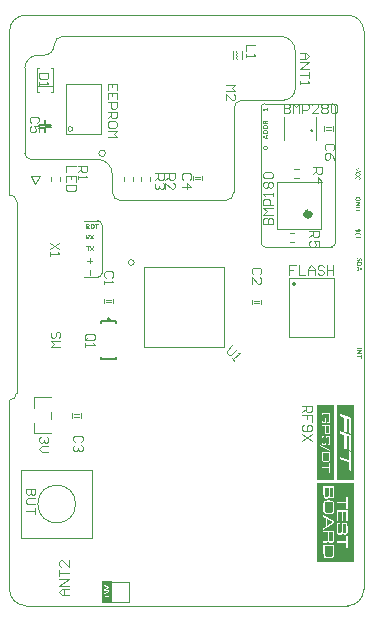
<source format=gto>
G04 Layer_Color=65535*
%FSLAX42Y42*%
%MOMM*%
G71*
G01*
G75*
%ADD42C,0.10*%
%ADD48C,0.20*%
%ADD49C,0.05*%
%ADD50C,0.61*%
%ADD51C,0.13*%
%ADD52C,0.08*%
%ADD53C,0.12*%
G36*
X2951Y3460D02*
X2952D01*
X2953Y3460D01*
X2955Y3460D01*
X2956Y3459D01*
X2958Y3459D01*
X2959Y3458D01*
X2959D01*
X2959Y3458D01*
X2960Y3458D01*
X2960Y3458D01*
X2961Y3458D01*
X2962Y3457D01*
X2963Y3457D01*
X2964Y3456D01*
X2965Y3455D01*
X2966Y3454D01*
X2966Y3454D01*
X2966Y3454D01*
X2967Y3454D01*
X2967Y3453D01*
X2968Y3452D01*
X2968Y3451D01*
X2969Y3450D01*
X2970Y3449D01*
X2971Y3447D01*
Y3447D01*
X2971Y3447D01*
X2971Y3447D01*
X2971Y3447D01*
X2971Y3446D01*
X2971Y3446D01*
X2971Y3445D01*
X2972Y3443D01*
X2972Y3442D01*
X2972Y3440D01*
X2972Y3439D01*
Y3438D01*
Y3438D01*
Y3438D01*
X2972Y3437D01*
Y3436D01*
X2972Y3435D01*
X2972Y3434D01*
Y3434D01*
X2972Y3433D01*
X2972Y3433D01*
X2971Y3432D01*
X2971Y3432D01*
X2971Y3431D01*
X2971Y3430D01*
Y3430D01*
X2971Y3430D01*
X2971Y3429D01*
X2970Y3429D01*
X2970Y3428D01*
X2970Y3427D01*
Y3427D01*
X2970Y3427D01*
X2969Y3427D01*
X2969Y3426D01*
X2969Y3426D01*
X2969Y3426D01*
X2968Y3426D01*
X2968Y3425D01*
X2968Y3425D01*
X2967Y3425D01*
X2967D01*
X2967Y3425D01*
X2967D01*
X2967Y3425D01*
X2966D01*
X2966Y3425D01*
X2964D01*
X2964Y3425D01*
X2963Y3425D01*
X2963D01*
X2963Y3425D01*
X2963Y3425D01*
X2962Y3425D01*
X2962D01*
X2962Y3425D01*
X2962Y3425D01*
X2962Y3425D01*
Y3425D01*
X2962Y3426D01*
X2962Y3426D01*
Y3426D01*
X2962Y3426D01*
X2962Y3427D01*
X2962Y3427D01*
Y3427D01*
X2962Y3427D01*
X2962Y3428D01*
X2962Y3428D01*
X2963Y3428D01*
X2963Y3429D01*
X2963Y3430D01*
Y3430D01*
X2963Y3430D01*
X2964Y3430D01*
X2964Y3431D01*
X2964Y3431D01*
X2964Y3432D01*
X2964Y3433D01*
X2965Y3433D01*
Y3433D01*
X2965Y3434D01*
X2965Y3434D01*
X2965Y3435D01*
X2965Y3435D01*
X2965Y3436D01*
X2965Y3437D01*
Y3438D01*
Y3438D01*
Y3439D01*
X2965Y3439D01*
X2965Y3440D01*
X2965Y3441D01*
X2965Y3442D01*
X2964Y3443D01*
X2964Y3444D01*
X2964Y3444D01*
X2964Y3444D01*
X2964Y3445D01*
X2963Y3445D01*
X2963Y3446D01*
X2962Y3446D01*
X2962Y3447D01*
X2961Y3448D01*
X2961Y3448D01*
X2961Y3448D01*
X2960Y3448D01*
X2960Y3449D01*
X2959Y3449D01*
X2958Y3450D01*
X2958Y3450D01*
X2957Y3450D01*
X2956Y3451D01*
X2956Y3451D01*
X2956Y3451D01*
X2955Y3451D01*
X2954Y3451D01*
X2953Y3451D01*
X2952Y3451D01*
X2951Y3451D01*
X2950D01*
X2949Y3451D01*
X2949Y3451D01*
X2948Y3451D01*
X2947Y3451D01*
X2946Y3451D01*
X2944Y3450D01*
X2944Y3450D01*
X2944Y3450D01*
X2944Y3450D01*
X2943Y3450D01*
X2942Y3449D01*
X2941Y3449D01*
X2941Y3448D01*
X2940Y3448D01*
X2940Y3448D01*
X2940Y3447D01*
X2939Y3447D01*
X2939Y3447D01*
X2938Y3446D01*
X2938Y3445D01*
X2938Y3445D01*
X2937Y3444D01*
X2937Y3444D01*
X2937Y3443D01*
X2937Y3443D01*
X2937Y3442D01*
X2937Y3441D01*
X2936Y3441D01*
X2936Y3440D01*
X2936Y3439D01*
Y3438D01*
Y3438D01*
Y3438D01*
X2936Y3438D01*
X2936Y3437D01*
X2937Y3436D01*
Y3436D01*
X2937Y3436D01*
X2937Y3435D01*
X2937Y3435D01*
X2937Y3434D01*
X2938Y3433D01*
X2947D01*
Y3441D01*
Y3441D01*
X2947Y3441D01*
X2947Y3442D01*
X2948Y3442D01*
X2948D01*
X2948Y3442D01*
X2948D01*
X2948Y3442D01*
X2949Y3442D01*
X2949D01*
X2950Y3442D01*
X2951D01*
X2952Y3442D01*
X2952D01*
X2952Y3442D01*
X2952Y3442D01*
X2953Y3442D01*
X2953Y3442D01*
X2953Y3442D01*
X2953Y3442D01*
X2953Y3442D01*
X2953Y3441D01*
X2953Y3441D01*
X2953Y3441D01*
Y3441D01*
Y3427D01*
Y3427D01*
Y3427D01*
X2953Y3426D01*
X2953Y3426D01*
X2953Y3426D01*
X2953Y3426D01*
X2953Y3425D01*
X2953Y3425D01*
X2953Y3425D01*
X2952Y3425D01*
X2952Y3425D01*
X2952Y3425D01*
X2952Y3425D01*
X2951Y3425D01*
X2934D01*
X2934Y3425D01*
X2933Y3425D01*
X2933Y3425D01*
X2932Y3425D01*
X2932Y3425D01*
X2932Y3426D01*
X2932Y3426D01*
X2931Y3427D01*
Y3427D01*
X2931Y3427D01*
X2931Y3427D01*
X2931Y3427D01*
X2931Y3428D01*
X2931Y3428D01*
X2931Y3429D01*
Y3429D01*
X2931Y3429D01*
X2930Y3430D01*
X2930Y3430D01*
X2930Y3431D01*
X2930Y3431D01*
X2930Y3432D01*
Y3432D01*
X2930Y3433D01*
X2930Y3433D01*
X2930Y3433D01*
X2930Y3434D01*
X2930Y3434D01*
X2929Y3436D01*
Y3436D01*
Y3436D01*
X2929Y3436D01*
Y3437D01*
X2929Y3437D01*
Y3438D01*
X2929Y3439D01*
Y3439D01*
Y3439D01*
Y3439D01*
Y3440D01*
X2929Y3440D01*
Y3441D01*
X2929Y3442D01*
X2930Y3443D01*
X2930Y3445D01*
X2930Y3446D01*
X2931Y3448D01*
Y3448D01*
X2931Y3448D01*
X2931Y3448D01*
X2931Y3448D01*
X2931Y3449D01*
X2932Y3450D01*
X2932Y3451D01*
X2933Y3452D01*
X2934Y3453D01*
X2935Y3454D01*
X2935Y3455D01*
X2935Y3455D01*
X2936Y3455D01*
X2937Y3456D01*
X2938Y3457D01*
X2939Y3457D01*
X2940Y3458D01*
X2941Y3459D01*
X2941D01*
X2942Y3459D01*
X2942Y3459D01*
X2942Y3459D01*
X2942Y3459D01*
X2943Y3459D01*
X2944Y3459D01*
X2945Y3460D01*
X2947Y3460D01*
X2948Y3460D01*
X2950Y3460D01*
X2951D01*
X2951Y3460D01*
D02*
G37*
G36*
X2969Y3416D02*
X2969Y3416D01*
X2970Y3416D01*
X2970Y3416D01*
X2971Y3415D01*
X2971Y3415D01*
X2971Y3415D01*
X2971Y3415D01*
X2971Y3415D01*
X2971Y3414D01*
X2971Y3414D01*
Y3413D01*
Y3409D01*
Y3409D01*
Y3408D01*
Y3408D01*
Y3408D01*
X2971Y3407D01*
X2971Y3407D01*
Y3407D01*
X2971Y3406D01*
X2971Y3406D01*
X2971Y3406D01*
X2970Y3405D01*
X2970Y3405D01*
X2970Y3405D01*
X2970Y3404D01*
X2969Y3404D01*
X2969D01*
X2969Y3404D01*
X2969Y3404D01*
X2968Y3404D01*
X2968Y3403D01*
X2967Y3403D01*
X2952Y3395D01*
X2952D01*
X2952Y3395D01*
X2951Y3394D01*
X2951Y3394D01*
X2950Y3394D01*
X2949Y3393D01*
X2949Y3393D01*
X2949Y3393D01*
X2949Y3393D01*
X2948Y3393D01*
X2948Y3392D01*
X2947Y3392D01*
X2946D01*
X2946Y3392D01*
X2946Y3392D01*
X2946Y3392D01*
X2945Y3391D01*
X2944Y3391D01*
X2944D01*
X2944Y3391D01*
X2943Y3391D01*
X2943Y3390D01*
X2942Y3390D01*
X2941Y3390D01*
X2942D01*
X2943Y3390D01*
X2944D01*
X2946Y3390D01*
X2970D01*
X2971Y3390D01*
X2971Y3389D01*
X2971Y3389D01*
X2971Y3389D01*
X2971Y3389D01*
X2971Y3389D01*
X2971Y3389D01*
X2971Y3388D01*
X2971Y3388D01*
Y3388D01*
Y3388D01*
X2971Y3387D01*
X2971Y3387D01*
Y3386D01*
Y3386D01*
Y3386D01*
Y3385D01*
Y3385D01*
X2971Y3385D01*
X2971Y3384D01*
Y3384D01*
Y3384D01*
X2971Y3384D01*
X2971Y3383D01*
X2971Y3383D01*
Y3383D01*
X2971Y3383D01*
X2971Y3382D01*
X2971Y3382D01*
X2971Y3382D01*
X2970Y3382D01*
X2970Y3382D01*
X2932D01*
X2932Y3382D01*
X2932Y3382D01*
X2932Y3382D01*
X2931Y3383D01*
X2931Y3383D01*
X2931Y3383D01*
X2931Y3383D01*
X2930Y3383D01*
X2930Y3384D01*
X2930Y3384D01*
Y3384D01*
X2930Y3384D01*
X2930Y3385D01*
Y3385D01*
Y3389D01*
Y3389D01*
Y3389D01*
Y3389D01*
Y3390D01*
X2930Y3390D01*
X2930Y3391D01*
Y3391D01*
X2930Y3391D01*
X2930Y3391D01*
X2931Y3392D01*
X2931Y3392D01*
X2931Y3392D01*
X2931Y3393D01*
X2932Y3393D01*
X2933Y3394D01*
X2933D01*
X2933Y3394D01*
X2933Y3394D01*
X2933Y3394D01*
X2934Y3394D01*
X2934Y3395D01*
X2935Y3395D01*
X2954Y3405D01*
X2954Y3405D01*
X2955Y3405D01*
X2955Y3406D01*
X2956Y3406D01*
X2956Y3406D01*
X2957Y3406D01*
X2958Y3407D01*
X2958Y3407D01*
X2958Y3407D01*
X2959Y3407D01*
X2959Y3408D01*
X2960Y3408D01*
X2961Y3408D01*
X2962Y3409D01*
Y3409D01*
X2962D01*
X2961Y3409D01*
X2961D01*
X2960Y3409D01*
X2959D01*
X2957Y3409D01*
X2957D01*
X2956Y3409D01*
X2931D01*
X2931Y3409D01*
X2931Y3409D01*
Y3409D01*
X2930Y3409D01*
X2930Y3409D01*
X2930Y3409D01*
Y3409D01*
X2930Y3410D01*
X2930Y3410D01*
X2930Y3411D01*
Y3411D01*
X2930Y3411D01*
X2930Y3412D01*
Y3412D01*
Y3412D01*
Y3413D01*
Y3413D01*
Y3413D01*
X2930Y3414D01*
X2930Y3414D01*
Y3414D01*
X2930Y3415D01*
X2930Y3415D01*
X2930Y3415D01*
X2930Y3416D01*
X2930Y3416D01*
X2930Y3416D01*
X2931Y3416D01*
X2931D01*
X2931Y3416D01*
X2931Y3416D01*
X2969D01*
X2969Y3416D01*
D02*
G37*
G36*
X2920Y370D02*
X2600D01*
Y1040D01*
X2920D01*
Y370D01*
D02*
G37*
G36*
X2951Y3635D02*
X2952D01*
X2953Y3635D01*
X2955Y3635D01*
X2956Y3634D01*
X2958Y3634D01*
X2959Y3634D01*
X2959D01*
X2960Y3633D01*
X2960Y3633D01*
X2960Y3633D01*
X2961Y3633D01*
X2962Y3633D01*
X2963Y3632D01*
X2964Y3631D01*
X2965Y3631D01*
X2966Y3630D01*
X2966Y3630D01*
X2967Y3629D01*
X2967Y3629D01*
X2968Y3628D01*
X2969Y3627D01*
X2969Y3626D01*
X2970Y3625D01*
X2971Y3624D01*
Y3624D01*
X2971Y3623D01*
X2971Y3623D01*
X2971Y3623D01*
X2971Y3622D01*
X2971Y3621D01*
X2972Y3620D01*
X2972Y3619D01*
X2972Y3617D01*
X2972Y3616D01*
Y3616D01*
Y3616D01*
Y3615D01*
X2972Y3615D01*
Y3614D01*
X2972Y3614D01*
X2972Y3613D01*
Y3612D01*
X2972Y3612D01*
X2972Y3612D01*
X2971Y3612D01*
X2971Y3611D01*
X2971Y3610D01*
Y3610D01*
X2971Y3609D01*
X2971Y3609D01*
X2971Y3609D01*
X2970Y3608D01*
X2970Y3607D01*
Y3607D01*
X2970Y3607D01*
X2970Y3607D01*
X2969Y3606D01*
X2969Y3606D01*
X2969Y3606D01*
X2969Y3605D01*
X2968Y3605D01*
X2968Y3605D01*
X2968Y3605D01*
X2968Y3605D01*
X2968Y3605D01*
X2967Y3605D01*
X2967D01*
X2967Y3605D01*
X2967Y3605D01*
X2966Y3605D01*
X2966D01*
X2966Y3605D01*
X2964D01*
X2963Y3605D01*
X2963D01*
X2963Y3605D01*
X2962Y3605D01*
X2962Y3605D01*
X2962D01*
X2962Y3605D01*
X2962Y3605D01*
X2961Y3605D01*
X2961Y3605D01*
X2961Y3606D01*
Y3606D01*
X2961Y3606D01*
X2962Y3606D01*
X2962Y3607D01*
X2962Y3607D01*
X2962Y3608D01*
X2963Y3608D01*
X2963Y3609D01*
X2963Y3609D01*
X2963Y3609D01*
X2963Y3609D01*
X2964Y3610D01*
X2964Y3610D01*
X2964Y3611D01*
X2964Y3612D01*
Y3612D01*
X2964Y3612D01*
X2965Y3612D01*
X2965Y3613D01*
X2965Y3613D01*
X2965Y3614D01*
X2965Y3615D01*
Y3616D01*
Y3616D01*
Y3616D01*
X2965Y3616D01*
X2965Y3617D01*
X2965Y3618D01*
X2964Y3618D01*
X2964Y3619D01*
X2964Y3620D01*
X2964Y3620D01*
X2964Y3620D01*
X2963Y3621D01*
X2963Y3621D01*
X2963Y3622D01*
X2962Y3622D01*
X2962Y3623D01*
X2961Y3623D01*
X2961Y3623D01*
X2961Y3623D01*
X2960Y3624D01*
X2960Y3624D01*
X2959Y3624D01*
X2958Y3625D01*
X2957Y3625D01*
X2956Y3625D01*
X2956D01*
X2956Y3625D01*
X2955Y3625D01*
X2955Y3626D01*
X2954Y3626D01*
X2953Y3626D01*
X2952Y3626D01*
X2950D01*
X2949Y3626D01*
X2948D01*
X2947Y3626D01*
X2946Y3626D01*
X2945Y3625D01*
X2944Y3625D01*
X2944Y3625D01*
X2944Y3625D01*
X2943Y3625D01*
X2943Y3625D01*
X2942Y3624D01*
X2941Y3624D01*
X2941Y3623D01*
X2940Y3623D01*
X2940Y3623D01*
X2940Y3623D01*
X2939Y3622D01*
X2939Y3622D01*
X2938Y3622D01*
X2938Y3621D01*
X2938Y3620D01*
X2937Y3620D01*
Y3620D01*
X2937Y3619D01*
X2937Y3619D01*
X2937Y3618D01*
X2937Y3618D01*
X2937Y3617D01*
X2937Y3616D01*
X2936Y3615D01*
Y3615D01*
Y3615D01*
Y3614D01*
X2937Y3614D01*
X2937Y3613D01*
X2937Y3613D01*
X2937Y3611D01*
Y3611D01*
X2937Y3611D01*
X2937Y3611D01*
X2937Y3610D01*
X2938Y3610D01*
X2938Y3609D01*
Y3609D01*
X2938Y3608D01*
X2938Y3608D01*
X2938Y3608D01*
X2939Y3607D01*
X2939Y3607D01*
Y3607D01*
X2939Y3607D01*
X2940Y3606D01*
X2940Y3606D01*
X2940Y3606D01*
Y3605D01*
Y3605D01*
X2940Y3605D01*
Y3605D01*
X2940Y3605D01*
X2939Y3605D01*
X2939Y3605D01*
X2939D01*
X2939Y3605D01*
X2938Y3605D01*
X2938Y3604D01*
X2938D01*
X2938Y3604D01*
X2935D01*
X2935Y3604D01*
X2935D01*
X2934Y3605D01*
X2934Y3605D01*
X2934Y3605D01*
X2934D01*
X2934Y3605D01*
X2933Y3605D01*
X2933D01*
X2933Y3605D01*
X2933Y3605D01*
X2933Y3605D01*
X2932Y3605D01*
X2932Y3606D01*
X2932Y3606D01*
X2932Y3607D01*
Y3607D01*
X2932Y3607D01*
X2931Y3607D01*
X2931Y3607D01*
X2931Y3608D01*
X2931Y3608D01*
X2931Y3609D01*
Y3609D01*
X2930Y3609D01*
X2930Y3610D01*
X2930Y3610D01*
X2930Y3611D01*
X2930Y3611D01*
X2930Y3613D01*
Y3613D01*
X2930Y3613D01*
X2930Y3613D01*
Y3614D01*
X2929Y3614D01*
X2929Y3615D01*
X2929Y3616D01*
Y3617D01*
Y3617D01*
Y3617D01*
Y3617D01*
Y3617D01*
X2929Y3618D01*
Y3618D01*
X2929Y3619D01*
X2930Y3620D01*
X2930Y3622D01*
X2930Y3623D01*
X2931Y3624D01*
Y3624D01*
X2931Y3624D01*
X2931Y3625D01*
X2931Y3625D01*
X2931Y3625D01*
X2932Y3626D01*
X2932Y3627D01*
X2933Y3628D01*
X2934Y3629D01*
X2935Y3630D01*
X2935Y3630D01*
X2935Y3630D01*
X2936Y3631D01*
X2936Y3631D01*
X2937Y3632D01*
X2938Y3633D01*
X2940Y3633D01*
X2941Y3634D01*
X2941D01*
X2941Y3634D01*
X2941Y3634D01*
X2942Y3634D01*
X2942Y3634D01*
X2943Y3634D01*
X2943Y3634D01*
X2944Y3634D01*
X2945Y3635D01*
X2947Y3635D01*
X2948Y3635D01*
X2950Y3635D01*
X2951D01*
X2951Y3635D01*
D02*
G37*
G36*
X2969Y3373D02*
X2969D01*
X2970Y3373D01*
X2970Y3373D01*
X2971Y3372D01*
Y3372D01*
X2971Y3372D01*
X2971Y3372D01*
X2971Y3371D01*
X2971Y3371D01*
Y3360D01*
Y3360D01*
Y3360D01*
Y3359D01*
Y3359D01*
X2971Y3359D01*
Y3358D01*
X2971Y3357D01*
X2971Y3355D01*
X2971Y3354D01*
X2970Y3352D01*
X2970Y3351D01*
Y3351D01*
X2970Y3350D01*
X2970Y3350D01*
X2970Y3350D01*
X2969Y3349D01*
X2969Y3348D01*
X2969Y3347D01*
X2968Y3346D01*
X2967Y3345D01*
X2966Y3344D01*
X2966Y3344D01*
X2966Y3344D01*
X2965Y3343D01*
X2964Y3343D01*
X2963Y3342D01*
X2962Y3341D01*
X2961Y3341D01*
X2960Y3340D01*
X2960D01*
X2960Y3340D01*
X2959Y3340D01*
X2959Y3340D01*
X2959Y3340D01*
X2958Y3340D01*
X2957Y3339D01*
X2956Y3339D01*
X2955Y3339D01*
X2953Y3339D01*
X2951Y3339D01*
X2950D01*
X2950Y3339D01*
X2949D01*
X2949Y3339D01*
X2948Y3339D01*
X2946Y3339D01*
X2945Y3339D01*
X2943Y3340D01*
X2942Y3340D01*
X2941D01*
X2941Y3340D01*
X2941Y3340D01*
X2941Y3340D01*
X2940Y3341D01*
X2939Y3341D01*
X2938Y3342D01*
X2937Y3343D01*
X2936Y3343D01*
X2935Y3344D01*
X2935Y3345D01*
X2935Y3345D01*
X2934Y3346D01*
X2934Y3346D01*
X2933Y3347D01*
X2932Y3349D01*
X2932Y3350D01*
X2931Y3351D01*
Y3351D01*
X2931Y3351D01*
X2931Y3352D01*
X2931Y3352D01*
X2931Y3352D01*
X2931Y3353D01*
X2931Y3353D01*
X2931Y3354D01*
X2930Y3355D01*
X2930Y3357D01*
X2930Y3359D01*
X2930Y3361D01*
Y3371D01*
Y3371D01*
Y3371D01*
X2930Y3371D01*
Y3371D01*
X2930Y3372D01*
X2931Y3372D01*
X2931Y3372D01*
X2931Y3373D01*
X2931Y3373D01*
X2932Y3373D01*
X2932Y3373D01*
X2969D01*
X2969Y3373D01*
D02*
G37*
G36*
X2971Y3122D02*
X2971Y3122D01*
X2971Y3122D01*
X2971Y3122D01*
X2971Y3121D01*
X2971Y3121D01*
X2971Y3121D01*
X2971Y3121D01*
X2971Y3120D01*
X2971Y3120D01*
Y3120D01*
Y3120D01*
X2971Y3119D01*
Y3119D01*
X2972Y3119D01*
Y3118D01*
Y3118D01*
Y3118D01*
Y3117D01*
Y3117D01*
X2971Y3116D01*
X2971Y3116D01*
Y3116D01*
Y3116D01*
X2971Y3115D01*
X2971Y3115D01*
X2971Y3114D01*
Y3114D01*
X2971Y3114D01*
X2971Y3114D01*
X2971Y3114D01*
X2971Y3114D01*
X2971Y3114D01*
X2970Y3114D01*
X2970Y3113D01*
X2937D01*
Y3101D01*
Y3100D01*
Y3100D01*
X2937Y3100D01*
X2937Y3100D01*
X2937Y3100D01*
X2937Y3100D01*
X2936Y3100D01*
X2936Y3100D01*
X2936Y3100D01*
X2936Y3099D01*
X2936Y3099D01*
X2935Y3099D01*
X2935D01*
X2935Y3099D01*
X2934Y3099D01*
X2933D01*
X2932Y3099D01*
X2932Y3099D01*
X2932D01*
X2931Y3099D01*
X2931Y3099D01*
X2931Y3100D01*
X2931D01*
X2931Y3100D01*
X2930Y3100D01*
X2930Y3100D01*
Y3100D01*
X2930Y3100D01*
X2930Y3101D01*
Y3119D01*
Y3120D01*
Y3120D01*
X2930Y3120D01*
Y3120D01*
X2930Y3121D01*
X2931Y3121D01*
X2931Y3121D01*
X2931Y3122D01*
X2931Y3122D01*
X2932Y3122D01*
X2932Y3122D01*
X2970D01*
X2971Y3122D01*
D02*
G37*
G36*
X2948Y2940D02*
X2948Y2940D01*
X2949Y2940D01*
X2949Y2940D01*
X2949Y2940D01*
X2949Y2940D01*
X2949Y2939D01*
X2949Y2939D01*
X2949Y2939D01*
X2949Y2939D01*
Y2939D01*
Y2939D01*
X2949Y2938D01*
X2949Y2938D01*
X2949Y2938D01*
Y2937D01*
X2949Y2937D01*
X2949Y2937D01*
X2949Y2937D01*
X2948Y2936D01*
X2948Y2935D01*
Y2935D01*
X2948Y2935D01*
X2947Y2935D01*
X2947Y2935D01*
X2947Y2934D01*
X2947Y2934D01*
X2947Y2933D01*
X2947Y2932D01*
Y2932D01*
X2946Y2932D01*
X2946Y2932D01*
X2946Y2931D01*
X2946Y2931D01*
X2946Y2930D01*
X2946Y2929D01*
Y2928D01*
Y2928D01*
Y2928D01*
Y2928D01*
X2946Y2927D01*
X2946Y2926D01*
X2946Y2926D01*
Y2925D01*
X2946Y2925D01*
X2947Y2925D01*
X2947Y2925D01*
X2947Y2924D01*
X2947Y2923D01*
Y2923D01*
X2948Y2923D01*
X2948Y2923D01*
X2948Y2923D01*
X2949Y2922D01*
X2949D01*
X2949Y2922D01*
X2949Y2922D01*
X2950Y2922D01*
X2950Y2922D01*
X2951Y2922D01*
X2952D01*
X2952Y2922D01*
X2952D01*
X2953Y2922D01*
X2953Y2922D01*
X2954Y2922D01*
X2954Y2923D01*
X2954Y2923D01*
X2954Y2923D01*
X2955Y2924D01*
X2955Y2924D01*
X2956Y2925D01*
X2956Y2925D01*
X2956Y2925D01*
X2956Y2925D01*
X2956Y2926D01*
X2956Y2926D01*
X2957Y2927D01*
X2957Y2927D01*
X2957Y2928D01*
X2957Y2928D01*
X2957Y2928D01*
X2958Y2929D01*
X2958Y2929D01*
X2958Y2931D01*
X2958Y2931D01*
X2958Y2931D01*
X2959Y2931D01*
X2959Y2932D01*
X2959Y2932D01*
X2959Y2933D01*
X2960Y2934D01*
X2960Y2934D01*
X2960Y2934D01*
X2960Y2934D01*
X2961Y2935D01*
X2961Y2936D01*
X2962Y2937D01*
X2962Y2937D01*
X2963Y2937D01*
X2963Y2937D01*
X2963Y2937D01*
X2964Y2938D01*
X2964Y2938D01*
X2966Y2939D01*
X2966D01*
X2966Y2939D01*
X2966Y2939D01*
X2967Y2939D01*
X2968Y2939D01*
X2968Y2939D01*
X2969Y2939D01*
X2970Y2939D01*
X2971D01*
X2971Y2939D01*
X2972Y2939D01*
X2973Y2939D01*
X2974Y2939D01*
X2974Y2939D01*
X2975Y2938D01*
X2975Y2938D01*
X2976Y2938D01*
X2976Y2938D01*
X2977Y2937D01*
X2977Y2937D01*
X2978Y2936D01*
X2978Y2936D01*
X2979Y2935D01*
X2979Y2935D01*
X2979Y2935D01*
X2980Y2934D01*
X2980Y2934D01*
X2980Y2933D01*
X2981Y2933D01*
X2981Y2932D01*
X2981Y2931D01*
X2981Y2931D01*
X2981Y2930D01*
X2982Y2930D01*
X2982Y2929D01*
X2982Y2928D01*
X2982Y2927D01*
X2982Y2926D01*
Y2925D01*
Y2925D01*
Y2925D01*
Y2925D01*
Y2924D01*
X2982Y2924D01*
X2982Y2924D01*
X2982Y2922D01*
Y2922D01*
X2982Y2922D01*
Y2922D01*
X2982Y2922D01*
X2981Y2921D01*
X2981Y2920D01*
Y2920D01*
X2981Y2920D01*
X2981Y2919D01*
X2981Y2919D01*
X2981Y2918D01*
X2980Y2918D01*
Y2917D01*
X2980Y2917D01*
X2980Y2917D01*
X2980Y2917D01*
X2980Y2916D01*
X2979Y2916D01*
X2979Y2916D01*
X2979Y2916D01*
X2979Y2916D01*
X2979D01*
X2979Y2916D01*
X2979Y2916D01*
X2978Y2916D01*
X2978D01*
X2978Y2916D01*
X2978Y2915D01*
X2977D01*
X2977Y2915D01*
X2975D01*
X2975Y2915D01*
X2974D01*
X2974Y2916D01*
X2974Y2916D01*
X2973Y2916D01*
X2973D01*
X2973Y2916D01*
X2973Y2916D01*
X2973Y2916D01*
Y2916D01*
X2973Y2916D01*
X2973Y2917D01*
Y2917D01*
X2973Y2917D01*
X2973Y2917D01*
X2973Y2918D01*
X2973Y2918D01*
X2973Y2918D01*
X2974Y2919D01*
X2974Y2920D01*
Y2920D01*
X2974Y2920D01*
X2974Y2920D01*
X2974Y2920D01*
X2975Y2921D01*
X2975Y2921D01*
X2975Y2922D01*
Y2922D01*
X2975Y2922D01*
X2975Y2923D01*
X2975Y2923D01*
X2975Y2923D01*
X2975Y2924D01*
X2976Y2925D01*
Y2925D01*
Y2925D01*
Y2926D01*
X2975Y2926D01*
X2975Y2927D01*
X2975Y2928D01*
Y2928D01*
X2975Y2928D01*
X2975Y2928D01*
X2975Y2929D01*
X2974Y2929D01*
X2974Y2930D01*
X2974Y2930D01*
X2973Y2930D01*
X2973Y2930D01*
X2973D01*
X2973Y2930D01*
X2972Y2931D01*
X2972Y2931D01*
X2971Y2931D01*
X2971D01*
X2971Y2931D01*
X2970D01*
X2969Y2930D01*
X2969Y2930D01*
X2969Y2930D01*
X2969Y2930D01*
X2969Y2930D01*
X2968Y2929D01*
X2967Y2929D01*
X2967Y2928D01*
X2967Y2928D01*
X2967Y2928D01*
X2967Y2928D01*
X2966Y2927D01*
X2966Y2927D01*
X2966Y2926D01*
X2965Y2925D01*
Y2925D01*
X2965Y2925D01*
X2965Y2925D01*
X2965Y2924D01*
X2965Y2924D01*
X2964Y2923D01*
X2964Y2922D01*
Y2922D01*
X2964Y2922D01*
X2964Y2921D01*
X2963Y2921D01*
X2963Y2920D01*
X2963Y2920D01*
X2962Y2919D01*
X2962Y2919D01*
X2962Y2918D01*
X2962Y2918D01*
X2961Y2918D01*
X2961Y2917D01*
X2960Y2916D01*
X2960Y2916D01*
X2960Y2916D01*
X2959Y2915D01*
X2959Y2915D01*
X2958Y2915D01*
X2958Y2914D01*
X2957Y2914D01*
X2957Y2914D01*
X2957Y2914D01*
X2956Y2914D01*
X2956Y2914D01*
X2955Y2913D01*
X2955Y2913D01*
X2954Y2913D01*
X2953Y2913D01*
X2952D01*
X2951Y2913D01*
X2950Y2913D01*
X2950Y2913D01*
X2949Y2914D01*
X2948Y2914D01*
X2947Y2914D01*
X2947Y2914D01*
X2946Y2914D01*
X2946Y2915D01*
X2945Y2915D01*
X2945Y2916D01*
X2944Y2916D01*
X2943Y2917D01*
X2943Y2918D01*
X2942Y2918D01*
X2942Y2918D01*
X2942Y2918D01*
X2942Y2919D01*
X2941Y2920D01*
X2941Y2920D01*
X2940Y2921D01*
X2940Y2922D01*
Y2922D01*
X2940Y2923D01*
X2940Y2923D01*
X2940Y2924D01*
X2940Y2925D01*
X2939Y2926D01*
X2939Y2927D01*
X2939Y2928D01*
Y2928D01*
Y2929D01*
Y2929D01*
X2939Y2930D01*
Y2930D01*
X2939Y2931D01*
X2940Y2932D01*
Y2932D01*
X2940Y2933D01*
X2940Y2933D01*
X2940Y2933D01*
X2940Y2934D01*
X2940Y2936D01*
Y2936D01*
X2941Y2936D01*
X2941Y2936D01*
X2941Y2936D01*
X2941Y2937D01*
X2941Y2938D01*
Y2938D01*
X2942Y2938D01*
X2942Y2938D01*
X2942Y2939D01*
X2942Y2939D01*
X2943Y2939D01*
X2943Y2939D01*
X2943Y2940D01*
X2944Y2940D01*
X2944D01*
X2944Y2940D01*
X2945D01*
X2945Y2940D01*
X2948D01*
X2948Y2940D01*
D02*
G37*
G36*
X2938Y3190D02*
X2938Y3190D01*
X2939Y3190D01*
X2939Y3190D01*
X2939Y3190D01*
X2939Y3190D01*
X2939Y3189D01*
X2939Y3189D01*
X2939Y3189D01*
X2939Y3189D01*
Y3189D01*
Y3189D01*
X2939Y3188D01*
X2939Y3188D01*
X2939Y3188D01*
Y3187D01*
X2939Y3187D01*
X2939Y3187D01*
X2939Y3187D01*
X2938Y3186D01*
X2938Y3185D01*
Y3185D01*
X2938Y3185D01*
X2937Y3185D01*
X2937Y3185D01*
X2937Y3184D01*
X2937Y3184D01*
X2937Y3183D01*
X2937Y3182D01*
Y3182D01*
X2936Y3182D01*
X2936Y3182D01*
X2936Y3181D01*
X2936Y3181D01*
X2936Y3180D01*
X2936Y3179D01*
Y3178D01*
Y3178D01*
Y3178D01*
Y3178D01*
X2936Y3177D01*
X2936Y3176D01*
X2936Y3176D01*
Y3175D01*
X2936Y3175D01*
X2937Y3175D01*
X2937Y3175D01*
X2937Y3174D01*
X2937Y3173D01*
Y3173D01*
X2938Y3173D01*
X2938Y3173D01*
X2938Y3173D01*
X2939Y3172D01*
X2939D01*
X2939Y3172D01*
X2939Y3172D01*
X2940Y3172D01*
X2940Y3172D01*
X2941Y3172D01*
X2942D01*
X2942Y3172D01*
X2942D01*
X2943Y3172D01*
X2943Y3172D01*
X2944Y3172D01*
X2944Y3173D01*
X2944Y3173D01*
X2944Y3173D01*
X2945Y3174D01*
X2945Y3174D01*
X2946Y3175D01*
X2946Y3175D01*
X2946Y3175D01*
X2946Y3175D01*
X2946Y3176D01*
X2946Y3176D01*
X2947Y3177D01*
X2947Y3177D01*
X2947Y3178D01*
X2947Y3178D01*
X2947Y3178D01*
X2948Y3179D01*
X2948Y3179D01*
X2948Y3181D01*
X2948Y3181D01*
X2949Y3181D01*
X2949Y3181D01*
X2949Y3182D01*
X2949Y3182D01*
X2949Y3183D01*
X2950Y3184D01*
X2950Y3184D01*
X2950Y3184D01*
X2950Y3184D01*
X2951Y3185D01*
X2951Y3186D01*
X2952Y3187D01*
X2952Y3187D01*
X2953Y3187D01*
X2953Y3187D01*
X2953Y3187D01*
X2954Y3188D01*
X2954Y3188D01*
X2956Y3189D01*
X2956D01*
X2956Y3189D01*
X2956Y3189D01*
X2957Y3189D01*
X2958Y3189D01*
X2958Y3189D01*
X2959Y3189D01*
X2960Y3189D01*
X2961D01*
X2961Y3189D01*
X2962Y3189D01*
X2963Y3189D01*
X2964Y3189D01*
X2964Y3189D01*
X2965Y3188D01*
X2965Y3188D01*
X2966Y3188D01*
X2966Y3188D01*
X2967Y3187D01*
X2967Y3187D01*
X2968Y3186D01*
X2968Y3186D01*
X2969Y3185D01*
X2969Y3185D01*
X2969Y3185D01*
X2970Y3184D01*
X2970Y3184D01*
X2970Y3183D01*
X2971Y3183D01*
X2971Y3182D01*
X2971Y3181D01*
X2971Y3181D01*
X2971Y3180D01*
X2972Y3180D01*
X2972Y3179D01*
X2972Y3178D01*
X2972Y3177D01*
X2972Y3176D01*
Y3175D01*
Y3175D01*
Y3175D01*
Y3175D01*
Y3174D01*
X2972Y3174D01*
X2972Y3174D01*
X2972Y3172D01*
Y3172D01*
X2972Y3172D01*
Y3172D01*
X2972Y3172D01*
X2971Y3171D01*
X2971Y3170D01*
Y3170D01*
X2971Y3170D01*
X2971Y3169D01*
X2971Y3169D01*
X2971Y3168D01*
X2970Y3168D01*
Y3167D01*
X2970Y3167D01*
X2970Y3167D01*
X2970Y3167D01*
X2970Y3166D01*
X2969Y3166D01*
X2969Y3166D01*
X2969Y3166D01*
X2969Y3166D01*
X2969D01*
X2969Y3166D01*
X2969Y3166D01*
X2968Y3166D01*
X2968D01*
X2968Y3166D01*
X2968Y3165D01*
X2967D01*
X2967Y3165D01*
X2965D01*
X2965Y3165D01*
X2964D01*
X2964Y3166D01*
X2964Y3166D01*
X2963Y3166D01*
X2963D01*
X2963Y3166D01*
X2963Y3166D01*
X2963Y3166D01*
Y3166D01*
X2963Y3166D01*
X2963Y3167D01*
Y3167D01*
X2963Y3167D01*
X2963Y3167D01*
X2963Y3168D01*
X2963Y3168D01*
X2963Y3168D01*
X2964Y3169D01*
X2964Y3170D01*
Y3170D01*
X2964Y3170D01*
X2964Y3170D01*
X2964Y3170D01*
X2965Y3171D01*
X2965Y3171D01*
X2965Y3172D01*
Y3172D01*
X2965Y3172D01*
X2965Y3173D01*
X2965Y3173D01*
X2965Y3173D01*
X2965Y3174D01*
X2966Y3175D01*
Y3175D01*
Y3175D01*
Y3176D01*
X2965Y3176D01*
X2965Y3177D01*
X2965Y3178D01*
Y3178D01*
X2965Y3178D01*
X2965Y3178D01*
X2965Y3179D01*
X2964Y3179D01*
X2964Y3180D01*
X2964Y3180D01*
X2963Y3180D01*
X2963Y3180D01*
X2963D01*
X2963Y3180D01*
X2962Y3181D01*
X2962Y3181D01*
X2961Y3181D01*
X2961D01*
X2961Y3181D01*
X2960D01*
X2959Y3180D01*
X2959Y3180D01*
X2959Y3180D01*
X2959Y3180D01*
X2959Y3180D01*
X2958Y3179D01*
X2957Y3179D01*
X2957Y3178D01*
X2957Y3178D01*
X2957Y3178D01*
X2957Y3178D01*
X2956Y3177D01*
X2956Y3177D01*
X2956Y3176D01*
X2955Y3175D01*
Y3175D01*
X2955Y3175D01*
X2955Y3175D01*
X2955Y3174D01*
X2955Y3174D01*
X2954Y3173D01*
X2954Y3172D01*
Y3172D01*
X2954Y3172D01*
X2954Y3171D01*
X2953Y3171D01*
X2953Y3170D01*
X2953Y3170D01*
X2952Y3169D01*
X2952Y3169D01*
X2952Y3168D01*
X2952Y3168D01*
X2951Y3168D01*
X2951Y3167D01*
X2950Y3166D01*
X2950Y3166D01*
X2950Y3166D01*
X2949Y3165D01*
X2949Y3165D01*
X2949Y3165D01*
X2948Y3164D01*
X2947Y3164D01*
X2947Y3164D01*
X2947Y3164D01*
X2946Y3164D01*
X2946Y3164D01*
X2945Y3163D01*
X2945Y3163D01*
X2944Y3163D01*
X2943Y3163D01*
X2942D01*
X2941Y3163D01*
X2940Y3163D01*
X2940Y3163D01*
X2939Y3164D01*
X2938Y3164D01*
X2937Y3164D01*
X2937Y3164D01*
X2936Y3164D01*
X2936Y3165D01*
X2935Y3165D01*
X2935Y3166D01*
X2934Y3166D01*
X2933Y3167D01*
X2933Y3168D01*
X2932Y3168D01*
X2932Y3168D01*
X2932Y3168D01*
X2932Y3169D01*
X2931Y3170D01*
X2931Y3170D01*
X2930Y3171D01*
X2930Y3172D01*
Y3172D01*
X2930Y3173D01*
X2930Y3173D01*
X2930Y3174D01*
X2930Y3175D01*
X2929Y3176D01*
X2929Y3177D01*
X2929Y3178D01*
Y3178D01*
Y3179D01*
Y3179D01*
X2929Y3180D01*
Y3180D01*
X2929Y3181D01*
X2930Y3182D01*
Y3182D01*
X2930Y3183D01*
X2930Y3183D01*
X2930Y3183D01*
X2930Y3184D01*
X2930Y3186D01*
Y3186D01*
X2931Y3186D01*
X2931Y3186D01*
X2931Y3186D01*
X2931Y3187D01*
X2931Y3188D01*
Y3188D01*
X2932Y3188D01*
X2932Y3188D01*
X2932Y3189D01*
X2932Y3189D01*
X2933Y3189D01*
X2933Y3189D01*
X2933Y3190D01*
X2934Y3190D01*
X2934D01*
X2934Y3190D01*
X2935D01*
X2935Y3190D01*
X2938D01*
X2938Y3190D01*
D02*
G37*
G36*
X2951Y3158D02*
X2952D01*
X2953Y3158D01*
X2955Y3158D01*
X2956Y3158D01*
X2958Y3158D01*
X2959Y3157D01*
X2959D01*
X2960Y3157D01*
X2960Y3157D01*
X2960Y3157D01*
X2961Y3157D01*
X2962Y3156D01*
X2963Y3156D01*
X2964Y3155D01*
X2965Y3154D01*
X2966Y3153D01*
X2966Y3153D01*
X2967Y3153D01*
X2967Y3152D01*
X2968Y3152D01*
X2969Y3151D01*
X2969Y3150D01*
X2970Y3148D01*
X2971Y3147D01*
Y3147D01*
X2971Y3147D01*
X2971Y3147D01*
X2971Y3147D01*
X2971Y3146D01*
X2971Y3145D01*
X2972Y3144D01*
X2972Y3142D01*
X2972Y3141D01*
X2972Y3139D01*
Y3139D01*
Y3139D01*
Y3139D01*
X2972Y3138D01*
Y3138D01*
X2972Y3137D01*
X2972Y3136D01*
Y3136D01*
X2972Y3136D01*
X2972Y3135D01*
X2971Y3135D01*
X2971Y3134D01*
X2971Y3133D01*
Y3133D01*
X2971Y3133D01*
X2971Y3133D01*
X2971Y3132D01*
X2970Y3132D01*
X2970Y3131D01*
Y3131D01*
X2970Y3131D01*
X2970Y3130D01*
X2969Y3130D01*
X2969Y3129D01*
X2969Y3129D01*
X2969Y3129D01*
X2968Y3129D01*
X2968Y3129D01*
X2968Y3129D01*
X2968Y3129D01*
X2968Y3128D01*
X2967Y3128D01*
X2967D01*
X2967Y3128D01*
X2967Y3128D01*
X2966Y3128D01*
X2966D01*
X2966Y3128D01*
X2964D01*
X2963Y3128D01*
X2963D01*
X2963Y3128D01*
X2962Y3128D01*
X2962Y3128D01*
X2962D01*
X2962Y3129D01*
X2962Y3129D01*
X2961Y3129D01*
X2961Y3129D01*
X2961Y3129D01*
Y3129D01*
X2961Y3130D01*
X2962Y3130D01*
X2962Y3131D01*
X2962Y3131D01*
X2962Y3131D01*
X2963Y3132D01*
X2963Y3133D01*
X2963Y3133D01*
X2963Y3133D01*
X2963Y3133D01*
X2964Y3133D01*
X2964Y3134D01*
X2964Y3134D01*
X2964Y3135D01*
Y3135D01*
X2964Y3135D01*
X2965Y3136D01*
X2965Y3136D01*
X2965Y3137D01*
X2965Y3138D01*
X2965Y3138D01*
Y3139D01*
Y3139D01*
Y3139D01*
X2965Y3140D01*
X2965Y3141D01*
X2965Y3141D01*
X2964Y3142D01*
X2964Y3143D01*
X2964Y3143D01*
X2964Y3144D01*
X2964Y3144D01*
X2963Y3144D01*
X2963Y3145D01*
X2963Y3145D01*
X2962Y3146D01*
X2962Y3146D01*
X2961Y3147D01*
X2961Y3147D01*
X2961Y3147D01*
X2960Y3147D01*
X2960Y3147D01*
X2959Y3148D01*
X2958Y3148D01*
X2957Y3148D01*
X2956Y3149D01*
X2956D01*
X2956Y3149D01*
X2955Y3149D01*
X2955Y3149D01*
X2954Y3149D01*
X2953Y3149D01*
X2952Y3149D01*
X2950D01*
X2949Y3149D01*
X2948D01*
X2947Y3149D01*
X2946Y3149D01*
X2945Y3149D01*
X2944Y3149D01*
X2944Y3149D01*
X2944Y3149D01*
X2943Y3148D01*
X2943Y3148D01*
X2942Y3148D01*
X2941Y3148D01*
X2941Y3147D01*
X2940Y3147D01*
X2940Y3147D01*
X2940Y3146D01*
X2939Y3146D01*
X2939Y3146D01*
X2938Y3145D01*
X2938Y3145D01*
X2938Y3144D01*
X2937Y3143D01*
Y3143D01*
X2937Y3143D01*
X2937Y3143D01*
X2937Y3142D01*
X2937Y3141D01*
X2937Y3141D01*
X2937Y3140D01*
X2936Y3139D01*
Y3139D01*
Y3138D01*
Y3138D01*
X2937Y3137D01*
X2937Y3137D01*
X2937Y3136D01*
X2937Y3135D01*
Y3135D01*
X2937Y3135D01*
X2937Y3134D01*
X2937Y3134D01*
X2938Y3133D01*
X2938Y3132D01*
Y3132D01*
X2938Y3132D01*
X2938Y3132D01*
X2938Y3132D01*
X2939Y3131D01*
X2939Y3130D01*
Y3130D01*
X2939Y3130D01*
X2940Y3130D01*
X2940Y3129D01*
X2940Y3129D01*
Y3129D01*
Y3129D01*
X2940Y3129D01*
Y3129D01*
X2940Y3128D01*
X2939Y3128D01*
X2939Y3128D01*
X2939D01*
X2939Y3128D01*
X2938Y3128D01*
X2938Y3128D01*
X2938D01*
X2938Y3128D01*
X2935D01*
X2935Y3128D01*
X2935D01*
X2934Y3128D01*
X2934Y3128D01*
X2934Y3128D01*
X2934D01*
X2934Y3128D01*
X2933Y3129D01*
X2933D01*
X2933Y3129D01*
X2933Y3129D01*
X2933Y3129D01*
X2932Y3129D01*
X2932Y3129D01*
X2932Y3130D01*
X2932Y3130D01*
Y3130D01*
X2932Y3131D01*
X2931Y3131D01*
X2931Y3131D01*
X2931Y3131D01*
X2931Y3132D01*
X2931Y3133D01*
Y3133D01*
X2930Y3133D01*
X2930Y3133D01*
X2930Y3134D01*
X2930Y3134D01*
X2930Y3135D01*
X2930Y3136D01*
Y3136D01*
X2930Y3136D01*
X2930Y3137D01*
Y3137D01*
X2929Y3138D01*
X2929Y3139D01*
X2929Y3139D01*
Y3140D01*
Y3140D01*
Y3140D01*
Y3141D01*
Y3141D01*
X2929Y3141D01*
Y3142D01*
X2929Y3143D01*
X2930Y3144D01*
X2930Y3145D01*
X2930Y3146D01*
X2931Y3148D01*
Y3148D01*
X2931Y3148D01*
X2931Y3148D01*
X2931Y3148D01*
X2931Y3149D01*
X2932Y3150D01*
X2932Y3151D01*
X2933Y3152D01*
X2934Y3153D01*
X2935Y3154D01*
X2935Y3154D01*
X2935Y3154D01*
X2936Y3154D01*
X2936Y3155D01*
X2937Y3156D01*
X2938Y3156D01*
X2940Y3157D01*
X2941Y3157D01*
X2941D01*
X2941Y3157D01*
X2941Y3157D01*
X2942Y3157D01*
X2942Y3158D01*
X2943Y3158D01*
X2943Y3158D01*
X2944Y3158D01*
X2945Y3158D01*
X2947Y3158D01*
X2948Y3158D01*
X2950Y3159D01*
X2951D01*
X2951Y3158D01*
D02*
G37*
G36*
X2189Y3988D02*
X2190Y3988D01*
X2190Y3988D01*
X2190Y3987D01*
X2190Y3987D01*
X2190Y3986D01*
Y3986D01*
Y3986D01*
X2190Y3986D01*
Y3986D01*
Y3986D01*
X2190Y3985D01*
Y3985D01*
Y3984D01*
Y3984D01*
Y3984D01*
Y3983D01*
Y3983D01*
Y3982D01*
X2190Y3982D01*
Y3981D01*
Y3981D01*
Y3981D01*
X2190Y3981D01*
Y3981D01*
X2190Y3980D01*
Y3980D01*
X2190Y3980D01*
X2190Y3980D01*
X2190Y3979D01*
X2190D01*
X2189Y3979D01*
X2189Y3979D01*
X2189Y3979D01*
X2181Y3976D01*
Y3961D01*
X2189Y3958D01*
X2189D01*
X2189Y3958D01*
X2189Y3958D01*
X2190Y3958D01*
X2190Y3958D01*
X2190Y3958D01*
X2190Y3957D01*
Y3957D01*
X2190Y3957D01*
X2190Y3957D01*
X2190Y3956D01*
Y3956D01*
Y3956D01*
Y3956D01*
Y3955D01*
X2190Y3955D01*
Y3954D01*
Y3954D01*
Y3953D01*
Y3953D01*
Y3953D01*
X2190Y3952D01*
X2190Y3951D01*
Y3951D01*
X2190Y3951D01*
X2190Y3951D01*
X2190Y3950D01*
X2190Y3950D01*
X2189Y3950D01*
X2189Y3950D01*
X2189D01*
X2188Y3950D01*
X2188Y3950D01*
X2187Y3951D01*
X2150Y3963D01*
X2150Y3963D01*
X2150Y3963D01*
X2150Y3964D01*
X2149Y3964D01*
X2149Y3964D01*
X2149Y3964D01*
X2149Y3964D01*
X2149Y3964D01*
X2149Y3965D01*
X2149Y3965D01*
X2149Y3965D01*
X2149Y3966D01*
Y3966D01*
Y3966D01*
Y3966D01*
X2148Y3967D01*
Y3967D01*
Y3968D01*
Y3969D01*
Y3969D01*
Y3969D01*
Y3969D01*
Y3970D01*
Y3971D01*
X2149Y3971D01*
Y3972D01*
Y3972D01*
Y3972D01*
Y3972D01*
X2149Y3972D01*
X2149Y3973D01*
X2149Y3973D01*
Y3973D01*
X2149Y3974D01*
X2149Y3974D01*
X2149Y3974D01*
X2149Y3974D01*
X2150Y3974D01*
X2150Y3975D01*
X2150Y3975D01*
X2187Y3988D01*
X2187D01*
X2187Y3988D01*
X2187Y3988D01*
X2188Y3988D01*
X2188Y3988D01*
X2189Y3988D01*
X2189D01*
X2189Y3988D01*
D02*
G37*
G36*
X2190Y4106D02*
X2190Y4106D01*
X2190Y4106D01*
X2190Y4106D01*
Y4106D01*
X2190Y4105D01*
X2190Y4105D01*
X2190Y4104D01*
Y4104D01*
Y4104D01*
Y4104D01*
Y4104D01*
X2190Y4103D01*
Y4103D01*
Y4102D01*
Y4102D01*
Y4102D01*
Y4102D01*
Y4101D01*
Y4101D01*
Y4100D01*
X2190Y4100D01*
Y4100D01*
X2190Y4099D01*
X2190Y4099D01*
X2190Y4098D01*
X2190Y4098D01*
X2190Y4098D01*
X2190Y4098D01*
X2189Y4098D01*
X2189D01*
X2189Y4098D01*
X2189Y4098D01*
X2189Y4098D01*
X2180Y4094D01*
X2180D01*
X2179Y4094D01*
X2179Y4094D01*
X2179Y4093D01*
X2178Y4093D01*
X2177Y4092D01*
X2177D01*
X2177Y4092D01*
X2176Y4092D01*
X2176Y4092D01*
X2175Y4092D01*
X2175Y4091D01*
X2175D01*
X2175Y4091D01*
X2174Y4091D01*
X2174Y4090D01*
X2174Y4089D01*
Y4089D01*
X2174Y4089D01*
X2173Y4089D01*
X2173Y4089D01*
X2173Y4088D01*
X2173Y4087D01*
Y4084D01*
X2189D01*
X2189Y4084D01*
X2189Y4084D01*
X2190Y4084D01*
X2190Y4084D01*
X2190Y4084D01*
X2190Y4083D01*
Y4083D01*
X2190Y4083D01*
X2190Y4083D01*
X2190Y4082D01*
Y4082D01*
Y4082D01*
X2190Y4082D01*
Y4082D01*
X2190Y4081D01*
Y4080D01*
Y4080D01*
Y4080D01*
Y4080D01*
Y4079D01*
X2190Y4079D01*
X2190Y4078D01*
Y4078D01*
X2190Y4078D01*
X2190Y4077D01*
X2190Y4077D01*
Y4077D01*
X2190Y4076D01*
X2190Y4076D01*
X2189Y4076D01*
X2189D01*
X2189Y4076D01*
X2189Y4076D01*
X2151D01*
X2151Y4076D01*
X2151D01*
X2150Y4076D01*
X2150Y4076D01*
X2149Y4077D01*
Y4077D01*
X2149Y4077D01*
X2149Y4077D01*
X2149Y4078D01*
X2149Y4078D01*
Y4089D01*
Y4089D01*
Y4089D01*
Y4090D01*
Y4090D01*
Y4091D01*
X2149Y4092D01*
Y4092D01*
Y4092D01*
Y4092D01*
X2149Y4092D01*
X2149Y4093D01*
X2149Y4094D01*
Y4094D01*
X2149Y4094D01*
X2149Y4095D01*
X2149Y4095D01*
X2149Y4096D01*
X2150Y4097D01*
X2150Y4098D01*
X2150Y4098D01*
X2150Y4099D01*
X2150Y4099D01*
X2151Y4099D01*
X2151Y4100D01*
X2152Y4102D01*
X2152Y4102D01*
X2153Y4102D01*
X2153Y4102D01*
X2153Y4102D01*
X2154Y4103D01*
X2154Y4103D01*
X2155Y4103D01*
X2156Y4104D01*
X2156Y4104D01*
X2156Y4104D01*
X2156Y4104D01*
X2157Y4104D01*
X2158Y4104D01*
X2158Y4104D01*
X2159Y4104D01*
X2161D01*
X2161Y4104D01*
X2162Y4104D01*
X2163Y4104D01*
X2164Y4104D01*
X2164D01*
X2164Y4104D01*
X2164Y4104D01*
X2165Y4104D01*
X2166Y4103D01*
X2167Y4102D01*
X2167Y4102D01*
X2167Y4102D01*
X2167Y4102D01*
X2168Y4102D01*
X2168Y4101D01*
X2168Y4101D01*
X2169Y4100D01*
X2169Y4100D01*
X2169Y4100D01*
X2170Y4099D01*
X2170Y4099D01*
X2170Y4098D01*
X2170Y4098D01*
X2171Y4097D01*
X2171Y4096D01*
Y4096D01*
X2171Y4097D01*
X2171Y4097D01*
X2172Y4098D01*
X2172Y4098D01*
Y4098D01*
X2172Y4098D01*
X2172Y4099D01*
X2173Y4099D01*
X2173Y4100D01*
X2174Y4100D01*
X2174Y4100D01*
X2174Y4100D01*
X2174Y4100D01*
X2175Y4101D01*
X2176Y4101D01*
X2176D01*
X2176Y4101D01*
X2176Y4101D01*
X2176Y4101D01*
X2177Y4102D01*
X2177Y4102D01*
X2178Y4102D01*
X2186Y4106D01*
X2186D01*
X2187Y4106D01*
X2187Y4106D01*
X2187Y4106D01*
X2188Y4106D01*
X2188Y4106D01*
X2188Y4106D01*
X2188Y4107D01*
X2189Y4107D01*
X2189D01*
X2190Y4106D01*
D02*
G37*
G36*
X2170Y4028D02*
X2171D01*
X2171Y4028D01*
X2172Y4028D01*
X2174Y4027D01*
X2175Y4027D01*
X2177Y4027D01*
X2178Y4026D01*
X2179D01*
X2179Y4026D01*
X2179Y4026D01*
X2179Y4026D01*
X2180Y4026D01*
X2181Y4025D01*
X2182Y4025D01*
X2183Y4024D01*
X2184Y4023D01*
X2185Y4022D01*
X2185Y4022D01*
X2185Y4021D01*
X2186Y4021D01*
X2186Y4020D01*
X2187Y4019D01*
X2188Y4018D01*
X2188Y4017D01*
X2189Y4015D01*
Y4015D01*
X2189Y4015D01*
X2189Y4015D01*
X2189Y4014D01*
X2189Y4014D01*
X2189Y4014D01*
X2189Y4013D01*
X2189Y4012D01*
X2190Y4011D01*
X2190Y4009D01*
X2190Y4008D01*
X2190Y4006D01*
Y3996D01*
Y3996D01*
Y3996D01*
X2190Y3995D01*
Y3995D01*
X2190Y3995D01*
X2189Y3994D01*
X2189Y3994D01*
X2189Y3994D01*
X2189Y3994D01*
X2188Y3994D01*
X2188Y3993D01*
X2151D01*
X2151Y3993D01*
X2151D01*
X2150Y3994D01*
X2150Y3994D01*
X2149Y3994D01*
Y3994D01*
X2149Y3994D01*
X2149Y3995D01*
X2149Y3995D01*
X2149Y3996D01*
Y4006D01*
Y4006D01*
Y4007D01*
Y4007D01*
Y4007D01*
X2149Y4008D01*
Y4008D01*
X2149Y4010D01*
X2149Y4011D01*
X2149Y4013D01*
X2150Y4014D01*
X2150Y4016D01*
Y4016D01*
X2150Y4016D01*
X2150Y4016D01*
X2150Y4016D01*
X2151Y4017D01*
X2151Y4018D01*
X2151Y4019D01*
X2152Y4020D01*
X2153Y4021D01*
X2154Y4022D01*
X2154Y4022D01*
X2154Y4023D01*
X2155Y4023D01*
X2156Y4024D01*
X2157Y4024D01*
X2158Y4025D01*
X2159Y4026D01*
X2160Y4026D01*
X2160D01*
X2160Y4026D01*
X2161Y4026D01*
X2161Y4027D01*
X2161Y4027D01*
X2162Y4027D01*
X2163Y4027D01*
X2164Y4027D01*
X2165Y4028D01*
X2167Y4028D01*
X2169Y4028D01*
X2170D01*
X2170Y4028D01*
D02*
G37*
G36*
Y4069D02*
X2171D01*
X2171Y4069D01*
X2172Y4069D01*
X2174Y4069D01*
X2175Y4068D01*
X2177Y4068D01*
X2178Y4067D01*
X2179D01*
X2179Y4067D01*
X2179Y4067D01*
X2179Y4067D01*
X2180Y4067D01*
X2181Y4066D01*
X2182Y4066D01*
X2183Y4065D01*
X2184Y4064D01*
X2185Y4063D01*
X2185Y4063D01*
X2185Y4063D01*
X2186Y4062D01*
X2186Y4061D01*
X2187Y4060D01*
X2188Y4059D01*
X2188Y4058D01*
X2189Y4056D01*
Y4056D01*
X2189Y4056D01*
X2189Y4056D01*
X2189Y4056D01*
X2189Y4055D01*
X2189Y4055D01*
X2189Y4054D01*
X2189Y4054D01*
X2190Y4052D01*
X2190Y4051D01*
X2190Y4049D01*
X2190Y4047D01*
Y4037D01*
Y4037D01*
Y4037D01*
X2190Y4037D01*
Y4037D01*
X2190Y4036D01*
X2189Y4035D01*
X2189Y4035D01*
X2189Y4035D01*
X2189Y4035D01*
X2188Y4035D01*
X2188Y4035D01*
X2151D01*
X2151Y4035D01*
X2151D01*
X2150Y4035D01*
X2150Y4035D01*
X2149Y4035D01*
Y4035D01*
X2149Y4035D01*
X2149Y4036D01*
X2149Y4036D01*
X2149Y4037D01*
Y4048D01*
Y4048D01*
Y4048D01*
Y4048D01*
Y4049D01*
X2149Y4049D01*
Y4050D01*
X2149Y4051D01*
X2149Y4052D01*
X2149Y4054D01*
X2150Y4056D01*
X2150Y4057D01*
Y4057D01*
X2150Y4057D01*
X2150Y4057D01*
X2150Y4058D01*
X2151Y4058D01*
X2151Y4059D01*
X2151Y4060D01*
X2152Y4061D01*
X2153Y4063D01*
X2154Y4064D01*
X2154Y4064D01*
X2154Y4064D01*
X2155Y4064D01*
X2156Y4065D01*
X2157Y4066D01*
X2158Y4066D01*
X2159Y4067D01*
X2160Y4068D01*
X2160D01*
X2160Y4068D01*
X2161Y4068D01*
X2161Y4068D01*
X2161Y4068D01*
X2162Y4068D01*
X2163Y4068D01*
X2164Y4069D01*
X2165Y4069D01*
X2167Y4069D01*
X2169Y4069D01*
X2170D01*
X2170Y4069D01*
D02*
G37*
G36*
X870Y20D02*
X780D01*
Y210D01*
X870D01*
Y20D01*
D02*
G37*
G36*
X2971Y3710D02*
X2971Y3710D01*
X2971Y3710D01*
X2971Y3709D01*
X2971Y3709D01*
X2971Y3708D01*
Y3708D01*
Y3708D01*
X2971Y3708D01*
Y3708D01*
Y3707D01*
X2972Y3707D01*
Y3706D01*
Y3706D01*
Y3705D01*
Y3705D01*
Y3705D01*
Y3705D01*
Y3704D01*
X2971Y3703D01*
Y3703D01*
Y3703D01*
X2971Y3703D01*
X2971Y3702D01*
X2971Y3702D01*
Y3702D01*
X2971Y3702D01*
X2971Y3702D01*
X2971Y3701D01*
X2971Y3701D01*
X2971Y3701D01*
X2970Y3701D01*
X2970Y3701D01*
X2938Y3691D01*
X2970Y3681D01*
X2970D01*
X2970Y3681D01*
X2970Y3681D01*
X2971Y3681D01*
X2971Y3681D01*
X2971Y3681D01*
X2971Y3680D01*
X2971Y3680D01*
X2971Y3680D01*
X2971Y3680D01*
X2971Y3679D01*
X2971Y3679D01*
Y3679D01*
Y3679D01*
Y3678D01*
X2972Y3678D01*
Y3678D01*
Y3677D01*
Y3676D01*
Y3676D01*
Y3676D01*
Y3676D01*
Y3676D01*
X2971Y3675D01*
X2971Y3674D01*
Y3674D01*
Y3674D01*
X2971Y3674D01*
X2971Y3673D01*
X2971Y3673D01*
X2971Y3673D01*
X2971Y3673D01*
X2970Y3673D01*
X2970D01*
X2969Y3673D01*
X2969Y3673D01*
X2968Y3673D01*
X2931Y3686D01*
X2931D01*
X2931Y3686D01*
X2931Y3686D01*
X2931Y3686D01*
X2930Y3686D01*
X2930Y3686D01*
X2930Y3687D01*
X2930Y3687D01*
Y3687D01*
X2930Y3687D01*
X2930Y3688D01*
X2930Y3689D01*
Y3689D01*
Y3689D01*
Y3689D01*
Y3689D01*
X2930Y3690D01*
Y3690D01*
Y3690D01*
Y3691D01*
Y3691D01*
Y3691D01*
Y3692D01*
Y3692D01*
Y3693D01*
X2930Y3693D01*
Y3693D01*
Y3693D01*
Y3694D01*
Y3694D01*
X2930Y3695D01*
Y3695D01*
X2930Y3695D01*
Y3695D01*
X2930Y3696D01*
Y3696D01*
X2930Y3696D01*
X2930Y3696D01*
X2930Y3697D01*
X2931Y3697D01*
X2931Y3697D01*
X2931D01*
X2931Y3697D01*
X2931Y3697D01*
X2932Y3697D01*
X2968Y3709D01*
X2968D01*
X2968Y3710D01*
X2969Y3710D01*
X2969Y3710D01*
X2969Y3710D01*
X2970Y3710D01*
X2970D01*
X2971Y3710D01*
D02*
G37*
G36*
X2951Y3669D02*
X2952D01*
X2953Y3669D01*
X2955Y3669D01*
X2956Y3669D01*
X2958Y3669D01*
X2959Y3668D01*
X2959D01*
X2960Y3668D01*
X2960Y3668D01*
X2960Y3668D01*
X2961Y3668D01*
X2962Y3667D01*
X2963Y3667D01*
X2964Y3666D01*
X2965Y3665D01*
X2966Y3664D01*
X2966Y3664D01*
X2967Y3664D01*
X2967Y3663D01*
X2968Y3663D01*
X2969Y3662D01*
X2969Y3661D01*
X2970Y3659D01*
X2971Y3658D01*
Y3658D01*
X2971Y3658D01*
X2971Y3658D01*
X2971Y3658D01*
X2971Y3657D01*
X2971Y3656D01*
X2972Y3655D01*
X2972Y3653D01*
X2972Y3652D01*
X2972Y3650D01*
Y3650D01*
Y3650D01*
Y3650D01*
X2972Y3649D01*
Y3649D01*
X2972Y3648D01*
X2972Y3647D01*
Y3647D01*
X2972Y3647D01*
X2972Y3647D01*
X2971Y3646D01*
X2971Y3645D01*
X2971Y3644D01*
Y3644D01*
X2971Y3644D01*
X2971Y3644D01*
X2971Y3643D01*
X2970Y3643D01*
X2970Y3642D01*
Y3642D01*
X2970Y3642D01*
X2970Y3641D01*
X2969Y3641D01*
X2969Y3640D01*
X2969Y3640D01*
X2969Y3640D01*
X2968Y3640D01*
X2968Y3640D01*
X2968Y3640D01*
X2968Y3640D01*
X2968Y3639D01*
X2967Y3639D01*
X2967D01*
X2967Y3639D01*
X2967Y3639D01*
X2966Y3639D01*
X2966D01*
X2966Y3639D01*
X2964D01*
X2963Y3639D01*
X2963D01*
X2963Y3639D01*
X2962Y3639D01*
X2962Y3639D01*
X2962D01*
X2962Y3640D01*
X2962Y3640D01*
X2961Y3640D01*
X2961Y3640D01*
X2961Y3640D01*
Y3640D01*
X2961Y3641D01*
X2962Y3641D01*
X2962Y3642D01*
X2962Y3642D01*
X2962Y3642D01*
X2963Y3643D01*
X2963Y3644D01*
X2963Y3644D01*
X2963Y3644D01*
X2963Y3644D01*
X2964Y3644D01*
X2964Y3645D01*
X2964Y3645D01*
X2964Y3646D01*
Y3646D01*
X2964Y3647D01*
X2965Y3647D01*
X2965Y3647D01*
X2965Y3648D01*
X2965Y3649D01*
X2965Y3649D01*
Y3650D01*
Y3650D01*
Y3651D01*
X2965Y3651D01*
X2965Y3652D01*
X2965Y3652D01*
X2964Y3653D01*
X2964Y3654D01*
X2964Y3654D01*
X2964Y3655D01*
X2964Y3655D01*
X2963Y3655D01*
X2963Y3656D01*
X2963Y3656D01*
X2962Y3657D01*
X2962Y3657D01*
X2961Y3658D01*
X2961Y3658D01*
X2961Y3658D01*
X2960Y3658D01*
X2960Y3658D01*
X2959Y3659D01*
X2958Y3659D01*
X2957Y3659D01*
X2956Y3660D01*
X2956D01*
X2956Y3660D01*
X2955Y3660D01*
X2955Y3660D01*
X2954Y3660D01*
X2953Y3660D01*
X2952Y3660D01*
X2950D01*
X2949Y3660D01*
X2948D01*
X2947Y3660D01*
X2946Y3660D01*
X2945Y3660D01*
X2944Y3660D01*
X2944Y3660D01*
X2944Y3660D01*
X2943Y3659D01*
X2943Y3659D01*
X2942Y3659D01*
X2941Y3659D01*
X2941Y3658D01*
X2940Y3658D01*
X2940Y3658D01*
X2940Y3657D01*
X2939Y3657D01*
X2939Y3657D01*
X2938Y3656D01*
X2938Y3656D01*
X2938Y3655D01*
X2937Y3654D01*
Y3654D01*
X2937Y3654D01*
X2937Y3654D01*
X2937Y3653D01*
X2937Y3652D01*
X2937Y3652D01*
X2937Y3651D01*
X2936Y3650D01*
Y3650D01*
Y3649D01*
Y3649D01*
X2937Y3649D01*
X2937Y3648D01*
X2937Y3647D01*
X2937Y3646D01*
Y3646D01*
X2937Y3646D01*
X2937Y3645D01*
X2937Y3645D01*
X2938Y3644D01*
X2938Y3643D01*
Y3643D01*
X2938Y3643D01*
X2938Y3643D01*
X2938Y3643D01*
X2939Y3642D01*
X2939Y3641D01*
Y3641D01*
X2939Y3641D01*
X2940Y3641D01*
X2940Y3640D01*
X2940Y3640D01*
Y3640D01*
Y3640D01*
X2940Y3640D01*
Y3640D01*
X2940Y3639D01*
X2939Y3639D01*
X2939Y3639D01*
X2939D01*
X2939Y3639D01*
X2938Y3639D01*
X2938Y3639D01*
X2938D01*
X2938Y3639D01*
X2935D01*
X2935Y3639D01*
X2935D01*
X2934Y3639D01*
X2934Y3639D01*
X2934Y3639D01*
X2934D01*
X2934Y3639D01*
X2933Y3640D01*
X2933D01*
X2933Y3640D01*
X2933Y3640D01*
X2933Y3640D01*
X2932Y3640D01*
X2932Y3640D01*
X2932Y3641D01*
X2932Y3641D01*
Y3641D01*
X2932Y3642D01*
X2931Y3642D01*
X2931Y3642D01*
X2931Y3642D01*
X2931Y3643D01*
X2931Y3644D01*
Y3644D01*
X2930Y3644D01*
X2930Y3644D01*
X2930Y3645D01*
X2930Y3645D01*
X2930Y3646D01*
X2930Y3647D01*
Y3647D01*
X2930Y3647D01*
X2930Y3648D01*
Y3648D01*
X2929Y3649D01*
X2929Y3650D01*
X2929Y3650D01*
Y3651D01*
Y3651D01*
Y3651D01*
Y3652D01*
Y3652D01*
X2929Y3652D01*
Y3653D01*
X2929Y3654D01*
X2930Y3655D01*
X2930Y3656D01*
X2930Y3657D01*
X2931Y3659D01*
Y3659D01*
X2931Y3659D01*
X2931Y3659D01*
X2931Y3659D01*
X2931Y3660D01*
X2932Y3661D01*
X2932Y3662D01*
X2933Y3663D01*
X2934Y3664D01*
X2935Y3665D01*
X2935Y3665D01*
X2935Y3665D01*
X2936Y3665D01*
X2936Y3666D01*
X2937Y3667D01*
X2938Y3667D01*
X2940Y3668D01*
X2941Y3668D01*
X2941D01*
X2941Y3668D01*
X2941Y3668D01*
X2942Y3668D01*
X2942Y3669D01*
X2943Y3669D01*
X2943Y3669D01*
X2944Y3669D01*
X2945Y3669D01*
X2947Y3669D01*
X2948Y3669D01*
X2950Y3670D01*
X2951D01*
X2951Y3669D01*
D02*
G37*
G36*
X2171Y3889D02*
X2172D01*
X2174Y3889D01*
X2175Y3889D01*
X2177Y3889D01*
X2178Y3889D01*
X2178D01*
X2178Y3889D01*
X2179D01*
X2179Y3889D01*
X2180Y3888D01*
X2180Y3888D01*
X2182Y3888D01*
X2183Y3887D01*
X2184Y3887D01*
X2185Y3886D01*
X2185Y3886D01*
X2185Y3886D01*
X2186Y3885D01*
X2187Y3885D01*
X2187Y3884D01*
X2188Y3883D01*
X2189Y3882D01*
X2189Y3881D01*
X2189Y3881D01*
X2189Y3881D01*
X2190Y3880D01*
X2190Y3879D01*
X2190Y3878D01*
X2191Y3877D01*
X2191Y3876D01*
X2191Y3874D01*
Y3874D01*
Y3874D01*
Y3874D01*
Y3874D01*
X2191Y3873D01*
X2191Y3872D01*
X2190Y3871D01*
X2190Y3870D01*
X2190Y3868D01*
X2189Y3867D01*
X2189Y3867D01*
X2189Y3867D01*
X2189Y3866D01*
X2188Y3866D01*
X2188Y3865D01*
X2187Y3864D01*
X2186Y3864D01*
X2185Y3863D01*
X2185Y3863D01*
X2185Y3863D01*
X2184Y3862D01*
X2183Y3862D01*
X2182Y3862D01*
X2181Y3861D01*
X2180Y3861D01*
X2178Y3861D01*
X2178D01*
X2178Y3861D01*
X2178D01*
X2177Y3860D01*
X2177Y3860D01*
X2176Y3860D01*
X2176D01*
X2175Y3860D01*
X2173Y3860D01*
X2171Y3860D01*
X2168D01*
X2168Y3860D01*
X2167Y3860D01*
X2165Y3860D01*
X2164Y3860D01*
X2162Y3861D01*
X2161Y3861D01*
X2161D01*
X2160Y3861D01*
X2160D01*
X2160Y3861D01*
X2159Y3861D01*
X2158Y3861D01*
X2157Y3862D01*
X2156Y3862D01*
X2155Y3863D01*
X2154Y3863D01*
X2154Y3863D01*
X2153Y3864D01*
X2153Y3864D01*
X2152Y3865D01*
X2152Y3865D01*
X2151Y3866D01*
X2150Y3867D01*
X2149Y3868D01*
Y3868D01*
X2149Y3868D01*
X2149Y3869D01*
X2149Y3869D01*
X2149Y3870D01*
X2148Y3871D01*
X2148Y3872D01*
X2148Y3874D01*
X2148Y3875D01*
Y3875D01*
Y3875D01*
Y3876D01*
Y3876D01*
X2148Y3877D01*
X2148Y3878D01*
X2148Y3879D01*
X2149Y3880D01*
X2149Y3881D01*
X2149Y3882D01*
X2149Y3882D01*
X2150Y3883D01*
X2150Y3883D01*
X2150Y3884D01*
X2151Y3884D01*
X2152Y3885D01*
X2153Y3886D01*
X2154Y3887D01*
X2154Y3887D01*
X2154Y3887D01*
X2155Y3887D01*
X2155Y3887D01*
X2156Y3888D01*
X2158Y3888D01*
X2159Y3889D01*
X2160Y3889D01*
X2161D01*
X2161Y3889D01*
X2161Y3889D01*
X2161D01*
X2162Y3889D01*
X2162Y3889D01*
X2163Y3889D01*
X2164Y3889D01*
X2166Y3889D01*
X2167Y3890D01*
X2171D01*
X2171Y3889D01*
D02*
G37*
G36*
X2188Y4215D02*
X2188Y4215D01*
X2188D01*
X2189Y4215D01*
X2189Y4215D01*
X2189Y4215D01*
X2189D01*
X2190Y4215D01*
X2190Y4215D01*
X2190Y4215D01*
Y4215D01*
X2190Y4214D01*
X2190Y4214D01*
Y4191D01*
Y4191D01*
Y4191D01*
X2190Y4191D01*
X2190Y4191D01*
X2190Y4191D01*
X2189Y4190D01*
X2189D01*
X2189Y4190D01*
X2189Y4190D01*
X2188Y4190D01*
X2188D01*
X2187Y4190D01*
X2186D01*
X2185Y4190D01*
X2185D01*
X2185Y4190D01*
X2185Y4190D01*
X2184Y4190D01*
X2184Y4190D01*
X2184Y4191D01*
X2184Y4191D01*
X2184Y4191D01*
X2184Y4191D01*
X2184Y4191D01*
X2184Y4191D01*
Y4191D01*
Y4199D01*
X2157D01*
X2160Y4192D01*
X2160Y4192D01*
X2161Y4192D01*
X2161Y4192D01*
X2161Y4191D01*
Y4191D01*
Y4191D01*
X2161Y4191D01*
X2161Y4190D01*
X2161Y4190D01*
X2160Y4190D01*
X2160Y4190D01*
X2160Y4190D01*
X2159D01*
X2159Y4190D01*
X2156D01*
X2156Y4190D01*
X2156Y4190D01*
X2156D01*
X2155Y4190D01*
X2155Y4190D01*
X2155Y4191D01*
X2155Y4191D01*
X2155Y4191D01*
X2155Y4191D01*
X2149Y4200D01*
Y4200D01*
X2149Y4200D01*
X2149Y4200D01*
Y4200D01*
X2149Y4201D01*
X2149Y4201D01*
Y4201D01*
Y4201D01*
X2148Y4201D01*
Y4202D01*
Y4202D01*
Y4202D01*
X2148Y4202D01*
Y4203D01*
Y4204D01*
Y4204D01*
Y4204D01*
Y4204D01*
Y4204D01*
Y4205D01*
X2148Y4206D01*
Y4206D01*
Y4206D01*
X2149Y4206D01*
X2149Y4206D01*
X2149Y4207D01*
Y4207D01*
X2149Y4207D01*
X2149Y4207D01*
X2149Y4207D01*
X2149Y4207D01*
X2149Y4207D01*
X2184D01*
Y4214D01*
Y4214D01*
Y4214D01*
X2184Y4214D01*
X2184Y4215D01*
X2184Y4215D01*
X2184Y4215D01*
X2184Y4215D01*
X2184Y4215D01*
X2184Y4215D01*
X2185Y4215D01*
X2185Y4215D01*
X2185Y4215D01*
X2185D01*
X2186Y4215D01*
X2186Y4215D01*
X2187D01*
X2188Y4215D01*
D02*
G37*
G36*
X755Y3231D02*
X755Y3231D01*
X755Y3231D01*
X755Y3231D01*
X755Y3231D01*
X755Y3231D01*
X755Y3230D01*
X755Y3230D01*
X755Y3230D01*
X755Y3229D01*
Y3229D01*
X755Y3229D01*
X756Y3229D01*
Y3228D01*
Y3228D01*
Y3228D01*
Y3227D01*
X755Y3227D01*
X755Y3226D01*
Y3226D01*
X755Y3226D01*
X755Y3226D01*
X755Y3225D01*
Y3225D01*
X755Y3225D01*
X755Y3225D01*
X755Y3225D01*
X755Y3225D01*
X754Y3224D01*
X744D01*
Y3191D01*
Y3191D01*
Y3191D01*
X744Y3191D01*
X744Y3191D01*
X744Y3190D01*
X744Y3190D01*
X743Y3190D01*
X743Y3190D01*
X743D01*
X743Y3190D01*
X742Y3190D01*
X742Y3190D01*
X742D01*
X741Y3190D01*
X741Y3190D01*
X739D01*
X738Y3190D01*
X738Y3190D01*
X738D01*
X737Y3190D01*
X737Y3190D01*
X736Y3190D01*
X736D01*
X736Y3190D01*
X736Y3190D01*
X736Y3191D01*
Y3191D01*
X736Y3191D01*
X736Y3191D01*
X736Y3191D01*
Y3224D01*
X725D01*
X725Y3225D01*
Y3225D01*
X724Y3225D01*
X724Y3225D01*
X724Y3225D01*
Y3225D01*
X724Y3225D01*
X724Y3226D01*
X724Y3226D01*
Y3226D01*
Y3227D01*
X724Y3227D01*
Y3228D01*
Y3228D01*
Y3228D01*
Y3228D01*
Y3229D01*
X724Y3229D01*
Y3230D01*
X724Y3230D01*
X724Y3230D01*
X724Y3231D01*
X724Y3231D01*
X724Y3231D01*
X724Y3231D01*
X725Y3231D01*
X725Y3231D01*
X725Y3231D01*
X725Y3231D01*
X754D01*
X755Y3231D01*
D02*
G37*
G36*
X666D02*
X666D01*
X667Y3231D01*
X667Y3231D01*
X668Y3231D01*
X668D01*
X668Y3231D01*
X669Y3231D01*
X669Y3231D01*
X670Y3231D01*
X671Y3230D01*
X672Y3230D01*
X672Y3230D01*
X673Y3230D01*
X673Y3230D01*
X673Y3229D01*
X675Y3229D01*
X676Y3228D01*
X676Y3228D01*
X676Y3227D01*
X676Y3227D01*
X676Y3227D01*
X677Y3226D01*
X677Y3226D01*
X677Y3225D01*
X678Y3224D01*
X678Y3224D01*
X678Y3224D01*
X678Y3224D01*
X678Y3223D01*
X678Y3222D01*
X678Y3222D01*
X679Y3221D01*
Y3220D01*
Y3220D01*
Y3220D01*
Y3219D01*
X678Y3219D01*
X678Y3218D01*
X678Y3217D01*
X678Y3216D01*
Y3216D01*
X678Y3216D01*
X678Y3216D01*
X678Y3215D01*
X677Y3214D01*
X676Y3213D01*
X676Y3213D01*
X676Y3213D01*
X676Y3213D01*
X676Y3212D01*
X675Y3212D01*
X675Y3212D01*
X674Y3211D01*
X674Y3211D01*
X674Y3211D01*
X673Y3210D01*
X673Y3210D01*
X672Y3210D01*
X672Y3210D01*
X671Y3209D01*
X670Y3209D01*
X671D01*
X671Y3209D01*
X671Y3209D01*
X672Y3208D01*
X672Y3208D01*
X672D01*
X672Y3208D01*
X673Y3208D01*
X673Y3207D01*
X674Y3207D01*
X674Y3206D01*
X674Y3206D01*
X674Y3206D01*
X674Y3206D01*
X675Y3205D01*
X675Y3204D01*
Y3204D01*
X675Y3204D01*
X675Y3204D01*
X675Y3204D01*
X676Y3203D01*
X676Y3203D01*
X676Y3202D01*
X680Y3194D01*
Y3194D01*
X680Y3193D01*
X680Y3193D01*
X680Y3193D01*
X680Y3192D01*
X680Y3192D01*
X681Y3192D01*
X681Y3192D01*
X681Y3191D01*
Y3191D01*
Y3191D01*
Y3191D01*
X681Y3190D01*
X680Y3190D01*
X680Y3190D01*
X680Y3190D01*
X680D01*
X680Y3190D01*
X679Y3190D01*
X678Y3190D01*
X678D01*
X677Y3190D01*
X674D01*
X674Y3190D01*
X674D01*
X673Y3190D01*
X673Y3190D01*
X673Y3190D01*
X672Y3190D01*
X672Y3190D01*
X672Y3190D01*
X672Y3191D01*
Y3191D01*
X672Y3191D01*
X672Y3191D01*
X672Y3191D01*
X668Y3200D01*
Y3200D01*
X668Y3201D01*
X668Y3201D01*
X668Y3201D01*
X667Y3202D01*
X667Y3203D01*
Y3203D01*
X666Y3203D01*
X666Y3204D01*
X666Y3204D01*
X666Y3205D01*
X665Y3205D01*
Y3205D01*
X665Y3205D01*
X665Y3206D01*
X664Y3206D01*
X663Y3206D01*
X663D01*
X663Y3206D01*
X663Y3207D01*
X663Y3207D01*
X662Y3207D01*
X661Y3207D01*
X658D01*
Y3191D01*
Y3191D01*
Y3191D01*
X658Y3191D01*
X658Y3191D01*
X658Y3190D01*
X658Y3190D01*
X658Y3190D01*
X657Y3190D01*
X657D01*
X657Y3190D01*
X657Y3190D01*
X656Y3190D01*
X656D01*
X656Y3190D01*
X656D01*
X655Y3190D01*
X653D01*
X653Y3190D01*
X652Y3190D01*
X652D01*
X652Y3190D01*
X651Y3190D01*
X651Y3190D01*
X651D01*
X651Y3190D01*
X650Y3190D01*
X650Y3191D01*
Y3191D01*
X650Y3191D01*
X650Y3191D01*
Y3229D01*
Y3229D01*
Y3229D01*
X650Y3229D01*
Y3229D01*
X650Y3230D01*
X650Y3230D01*
X651Y3231D01*
X651D01*
X651Y3231D01*
X651Y3231D01*
X652Y3231D01*
X652Y3231D01*
X665D01*
X666Y3231D01*
D02*
G37*
G36*
X701D02*
X702D01*
X703Y3231D01*
X705Y3231D01*
X706Y3231D01*
X708Y3230D01*
X709Y3230D01*
X709D01*
X709Y3230D01*
X710Y3230D01*
X710Y3230D01*
X711Y3229D01*
X711Y3229D01*
X712Y3229D01*
X714Y3228D01*
X715Y3227D01*
X716Y3226D01*
X716Y3226D01*
X716Y3226D01*
X717Y3225D01*
X717Y3224D01*
X718Y3223D01*
X719Y3222D01*
X719Y3221D01*
X720Y3220D01*
Y3220D01*
X720Y3220D01*
X720Y3219D01*
X720Y3219D01*
X720Y3219D01*
X720Y3218D01*
X720Y3217D01*
X721Y3216D01*
X721Y3215D01*
X721Y3213D01*
X721Y3211D01*
Y3211D01*
Y3211D01*
Y3211D01*
Y3210D01*
X721Y3210D01*
Y3209D01*
X721Y3209D01*
X721Y3208D01*
X721Y3206D01*
X720Y3205D01*
X720Y3203D01*
X720Y3202D01*
Y3201D01*
X720Y3201D01*
X719Y3201D01*
X719Y3201D01*
X719Y3200D01*
X719Y3199D01*
X718Y3198D01*
X717Y3197D01*
X716Y3196D01*
X715Y3195D01*
X715Y3195D01*
X715Y3195D01*
X714Y3194D01*
X713Y3194D01*
X712Y3193D01*
X711Y3192D01*
X710Y3192D01*
X709Y3191D01*
X708D01*
X708Y3191D01*
X708Y3191D01*
X708Y3191D01*
X707Y3191D01*
X707Y3191D01*
X706Y3191D01*
X706Y3191D01*
X705Y3190D01*
X703Y3190D01*
X701Y3190D01*
X699Y3190D01*
X689D01*
X689Y3190D01*
X689D01*
X688Y3190D01*
X687Y3191D01*
X687Y3191D01*
X687Y3191D01*
X687Y3191D01*
X687Y3192D01*
X687Y3192D01*
Y3193D01*
Y3229D01*
Y3229D01*
Y3229D01*
X687Y3229D01*
Y3229D01*
X687Y3230D01*
X687Y3230D01*
X687Y3231D01*
X688D01*
X688Y3231D01*
X688Y3231D01*
X689Y3231D01*
X689Y3231D01*
X701D01*
X701Y3231D01*
D02*
G37*
G36*
X2750Y1060D02*
X2600D01*
Y1700D01*
X2750D01*
Y1060D01*
D02*
G37*
G36*
X714Y3141D02*
X714D01*
X715Y3141D01*
X715D01*
X715Y3141D01*
X716Y3141D01*
X716Y3141D01*
X716Y3141D01*
X716Y3141D01*
X716Y3140D01*
X716Y3140D01*
Y3140D01*
X716Y3139D01*
X716Y3139D01*
X716Y3138D01*
X706Y3121D01*
X716Y3103D01*
Y3103D01*
X716Y3103D01*
X716Y3103D01*
X717Y3102D01*
X717Y3102D01*
X717Y3101D01*
Y3101D01*
X717Y3101D01*
X717Y3101D01*
X717Y3100D01*
X717Y3100D01*
X716Y3100D01*
X716Y3100D01*
X715Y3100D01*
X715D01*
X715Y3100D01*
X714D01*
X714Y3100D01*
X711D01*
X710Y3100D01*
X710D01*
X710Y3100D01*
X709Y3100D01*
X709Y3100D01*
X709D01*
X709Y3100D01*
X708Y3100D01*
X708Y3100D01*
Y3100D01*
X708Y3101D01*
X708Y3101D01*
X708Y3101D01*
X700Y3116D01*
X692Y3101D01*
Y3101D01*
X692Y3101D01*
X692Y3100D01*
X692D01*
X692Y3100D01*
X691Y3100D01*
X691Y3100D01*
X691D01*
X691Y3100D01*
X690Y3100D01*
X690Y3100D01*
X689D01*
X689Y3100D01*
X686D01*
X686Y3100D01*
X685D01*
X685Y3100D01*
X685D01*
X684Y3100D01*
X684Y3100D01*
X684Y3100D01*
X684Y3100D01*
X683Y3101D01*
X683Y3101D01*
X683Y3101D01*
X684Y3101D01*
X684Y3102D01*
X684Y3102D01*
X684Y3103D01*
X694Y3121D01*
X685Y3138D01*
Y3138D01*
X685Y3138D01*
X685Y3139D01*
X685Y3139D01*
X684Y3139D01*
X684Y3140D01*
Y3140D01*
Y3140D01*
X684Y3140D01*
X684Y3141D01*
X684Y3141D01*
X684Y3141D01*
X685Y3141D01*
X685Y3141D01*
X686Y3141D01*
X686D01*
X686Y3141D01*
X687D01*
X687Y3142D01*
X690D01*
X691Y3141D01*
X691D01*
X691Y3141D01*
X692Y3141D01*
X692Y3141D01*
X692D01*
X693Y3141D01*
X693Y3141D01*
X693Y3141D01*
X693Y3141D01*
X693Y3141D01*
X693Y3140D01*
X693Y3140D01*
X701Y3126D01*
X708Y3140D01*
Y3140D01*
X708Y3140D01*
X708Y3141D01*
X708Y3141D01*
X708Y3141D01*
X708Y3141D01*
X708Y3141D01*
X709Y3141D01*
X709Y3141D01*
X709Y3141D01*
X710Y3141D01*
X710Y3141D01*
X710D01*
X711Y3142D01*
X713D01*
X714Y3141D01*
D02*
G37*
G36*
X2979Y2162D02*
X2979Y2162D01*
X2980Y2162D01*
X2980Y2162D01*
X2981Y2162D01*
X2981Y2162D01*
X2981Y2162D01*
X2981Y2161D01*
X2981Y2161D01*
X2981Y2160D01*
X2981Y2160D01*
Y2160D01*
Y2155D01*
Y2155D01*
Y2155D01*
Y2155D01*
Y2154D01*
X2981Y2154D01*
X2981Y2153D01*
Y2153D01*
X2981Y2153D01*
X2981Y2153D01*
X2981Y2152D01*
X2980Y2152D01*
X2980Y2151D01*
X2980Y2151D01*
X2980Y2151D01*
X2979Y2150D01*
X2979D01*
X2979Y2150D01*
X2979Y2150D01*
X2978Y2150D01*
X2978Y2150D01*
X2977Y2149D01*
X2962Y2141D01*
X2962D01*
X2962Y2141D01*
X2961Y2141D01*
X2961Y2141D01*
X2960Y2140D01*
X2959Y2140D01*
X2959Y2140D01*
X2959Y2140D01*
X2959Y2139D01*
X2958Y2139D01*
X2958Y2139D01*
X2957Y2138D01*
X2956D01*
X2956Y2138D01*
X2956Y2138D01*
X2956Y2138D01*
X2955Y2138D01*
X2954Y2137D01*
X2954D01*
X2954Y2137D01*
X2953Y2137D01*
X2953Y2137D01*
X2952Y2136D01*
X2951Y2136D01*
X2952D01*
X2953Y2136D01*
X2954D01*
X2956Y2136D01*
X2980D01*
X2981Y2136D01*
X2981Y2136D01*
X2981Y2136D01*
X2981Y2136D01*
X2981Y2135D01*
X2981Y2135D01*
X2981Y2135D01*
X2981Y2135D01*
X2981Y2134D01*
Y2134D01*
Y2134D01*
X2981Y2134D01*
X2981Y2133D01*
Y2132D01*
Y2132D01*
Y2132D01*
Y2132D01*
Y2132D01*
X2981Y2131D01*
X2981Y2130D01*
Y2130D01*
Y2130D01*
X2981Y2130D01*
X2981Y2130D01*
X2981Y2129D01*
Y2129D01*
X2981Y2129D01*
X2981Y2129D01*
X2981Y2129D01*
X2981Y2129D01*
X2980Y2129D01*
X2980Y2128D01*
X2942D01*
X2942Y2129D01*
X2942Y2129D01*
X2942Y2129D01*
X2941Y2129D01*
X2941Y2129D01*
X2941Y2129D01*
X2941Y2130D01*
X2940Y2130D01*
X2940Y2130D01*
X2940Y2130D01*
Y2131D01*
X2940Y2131D01*
X2940Y2131D01*
Y2132D01*
Y2135D01*
Y2135D01*
Y2135D01*
Y2136D01*
Y2136D01*
X2940Y2137D01*
X2940Y2137D01*
Y2137D01*
X2940Y2137D01*
X2940Y2138D01*
X2941Y2138D01*
X2941Y2139D01*
X2941Y2139D01*
X2941Y2139D01*
X2942Y2140D01*
X2943Y2140D01*
X2943D01*
X2943Y2140D01*
X2943Y2140D01*
X2943Y2140D01*
X2944Y2141D01*
X2944Y2141D01*
X2945Y2141D01*
X2964Y2152D01*
X2964Y2152D01*
X2965Y2152D01*
X2965Y2152D01*
X2966Y2152D01*
X2966Y2153D01*
X2967Y2153D01*
X2968Y2154D01*
X2968Y2154D01*
X2968Y2154D01*
X2969Y2154D01*
X2969Y2154D01*
X2970Y2154D01*
X2971Y2155D01*
X2972Y2155D01*
Y2155D01*
X2972D01*
X2971Y2155D01*
X2971D01*
X2970Y2155D01*
X2969D01*
X2967Y2155D01*
X2967D01*
X2966Y2155D01*
X2941D01*
X2941Y2155D01*
X2941Y2155D01*
Y2155D01*
X2940Y2155D01*
X2940Y2156D01*
X2940Y2156D01*
Y2156D01*
X2940Y2156D01*
X2940Y2157D01*
X2940Y2157D01*
Y2157D01*
X2940Y2158D01*
X2940Y2158D01*
Y2159D01*
Y2159D01*
Y2159D01*
Y2159D01*
Y2160D01*
X2940Y2160D01*
X2940Y2161D01*
Y2161D01*
X2940Y2161D01*
X2940Y2161D01*
X2940Y2162D01*
X2940Y2162D01*
X2940Y2162D01*
X2940Y2162D01*
X2941Y2162D01*
X2941D01*
X2941Y2162D01*
X2941Y2163D01*
X2979D01*
X2979Y2162D01*
D02*
G37*
G36*
X2979Y2124D02*
X2980D01*
X2980Y2123D01*
X2980Y2123D01*
X2981Y2123D01*
X2981Y2123D01*
X2981Y2123D01*
X2981Y2123D01*
X2981Y2123D01*
X2981Y2123D01*
X2981Y2123D01*
X2981Y2123D01*
Y2122D01*
Y2093D01*
Y2093D01*
Y2093D01*
X2981Y2093D01*
X2981Y2093D01*
X2981Y2093D01*
X2981Y2093D01*
X2981Y2092D01*
X2981Y2092D01*
X2980Y2092D01*
X2980Y2092D01*
X2980Y2092D01*
X2979Y2092D01*
X2979D01*
X2979Y2092D01*
X2979Y2092D01*
X2977D01*
X2977Y2092D01*
X2976Y2092D01*
X2976D01*
X2976Y2092D01*
X2976Y2092D01*
X2975Y2092D01*
X2975D01*
X2975Y2092D01*
X2975Y2093D01*
X2975Y2093D01*
X2975Y2093D01*
X2974Y2093D01*
Y2104D01*
X2941D01*
X2941Y2104D01*
X2941Y2104D01*
X2940Y2104D01*
X2940Y2104D01*
X2940Y2104D01*
X2940Y2104D01*
Y2105D01*
X2940Y2105D01*
X2940Y2105D01*
X2940Y2106D01*
Y2106D01*
Y2106D01*
X2940Y2106D01*
X2940Y2107D01*
Y2108D01*
Y2108D01*
Y2108D01*
Y2108D01*
Y2109D01*
X2940Y2109D01*
X2940Y2110D01*
Y2110D01*
X2940Y2110D01*
X2940Y2111D01*
X2940Y2111D01*
Y2111D01*
X2940Y2111D01*
X2940Y2112D01*
X2941Y2112D01*
X2941D01*
X2941Y2112D01*
X2941Y2112D01*
X2941Y2112D01*
X2974D01*
Y2122D01*
Y2122D01*
Y2123D01*
X2975Y2123D01*
X2975D01*
X2975Y2123D01*
X2975Y2123D01*
X2975Y2123D01*
X2975D01*
X2975Y2123D01*
X2976Y2123D01*
X2976Y2124D01*
X2977D01*
X2977Y2124D01*
X2979D01*
X2979Y2124D01*
D02*
G37*
G36*
X666Y3141D02*
X666D01*
X667Y3141D01*
X667Y3141D01*
X668Y3141D01*
X668D01*
X668Y3141D01*
X669Y3141D01*
X669Y3141D01*
X670Y3141D01*
X671Y3140D01*
X672Y3140D01*
X672Y3140D01*
X673Y3140D01*
X673Y3140D01*
X673Y3139D01*
X675Y3139D01*
X676Y3138D01*
X676Y3138D01*
X676Y3137D01*
X676Y3137D01*
X676Y3137D01*
X677Y3136D01*
X677Y3136D01*
X677Y3135D01*
X678Y3134D01*
X678Y3134D01*
X678Y3134D01*
X678Y3134D01*
X678Y3133D01*
X678Y3132D01*
X678Y3132D01*
X679Y3131D01*
Y3130D01*
Y3130D01*
Y3130D01*
Y3129D01*
X678Y3129D01*
X678Y3128D01*
X678Y3127D01*
X678Y3126D01*
Y3126D01*
X678Y3126D01*
X678Y3126D01*
X678Y3125D01*
X677Y3124D01*
X676Y3123D01*
X676Y3123D01*
X676Y3123D01*
X676Y3123D01*
X676Y3122D01*
X675Y3122D01*
X675Y3122D01*
X674Y3121D01*
X674Y3121D01*
X674Y3121D01*
X673Y3120D01*
X673Y3120D01*
X672Y3120D01*
X672Y3120D01*
X671Y3119D01*
X670Y3119D01*
X671D01*
X671Y3119D01*
X671Y3119D01*
X672Y3118D01*
X672Y3118D01*
X672D01*
X672Y3118D01*
X673Y3118D01*
X673Y3117D01*
X674Y3117D01*
X674Y3116D01*
X674Y3116D01*
X674Y3116D01*
X674Y3116D01*
X675Y3115D01*
X675Y3114D01*
Y3114D01*
X675Y3114D01*
X675Y3114D01*
X675Y3114D01*
X676Y3113D01*
X676Y3113D01*
X676Y3112D01*
X680Y3104D01*
Y3104D01*
X680Y3103D01*
X680Y3103D01*
X680Y3103D01*
X680Y3102D01*
X680Y3102D01*
X681Y3102D01*
X681Y3102D01*
X681Y3101D01*
Y3101D01*
Y3101D01*
Y3101D01*
X681Y3100D01*
X680Y3100D01*
X680Y3100D01*
X680Y3100D01*
X680D01*
X680Y3100D01*
X679Y3100D01*
X678Y3100D01*
X678D01*
X677Y3100D01*
X674D01*
X674Y3100D01*
X674D01*
X673Y3100D01*
X673Y3100D01*
X673Y3100D01*
X672Y3100D01*
X672Y3100D01*
X672Y3100D01*
X672Y3101D01*
Y3101D01*
X672Y3101D01*
X672Y3101D01*
X672Y3101D01*
X668Y3110D01*
Y3110D01*
X668Y3111D01*
X668Y3111D01*
X668Y3111D01*
X667Y3112D01*
X667Y3113D01*
Y3113D01*
X666Y3113D01*
X666Y3114D01*
X666Y3114D01*
X666Y3115D01*
X665Y3115D01*
Y3115D01*
X665Y3115D01*
X665Y3116D01*
X664Y3116D01*
X663Y3116D01*
X663D01*
X663Y3116D01*
X663Y3117D01*
X663Y3117D01*
X662Y3117D01*
X661Y3117D01*
X658D01*
Y3101D01*
Y3101D01*
Y3101D01*
X658Y3101D01*
X658Y3101D01*
X658Y3100D01*
X658Y3100D01*
X658Y3100D01*
X657Y3100D01*
X657D01*
X657Y3100D01*
X657Y3100D01*
X656Y3100D01*
X656D01*
X656Y3100D01*
X656D01*
X655Y3100D01*
X653D01*
X653Y3100D01*
X652Y3100D01*
X652D01*
X652Y3100D01*
X651Y3100D01*
X651Y3100D01*
X651D01*
X651Y3100D01*
X650Y3100D01*
X650Y3101D01*
Y3101D01*
X650Y3101D01*
X650Y3101D01*
Y3139D01*
Y3139D01*
Y3139D01*
X650Y3139D01*
Y3139D01*
X650Y3140D01*
X650Y3140D01*
X651Y3141D01*
X651D01*
X651Y3141D01*
X651Y3141D01*
X652Y3141D01*
X652Y3141D01*
X665D01*
X666Y3141D01*
D02*
G37*
G36*
X2981Y2180D02*
X2981Y2180D01*
X2981Y2180D01*
X2981Y2180D01*
X2981Y2179D01*
X2981Y2179D01*
X2981Y2179D01*
X2981Y2179D01*
X2981Y2178D01*
X2981Y2178D01*
Y2178D01*
Y2178D01*
X2981Y2177D01*
X2982Y2177D01*
Y2176D01*
Y2176D01*
Y2176D01*
Y2175D01*
Y2175D01*
X2981Y2174D01*
X2981Y2174D01*
Y2174D01*
Y2174D01*
X2981Y2173D01*
X2981Y2173D01*
X2981Y2172D01*
Y2172D01*
X2981Y2172D01*
X2981Y2172D01*
X2981Y2172D01*
X2981Y2172D01*
X2981Y2172D01*
X2980Y2172D01*
X2980Y2172D01*
X2941D01*
X2941Y2172D01*
X2941Y2172D01*
X2940Y2172D01*
X2940Y2172D01*
X2940Y2172D01*
X2940Y2172D01*
Y2173D01*
X2940Y2173D01*
X2940Y2173D01*
X2940Y2174D01*
Y2174D01*
Y2174D01*
X2940Y2174D01*
Y2174D01*
X2940Y2175D01*
Y2176D01*
Y2176D01*
Y2176D01*
Y2176D01*
Y2177D01*
X2940Y2177D01*
X2940Y2178D01*
Y2178D01*
X2940Y2178D01*
X2940Y2179D01*
X2940Y2179D01*
Y2179D01*
X2940Y2179D01*
X2940Y2180D01*
X2941Y2180D01*
X2941D01*
X2941Y2180D01*
X2941Y2180D01*
X2941Y2180D01*
X2980D01*
X2981Y2180D01*
D02*
G37*
G36*
X681Y3041D02*
X681Y3041D01*
X681Y3041D01*
X681Y3041D01*
X681Y3041D01*
X681Y3041D01*
X681Y3040D01*
X681Y3040D01*
X681Y3040D01*
X681Y3039D01*
Y3039D01*
X682Y3039D01*
X682Y3039D01*
Y3038D01*
Y3038D01*
Y3038D01*
Y3037D01*
X682Y3037D01*
X681Y3036D01*
Y3036D01*
X681Y3036D01*
X681Y3036D01*
X681Y3035D01*
Y3035D01*
X681Y3035D01*
X681Y3035D01*
X681Y3035D01*
X681Y3035D01*
X680Y3034D01*
X670D01*
Y3001D01*
Y3001D01*
Y3001D01*
X670Y3001D01*
X670Y3001D01*
X670Y3000D01*
X670Y3000D01*
X669Y3000D01*
X669Y3000D01*
X669D01*
X669Y3000D01*
X668Y3000D01*
X668Y3000D01*
X668D01*
X667Y3000D01*
X667Y3000D01*
X665D01*
X664Y3000D01*
X664Y3000D01*
X664D01*
X663Y3000D01*
X663Y3000D01*
X662Y3000D01*
X662D01*
X662Y3000D01*
X662Y3000D01*
X662Y3001D01*
Y3001D01*
X662Y3001D01*
X662Y3001D01*
X662Y3001D01*
Y3034D01*
X651D01*
X651Y3035D01*
Y3035D01*
X651Y3035D01*
X650Y3035D01*
X650Y3035D01*
Y3035D01*
X650Y3035D01*
X650Y3036D01*
X650Y3036D01*
Y3036D01*
Y3037D01*
X650Y3037D01*
Y3038D01*
Y3038D01*
Y3038D01*
Y3038D01*
Y3039D01*
X650Y3039D01*
Y3040D01*
X650Y3040D01*
X650Y3040D01*
X650Y3041D01*
X650Y3041D01*
X650Y3041D01*
X651Y3041D01*
X651Y3041D01*
X651Y3041D01*
X651Y3041D01*
X651Y3041D01*
X680D01*
X681Y3041D01*
D02*
G37*
G36*
X714Y3041D02*
X714D01*
X715Y3041D01*
X715D01*
X715Y3041D01*
X715Y3041D01*
X716Y3041D01*
X716Y3041D01*
X716Y3041D01*
X716Y3040D01*
X716Y3040D01*
Y3040D01*
X716Y3039D01*
X716Y3039D01*
X715Y3038D01*
X706Y3021D01*
X716Y3003D01*
Y3003D01*
X716Y3003D01*
X716Y3003D01*
X716Y3002D01*
X716Y3002D01*
X717Y3001D01*
Y3001D01*
X717Y3001D01*
X717Y3001D01*
X716Y3000D01*
X716Y3000D01*
X716Y3000D01*
X716Y3000D01*
X715Y3000D01*
X715D01*
X715Y3000D01*
X714D01*
X713Y3000D01*
X711D01*
X710Y3000D01*
X710D01*
X709Y3000D01*
X709Y3000D01*
X709Y3000D01*
X708D01*
X708Y3000D01*
X708Y3000D01*
X708Y3000D01*
Y3000D01*
X708Y3001D01*
X708Y3001D01*
X707Y3001D01*
X700Y3016D01*
X692Y3001D01*
Y3001D01*
X692Y3001D01*
X692Y3000D01*
X691D01*
X691Y3000D01*
X691Y3000D01*
X691Y3000D01*
X691D01*
X690Y3000D01*
X690Y3000D01*
X689Y3000D01*
X689D01*
X689Y3000D01*
X686D01*
X685Y3000D01*
X685D01*
X685Y3000D01*
X684D01*
X684Y3000D01*
X684Y3000D01*
X683Y3000D01*
X683Y3000D01*
X683Y3001D01*
X683Y3001D01*
X683Y3001D01*
X683Y3001D01*
X683Y3002D01*
X684Y3002D01*
X684Y3003D01*
X694Y3021D01*
X685Y3038D01*
Y3038D01*
X685Y3038D01*
X685Y3039D01*
X684Y3039D01*
X684Y3039D01*
X684Y3040D01*
Y3040D01*
Y3040D01*
X684Y3040D01*
X684Y3041D01*
X684Y3041D01*
X684Y3041D01*
X684Y3041D01*
X685Y3041D01*
X685Y3041D01*
X686D01*
X686Y3041D01*
X687D01*
X687Y3042D01*
X690D01*
X691Y3041D01*
X691D01*
X691Y3041D01*
X692Y3041D01*
X692Y3041D01*
X692D01*
X692Y3041D01*
X693Y3041D01*
X693Y3041D01*
X693Y3041D01*
X693Y3041D01*
X693Y3040D01*
X693Y3040D01*
X700Y3026D01*
X707Y3040D01*
Y3040D01*
X708Y3040D01*
X708Y3041D01*
X708Y3041D01*
X708Y3041D01*
X708Y3041D01*
X708Y3041D01*
X709Y3041D01*
X709Y3041D01*
X709Y3041D01*
X709Y3041D01*
X710Y3041D01*
X710D01*
X710Y3042D01*
X713D01*
X714Y3041D01*
D02*
G37*
G36*
X2942Y2869D02*
X2942Y2869D01*
X2943Y2868D01*
X2980Y2856D01*
X2980Y2856D01*
X2980Y2856D01*
X2980Y2855D01*
X2981Y2855D01*
X2981Y2855D01*
X2981Y2855D01*
X2981Y2855D01*
X2981Y2855D01*
X2981Y2854D01*
X2981Y2854D01*
X2981Y2854D01*
X2981Y2853D01*
Y2853D01*
Y2853D01*
Y2853D01*
X2982Y2852D01*
Y2852D01*
Y2851D01*
Y2850D01*
Y2850D01*
Y2850D01*
Y2850D01*
Y2849D01*
Y2848D01*
X2981Y2848D01*
Y2847D01*
Y2847D01*
Y2847D01*
Y2847D01*
X2981Y2847D01*
X2981Y2846D01*
X2981Y2846D01*
Y2846D01*
X2981Y2845D01*
X2981Y2845D01*
X2981Y2845D01*
X2981Y2845D01*
X2980Y2845D01*
X2980Y2844D01*
X2980Y2844D01*
X2943Y2831D01*
X2943D01*
X2943Y2831D01*
X2943Y2831D01*
X2942Y2831D01*
X2942Y2831D01*
X2941Y2831D01*
X2941D01*
X2941Y2831D01*
X2940Y2831D01*
X2940Y2831D01*
X2940Y2832D01*
X2940Y2832D01*
X2940Y2833D01*
Y2833D01*
Y2833D01*
X2940Y2833D01*
Y2833D01*
Y2833D01*
X2940Y2834D01*
Y2834D01*
Y2835D01*
Y2835D01*
Y2835D01*
Y2836D01*
Y2836D01*
Y2837D01*
X2940Y2837D01*
Y2838D01*
Y2838D01*
Y2838D01*
X2940Y2838D01*
Y2838D01*
X2940Y2839D01*
Y2839D01*
X2940Y2839D01*
X2940Y2839D01*
X2940Y2840D01*
X2940D01*
X2941Y2840D01*
X2941Y2840D01*
X2941Y2840D01*
X2949Y2843D01*
Y2858D01*
X2941Y2861D01*
X2941D01*
X2941Y2861D01*
X2941Y2861D01*
X2940Y2861D01*
X2940Y2861D01*
X2940Y2861D01*
X2940Y2862D01*
Y2862D01*
X2940Y2862D01*
X2940Y2862D01*
X2940Y2863D01*
Y2863D01*
Y2863D01*
Y2863D01*
Y2864D01*
X2940Y2864D01*
Y2865D01*
Y2865D01*
Y2866D01*
Y2866D01*
Y2866D01*
X2940Y2867D01*
X2940Y2868D01*
Y2868D01*
X2940Y2868D01*
X2940Y2868D01*
X2940Y2869D01*
X2940Y2869D01*
X2941Y2869D01*
X2941Y2869D01*
X2941D01*
X2942Y2869D01*
D02*
G37*
G36*
X2979Y2906D02*
X2979D01*
X2980Y2906D01*
X2980Y2906D01*
X2981Y2906D01*
Y2906D01*
X2981Y2906D01*
X2981Y2905D01*
X2981Y2905D01*
X2981Y2904D01*
Y2893D01*
Y2893D01*
Y2893D01*
Y2893D01*
Y2893D01*
X2981Y2892D01*
Y2892D01*
X2981Y2890D01*
X2981Y2889D01*
X2981Y2887D01*
X2980Y2886D01*
X2980Y2884D01*
Y2884D01*
X2980Y2884D01*
X2980Y2884D01*
X2980Y2883D01*
X2979Y2883D01*
X2979Y2882D01*
X2979Y2881D01*
X2978Y2880D01*
X2977Y2879D01*
X2976Y2878D01*
X2976Y2878D01*
X2976Y2877D01*
X2975Y2877D01*
X2974Y2876D01*
X2973Y2875D01*
X2972Y2875D01*
X2971Y2874D01*
X2970Y2874D01*
X2970D01*
X2970Y2874D01*
X2969Y2873D01*
X2969Y2873D01*
X2969Y2873D01*
X2968Y2873D01*
X2967Y2873D01*
X2966Y2873D01*
X2965Y2872D01*
X2963Y2872D01*
X2961Y2872D01*
X2960D01*
X2960Y2872D01*
X2959D01*
X2959Y2872D01*
X2958Y2872D01*
X2956Y2873D01*
X2955Y2873D01*
X2953Y2873D01*
X2952Y2874D01*
X2951D01*
X2951Y2874D01*
X2951Y2874D01*
X2951Y2874D01*
X2950Y2874D01*
X2949Y2875D01*
X2948Y2875D01*
X2947Y2876D01*
X2946Y2877D01*
X2945Y2878D01*
X2945Y2878D01*
X2945Y2878D01*
X2944Y2879D01*
X2944Y2880D01*
X2943Y2881D01*
X2942Y2882D01*
X2942Y2883D01*
X2941Y2885D01*
Y2885D01*
X2941Y2885D01*
X2941Y2885D01*
X2941Y2885D01*
X2941Y2886D01*
X2941Y2886D01*
X2941Y2887D01*
X2941Y2887D01*
X2940Y2889D01*
X2940Y2890D01*
X2940Y2892D01*
X2940Y2894D01*
Y2904D01*
Y2904D01*
Y2904D01*
X2940Y2904D01*
Y2905D01*
X2940Y2905D01*
X2941Y2906D01*
X2941Y2906D01*
X2941Y2906D01*
X2941Y2906D01*
X2942Y2906D01*
X2942Y2907D01*
X2979D01*
X2979Y2906D01*
D02*
G37*
G36*
X2920Y1060D02*
X2770D01*
Y1700D01*
X2920D01*
Y1060D01*
D02*
G37*
%LPC*%
G36*
X2750Y1009D02*
X2658D01*
Y946D01*
Y946D01*
Y945D01*
Y945D01*
Y944D01*
Y943D01*
Y942D01*
Y941D01*
X2659Y940D01*
Y937D01*
X2659Y934D01*
X2659Y931D01*
X2659Y928D01*
Y927D01*
Y927D01*
X2659Y927D01*
Y926D01*
X2659Y925D01*
X2660Y923D01*
X2660Y921D01*
X2661Y919D01*
X2661Y917D01*
X2662Y915D01*
X2662Y915D01*
X2662Y914D01*
X2663Y913D01*
X2664Y912D01*
X2665Y911D01*
X2666Y910D01*
X2667Y909D01*
X2668Y908D01*
X2669Y908D01*
X2669Y907D01*
X2670Y907D01*
X2671Y907D01*
X2673Y906D01*
X2675Y906D01*
X2677Y906D01*
X2680Y905D01*
X2691D01*
X2692Y906D01*
X2692Y906D01*
X2694Y906D01*
X2696Y906D01*
X2699Y907D01*
X2701Y908D01*
X2702Y910D01*
X2702Y910D01*
X2703Y910D01*
X2704Y912D01*
X2704Y913D01*
X2705Y915D01*
X2706Y917D01*
X2706Y919D01*
X2707Y920D01*
X2707Y922D01*
X2707Y924D01*
Y923D01*
X2707Y923D01*
X2708Y922D01*
X2708Y921D01*
X2708Y920D01*
X2709Y918D01*
X2709Y917D01*
X2710Y916D01*
X2710Y916D01*
X2710Y916D01*
X2710Y915D01*
X2711Y914D01*
X2712Y913D01*
X2713Y912D01*
X2714Y911D01*
X2714Y911D01*
X2714Y911D01*
X2715Y911D01*
X2716Y910D01*
X2717Y910D01*
X2719Y909D01*
X2719D01*
X2719Y909D01*
X2720Y909D01*
X2721Y909D01*
X2722Y909D01*
X2723Y909D01*
X2725Y908D01*
X2728D01*
X2729Y909D01*
X2731Y909D01*
X2732Y909D01*
X2734Y909D01*
X2736Y910D01*
X2738Y910D01*
X2738Y910D01*
X2739Y910D01*
X2740Y911D01*
X2741Y911D01*
X2742Y912D01*
X2743Y913D01*
X2744Y915D01*
X2746Y916D01*
X2746Y917D01*
X2746Y917D01*
X2746Y918D01*
X2747Y919D01*
X2748Y921D01*
X2748Y923D01*
X2749Y925D01*
X2749Y927D01*
Y927D01*
Y928D01*
X2749Y928D01*
Y929D01*
Y929D01*
X2749Y930D01*
Y931D01*
X2749Y932D01*
X2749Y934D01*
X2750Y937D01*
X2750Y940D01*
Y944D01*
Y1009D01*
D02*
G37*
G36*
X2862Y923D02*
X2851D01*
Y878D01*
X2770D01*
Y867D01*
X2851D01*
Y821D01*
X2862D01*
Y923D01*
D02*
G37*
G36*
X2837Y702D02*
X2836D01*
X2835Y702D01*
X2833Y702D01*
X2831Y702D01*
X2829Y702D01*
X2827Y701D01*
X2825Y701D01*
X2825Y701D01*
X2824Y700D01*
X2824Y700D01*
X2822Y699D01*
X2821Y698D01*
X2820Y697D01*
X2819Y696D01*
X2817Y695D01*
X2817Y695D01*
X2817Y694D01*
X2816Y693D01*
X2816Y692D01*
X2815Y691D01*
X2814Y689D01*
X2814Y687D01*
X2813Y685D01*
Y685D01*
Y684D01*
X2813Y684D01*
X2813Y684D01*
Y683D01*
X2813Y682D01*
X2813Y680D01*
X2812Y678D01*
X2812Y676D01*
X2812Y673D01*
Y669D01*
Y631D01*
Y631D01*
Y631D01*
Y630D01*
Y629D01*
X2812Y628D01*
Y626D01*
X2812Y625D01*
X2812Y623D01*
X2811Y622D01*
Y622D01*
X2811Y621D01*
X2811Y620D01*
X2811Y620D01*
X2810Y618D01*
X2810Y617D01*
X2809Y616D01*
X2809Y616D01*
X2809Y615D01*
X2809Y615D01*
X2808Y614D01*
X2808Y614D01*
X2807Y613D01*
X2806Y613D01*
X2805Y612D01*
X2805D01*
X2804Y612D01*
X2804Y612D01*
X2803Y611D01*
X2802Y611D01*
X2800Y611D01*
X2799Y611D01*
X2796D01*
X2795Y611D01*
X2794Y611D01*
X2792Y611D01*
X2791Y611D01*
X2789Y612D01*
X2788Y612D01*
X2788Y613D01*
X2787Y613D01*
X2787Y613D01*
X2786Y614D01*
X2785Y614D01*
X2784Y615D01*
X2783Y616D01*
X2782Y618D01*
X2782Y618D01*
X2782Y618D01*
X2782Y619D01*
X2781Y620D01*
X2781Y621D01*
X2781Y623D01*
X2780Y625D01*
X2780Y627D01*
Y627D01*
X2780Y628D01*
X2780Y629D01*
Y631D01*
X2780Y633D01*
X2779Y635D01*
X2779Y638D01*
Y641D01*
Y665D01*
Y665D01*
Y665D01*
Y665D01*
Y666D01*
Y667D01*
X2779Y669D01*
Y671D01*
X2780Y673D01*
X2780Y675D01*
X2780Y677D01*
Y677D01*
X2780Y678D01*
X2780Y679D01*
X2780Y680D01*
X2781Y681D01*
X2781Y682D01*
X2782Y684D01*
X2782Y685D01*
X2782Y685D01*
X2783Y686D01*
X2783Y686D01*
X2783Y687D01*
X2784Y688D01*
X2785Y688D01*
X2786Y689D01*
X2787Y690D01*
X2787D01*
X2787Y690D01*
X2788Y690D01*
X2789Y691D01*
X2790Y691D01*
X2791Y691D01*
X2793Y691D01*
X2795Y691D01*
X2797D01*
X2798Y691D01*
X2799D01*
X2800Y691D01*
Y702D01*
X2799D01*
X2799Y702D01*
X2798D01*
X2796Y702D01*
X2792D01*
X2791Y702D01*
X2789Y702D01*
X2787Y702D01*
X2786Y701D01*
X2784Y701D01*
X2782Y700D01*
X2782Y700D01*
X2781Y700D01*
X2780Y699D01*
X2779Y699D01*
X2778Y698D01*
X2777Y697D01*
X2776Y696D01*
X2775Y694D01*
X2774Y694D01*
X2774Y693D01*
X2774Y693D01*
X2773Y691D01*
X2772Y690D01*
X2772Y688D01*
X2771Y686D01*
X2770Y684D01*
Y684D01*
Y683D01*
X2770Y683D01*
X2770Y683D01*
Y682D01*
X2770Y681D01*
X2770Y679D01*
X2770Y677D01*
X2769Y674D01*
X2769Y671D01*
Y668D01*
Y637D01*
Y637D01*
Y637D01*
Y636D01*
Y636D01*
Y635D01*
X2769Y634D01*
Y631D01*
X2769Y628D01*
X2770Y626D01*
X2770Y623D01*
X2770Y620D01*
Y620D01*
X2771Y619D01*
Y619D01*
X2771Y619D01*
X2771Y617D01*
X2772Y616D01*
X2772Y614D01*
X2773Y612D01*
X2774Y610D01*
X2775Y608D01*
X2775Y608D01*
X2776Y607D01*
X2776Y607D01*
X2777Y606D01*
X2778Y605D01*
X2780Y604D01*
X2781Y603D01*
X2783Y602D01*
X2783Y602D01*
X2784Y601D01*
X2785Y601D01*
X2787Y601D01*
X2789Y600D01*
X2791Y600D01*
X2794Y600D01*
X2796Y600D01*
X2799D01*
X2799Y600D01*
X2801Y600D01*
X2803Y600D01*
X2806Y600D01*
X2808Y601D01*
X2810Y601D01*
X2810D01*
X2810Y602D01*
X2811Y602D01*
X2812Y602D01*
X2813Y603D01*
X2814Y604D01*
X2816Y605D01*
X2817Y607D01*
X2818Y608D01*
X2819Y608D01*
X2819Y609D01*
X2819Y610D01*
X2820Y611D01*
X2820Y613D01*
X2821Y614D01*
X2821Y616D01*
X2821Y618D01*
Y619D01*
Y619D01*
X2822Y619D01*
Y620D01*
X2822Y621D01*
X2822Y623D01*
X2822Y625D01*
X2822Y627D01*
X2822Y630D01*
Y633D01*
Y666D01*
Y666D01*
Y666D01*
Y667D01*
Y667D01*
Y668D01*
X2822Y670D01*
Y672D01*
X2822Y674D01*
X2823Y675D01*
X2823Y677D01*
Y678D01*
X2823Y678D01*
X2823Y679D01*
X2823Y680D01*
X2823Y681D01*
X2824Y682D01*
X2824Y684D01*
X2825Y685D01*
X2825Y685D01*
X2825Y685D01*
X2825Y686D01*
X2826Y687D01*
X2827Y687D01*
X2827Y688D01*
X2828Y689D01*
X2829Y689D01*
X2830D01*
X2830Y690D01*
X2831Y690D01*
X2832Y690D01*
X2833Y690D01*
X2834Y690D01*
X2836Y691D01*
X2838Y691D01*
X2838D01*
X2839Y691D01*
X2840D01*
X2842Y690D01*
X2843Y690D01*
X2844Y690D01*
X2845Y689D01*
X2845Y689D01*
X2846Y689D01*
X2846Y689D01*
X2847Y688D01*
X2848Y688D01*
X2848Y687D01*
X2849Y686D01*
X2850Y685D01*
X2850Y685D01*
X2850Y685D01*
X2850Y684D01*
X2851Y683D01*
X2851Y682D01*
X2852Y681D01*
X2852Y680D01*
X2852Y678D01*
Y678D01*
X2852Y677D01*
X2852Y676D01*
X2853Y675D01*
X2853Y673D01*
X2853Y671D01*
X2853Y669D01*
Y667D01*
Y635D01*
Y635D01*
Y635D01*
Y634D01*
Y633D01*
X2853Y632D01*
Y630D01*
X2853Y628D01*
X2853Y626D01*
X2852Y625D01*
Y625D01*
X2852Y624D01*
X2852Y623D01*
X2852Y622D01*
X2851Y620D01*
X2851Y619D01*
X2850Y618D01*
X2850Y618D01*
X2850Y617D01*
X2849Y617D01*
X2849Y616D01*
X2848Y616D01*
X2847Y615D01*
X2847Y615D01*
X2845Y614D01*
X2845D01*
X2845Y614D01*
X2844Y614D01*
X2843Y613D01*
X2842Y613D01*
X2841Y613D01*
X2839Y613D01*
X2836D01*
Y602D01*
X2840D01*
X2841Y602D01*
X2843D01*
X2844Y602D01*
X2846Y603D01*
X2848Y603D01*
X2850Y603D01*
X2850Y604D01*
X2850Y604D01*
X2851Y604D01*
X2852Y605D01*
X2853Y605D01*
X2854Y606D01*
X2856Y607D01*
X2857Y608D01*
X2857Y608D01*
X2857Y609D01*
X2858Y610D01*
X2859Y612D01*
X2860Y614D01*
X2861Y616D01*
X2861Y618D01*
X2862Y621D01*
Y622D01*
Y622D01*
X2862Y622D01*
Y623D01*
X2862Y624D01*
X2862Y625D01*
Y626D01*
X2862Y627D01*
X2862Y629D01*
X2862Y630D01*
Y632D01*
X2863Y634D01*
Y636D01*
X2863Y638D01*
Y643D01*
Y663D01*
Y663D01*
Y664D01*
Y664D01*
Y665D01*
Y666D01*
Y667D01*
X2863Y668D01*
Y669D01*
X2862Y672D01*
X2862Y675D01*
X2862Y678D01*
X2861Y681D01*
Y681D01*
Y681D01*
X2861Y682D01*
X2861Y682D01*
X2861Y684D01*
X2861Y685D01*
X2860Y687D01*
X2859Y689D01*
X2858Y691D01*
X2857Y693D01*
X2857Y693D01*
X2857Y694D01*
X2856Y695D01*
X2855Y696D01*
X2854Y697D01*
X2853Y698D01*
X2851Y699D01*
X2850Y700D01*
X2849Y700D01*
X2849Y701D01*
X2848Y701D01*
X2846Y701D01*
X2844Y702D01*
X2842Y702D01*
X2840Y702D01*
X2837Y702D01*
D02*
G37*
G36*
X2862Y807D02*
X2770D01*
Y717D01*
X2780D01*
Y796D01*
X2813D01*
Y720D01*
X2823D01*
Y796D01*
X2851D01*
Y717D01*
X2862D01*
Y807D01*
D02*
G37*
G36*
X2716Y890D02*
X2689D01*
X2688Y889D01*
X2687D01*
X2685Y889D01*
X2683Y889D01*
X2680Y889D01*
X2677Y888D01*
X2674Y888D01*
X2674D01*
X2674Y887D01*
X2674Y887D01*
X2673Y887D01*
X2672Y887D01*
X2671Y886D01*
X2669Y885D01*
X2667Y884D01*
X2665Y882D01*
X2664Y880D01*
Y880D01*
X2664Y880D01*
X2663Y879D01*
X2662Y878D01*
X2661Y877D01*
X2661Y875D01*
X2660Y872D01*
X2659Y870D01*
X2658Y867D01*
Y867D01*
Y867D01*
X2658Y866D01*
Y865D01*
X2658Y865D01*
X2658Y864D01*
X2658Y863D01*
Y861D01*
X2658Y860D01*
X2658Y859D01*
X2657Y855D01*
X2657Y851D01*
Y847D01*
Y817D01*
Y817D01*
Y816D01*
Y816D01*
Y815D01*
Y814D01*
X2657Y813D01*
Y811D01*
Y810D01*
X2658Y807D01*
X2658Y804D01*
X2658Y800D01*
X2658Y797D01*
Y797D01*
Y797D01*
X2659Y796D01*
X2659Y796D01*
X2659Y795D01*
X2659Y794D01*
X2659Y792D01*
X2660Y790D01*
X2661Y788D01*
X2662Y786D01*
X2664Y784D01*
X2664Y784D01*
X2664Y783D01*
X2665Y782D01*
X2667Y781D01*
X2668Y780D01*
X2670Y779D01*
X2672Y778D01*
X2674Y777D01*
X2675D01*
X2675Y777D01*
X2675Y776D01*
X2676Y776D01*
X2676Y776D01*
X2677Y776D01*
X2678Y776D01*
X2679Y776D01*
X2682Y775D01*
X2684Y775D01*
X2688Y775D01*
X2691Y775D01*
X2718D01*
X2719Y775D01*
X2720D01*
X2723Y775D01*
X2725Y775D01*
X2728Y776D01*
X2731Y776D01*
X2734Y777D01*
X2734D01*
X2734Y777D01*
X2734Y777D01*
X2735Y777D01*
X2736Y778D01*
X2737Y778D01*
X2739Y779D01*
X2741Y781D01*
X2743Y782D01*
X2744Y784D01*
X2744Y784D01*
X2745Y785D01*
X2746Y786D01*
X2747Y787D01*
X2747Y789D01*
X2748Y792D01*
X2749Y794D01*
X2750Y797D01*
Y797D01*
Y798D01*
X2750Y798D01*
X2750Y799D01*
Y799D01*
X2750Y800D01*
X2750Y801D01*
X2750Y803D01*
X2750Y804D01*
X2750Y805D01*
X2751Y809D01*
X2751Y813D01*
Y817D01*
Y847D01*
Y848D01*
Y848D01*
Y849D01*
Y849D01*
Y850D01*
Y852D01*
X2751Y853D01*
Y854D01*
X2751Y857D01*
X2750Y861D01*
X2750Y864D01*
X2750Y867D01*
Y867D01*
Y868D01*
X2749Y868D01*
X2749Y869D01*
X2749Y870D01*
X2748Y872D01*
X2748Y874D01*
X2747Y876D01*
X2746Y878D01*
X2744Y880D01*
X2744Y881D01*
X2744Y881D01*
X2743Y882D01*
X2741Y883D01*
X2740Y885D01*
X2738Y886D01*
X2736Y887D01*
X2733Y888D01*
X2733D01*
X2733Y888D01*
X2732D01*
X2732Y888D01*
X2731Y888D01*
X2730Y888D01*
X2729Y888D01*
X2728Y889D01*
X2726Y889D01*
X2723Y889D01*
X2719Y889D01*
X2716Y890D01*
D02*
G37*
G36*
X2750Y512D02*
X2658D01*
Y444D01*
Y443D01*
Y443D01*
Y443D01*
Y442D01*
Y441D01*
Y440D01*
X2659Y439D01*
Y437D01*
X2659Y434D01*
X2659Y431D01*
X2659Y428D01*
X2659Y425D01*
Y425D01*
Y425D01*
X2660Y424D01*
X2660Y424D01*
X2660Y422D01*
X2660Y421D01*
X2661Y419D01*
X2662Y416D01*
X2663Y414D01*
X2664Y412D01*
Y412D01*
X2665Y412D01*
X2665Y411D01*
X2666Y410D01*
X2667Y409D01*
X2669Y407D01*
X2671Y406D01*
X2673Y405D01*
X2675Y404D01*
X2675D01*
X2675Y404D01*
X2676Y403D01*
X2676Y403D01*
X2677Y403D01*
X2678Y403D01*
X2679Y403D01*
X2680Y402D01*
X2682Y402D01*
X2685Y402D01*
X2688Y401D01*
X2692Y401D01*
X2718D01*
X2719Y401D01*
X2720D01*
X2722Y402D01*
X2725Y402D01*
X2727Y402D01*
X2730Y403D01*
X2733Y404D01*
X2733D01*
X2733Y404D01*
X2733Y404D01*
X2734Y404D01*
X2735Y405D01*
X2737Y406D01*
X2738Y407D01*
X2740Y408D01*
X2742Y410D01*
X2744Y412D01*
X2744Y412D01*
X2744Y413D01*
X2745Y414D01*
X2746Y416D01*
X2747Y418D01*
X2747Y420D01*
X2748Y422D01*
X2749Y425D01*
Y425D01*
Y426D01*
X2749Y426D01*
Y427D01*
X2749Y427D01*
X2749Y428D01*
X2749Y429D01*
X2749Y430D01*
X2749Y433D01*
X2750Y436D01*
X2750Y440D01*
Y444D01*
Y512D01*
D02*
G37*
G36*
X2862Y589D02*
X2851D01*
Y543D01*
X2770D01*
Y532D01*
X2851D01*
Y487D01*
X2862D01*
Y589D01*
D02*
G37*
G36*
X2750Y633D02*
X2658D01*
Y622D01*
X2694D01*
Y567D01*
Y566D01*
Y566D01*
Y566D01*
Y564D01*
Y563D01*
X2694Y562D01*
X2694Y560D01*
X2694Y558D01*
X2694Y557D01*
Y556D01*
X2694Y556D01*
X2694Y555D01*
X2693Y554D01*
X2693Y552D01*
X2692Y551D01*
X2692Y550D01*
X2692Y550D01*
X2692Y549D01*
X2691Y549D01*
X2691Y548D01*
X2690Y548D01*
X2689Y547D01*
X2688Y546D01*
X2687Y546D01*
X2687Y546D01*
X2687Y546D01*
X2686Y545D01*
X2685Y545D01*
X2684Y545D01*
X2682Y545D01*
X2681Y544D01*
X2658D01*
Y533D01*
X2682D01*
X2683Y533D01*
X2684Y533D01*
X2685Y534D01*
X2686Y534D01*
X2688Y534D01*
X2689Y535D01*
X2691Y536D01*
X2692Y537D01*
X2694Y538D01*
X2695Y540D01*
X2697Y541D01*
X2698Y543D01*
X2698Y546D01*
X2699Y548D01*
Y548D01*
X2699Y548D01*
X2699Y547D01*
X2700Y546D01*
X2700Y544D01*
X2700Y543D01*
X2701Y542D01*
X2701Y541D01*
X2701Y540D01*
X2702Y540D01*
X2702Y539D01*
X2702Y539D01*
X2703Y537D01*
X2704Y536D01*
X2705Y536D01*
X2705Y536D01*
X2705Y535D01*
X2706Y535D01*
X2706Y535D01*
X2707Y534D01*
X2708Y534D01*
X2710Y533D01*
X2710D01*
X2710Y533D01*
X2711Y533D01*
X2712Y533D01*
X2713Y532D01*
X2714Y532D01*
X2715Y532D01*
X2729D01*
X2730Y532D01*
X2732Y532D01*
X2734Y533D01*
X2736Y533D01*
X2737Y534D01*
X2739Y534D01*
X2739Y534D01*
X2740Y535D01*
X2741Y535D01*
X2741Y536D01*
X2743Y537D01*
X2744Y538D01*
X2745Y539D01*
X2746Y541D01*
X2746Y541D01*
X2746Y541D01*
X2746Y542D01*
X2747Y544D01*
X2747Y545D01*
X2748Y547D01*
X2748Y549D01*
X2749Y552D01*
Y552D01*
Y552D01*
X2749Y552D01*
Y553D01*
X2749Y554D01*
Y554D01*
X2749Y555D01*
X2749Y556D01*
X2749Y559D01*
X2750Y561D01*
X2750Y565D01*
Y568D01*
Y633D01*
D02*
G37*
G36*
X2658Y766D02*
Y753D01*
X2679Y741D01*
Y668D01*
X2658Y656D01*
Y644D01*
X2750Y698D01*
Y713D01*
X2658Y766D01*
D02*
G37*
%LPD*%
G36*
X2740Y944D02*
Y944D01*
Y943D01*
Y943D01*
Y943D01*
Y941D01*
Y939D01*
X2740Y938D01*
X2740Y935D01*
X2739Y933D01*
X2739Y931D01*
Y931D01*
X2739Y931D01*
X2739Y930D01*
X2739Y929D01*
X2739Y927D01*
X2738Y926D01*
X2738Y925D01*
X2737Y923D01*
Y923D01*
X2737Y923D01*
X2737Y923D01*
X2736Y922D01*
X2736Y922D01*
X2735Y921D01*
X2734Y921D01*
X2733Y920D01*
X2733D01*
X2732Y920D01*
X2732Y920D01*
X2731Y920D01*
X2730Y920D01*
X2728Y920D01*
X2727Y919D01*
X2724D01*
X2723Y920D01*
X2722D01*
X2721Y920D01*
X2720Y920D01*
X2718Y920D01*
X2717Y921D01*
X2717D01*
X2717Y921D01*
X2716Y921D01*
X2716Y922D01*
X2715Y922D01*
X2714Y923D01*
X2714Y924D01*
X2713Y925D01*
Y925D01*
X2713Y926D01*
X2713Y926D01*
X2712Y927D01*
X2712Y928D01*
X2712Y930D01*
X2712Y931D01*
X2712Y933D01*
Y933D01*
Y934D01*
X2711Y935D01*
Y936D01*
Y938D01*
X2711Y940D01*
Y943D01*
Y946D01*
Y997D01*
X2740D01*
Y944D01*
D02*
G37*
G36*
X2701Y938D02*
Y938D01*
Y938D01*
Y937D01*
Y937D01*
Y935D01*
X2701Y934D01*
Y932D01*
X2701Y930D01*
X2700Y929D01*
X2700Y927D01*
Y927D01*
X2700Y926D01*
X2700Y925D01*
X2700Y925D01*
X2699Y922D01*
X2698Y921D01*
X2698Y920D01*
X2697Y920D01*
X2697Y920D01*
X2697Y920D01*
X2696Y919D01*
X2695Y919D01*
X2695Y918D01*
X2694Y918D01*
X2692Y917D01*
X2692D01*
X2692Y917D01*
X2691Y917D01*
X2690Y917D01*
X2689Y917D01*
X2687Y916D01*
X2686Y916D01*
X2682D01*
X2681Y916D01*
X2680Y917D01*
X2679Y917D01*
X2677Y917D01*
X2676Y917D01*
X2676D01*
X2676Y918D01*
X2675Y918D01*
X2674Y918D01*
X2673Y919D01*
X2672Y920D01*
X2672Y921D01*
X2671Y921D01*
X2671Y921D01*
X2671Y922D01*
X2671Y922D01*
X2670Y923D01*
X2670Y924D01*
X2670Y926D01*
X2669Y927D01*
Y927D01*
X2669Y928D01*
Y929D01*
X2669Y930D01*
X2669Y932D01*
Y933D01*
X2669Y935D01*
Y938D01*
Y997D01*
X2701D01*
Y938D01*
D02*
G37*
G36*
X2720Y877D02*
X2721D01*
X2723Y877D01*
X2725Y877D01*
X2726Y877D01*
X2727D01*
X2727Y877D01*
X2728Y877D01*
X2729Y876D01*
X2730Y876D01*
X2731Y875D01*
X2733Y875D01*
X2734Y874D01*
X2734Y874D01*
X2735Y873D01*
X2735Y873D01*
X2736Y872D01*
X2737Y871D01*
X2738Y869D01*
X2739Y868D01*
X2739Y866D01*
X2740Y866D01*
X2740Y865D01*
X2740Y864D01*
X2740Y862D01*
X2740Y860D01*
X2741Y858D01*
X2741Y856D01*
Y853D01*
Y811D01*
Y811D01*
Y811D01*
Y811D01*
Y810D01*
X2741Y809D01*
Y807D01*
X2740Y805D01*
X2740Y803D01*
X2740Y800D01*
X2739Y798D01*
X2739Y798D01*
X2739Y798D01*
X2739Y797D01*
X2738Y795D01*
X2738Y794D01*
X2737Y793D01*
X2735Y792D01*
X2734Y790D01*
X2734Y790D01*
X2734Y790D01*
X2733Y790D01*
X2732Y789D01*
X2731Y789D01*
X2730Y788D01*
X2728Y788D01*
X2727Y787D01*
X2727D01*
X2726Y787D01*
X2725Y787D01*
X2724Y787D01*
X2723D01*
X2721Y787D01*
X2720Y787D01*
X2689D01*
X2688Y787D01*
X2686D01*
X2685Y787D01*
X2683Y787D01*
X2682Y787D01*
X2681D01*
X2681Y788D01*
X2680Y788D01*
X2679Y788D01*
X2678Y788D01*
X2677Y789D01*
X2676Y790D01*
X2674Y790D01*
X2674Y790D01*
X2674Y791D01*
X2673Y792D01*
X2672Y792D01*
X2671Y794D01*
X2670Y795D01*
X2670Y797D01*
X2669Y798D01*
Y799D01*
X2669Y799D01*
X2669Y800D01*
X2668Y802D01*
X2668Y804D01*
X2668Y806D01*
X2668Y809D01*
Y811D01*
Y853D01*
Y853D01*
Y853D01*
Y854D01*
Y854D01*
X2668Y856D01*
Y857D01*
X2668Y860D01*
X2668Y862D01*
X2669Y864D01*
X2669Y866D01*
X2669Y866D01*
X2669Y867D01*
X2670Y868D01*
X2670Y869D01*
X2671Y870D01*
X2672Y871D01*
X2673Y873D01*
X2674Y874D01*
X2675Y874D01*
X2675Y874D01*
X2676Y875D01*
X2677Y875D01*
X2678Y876D01*
X2679Y876D01*
X2681Y877D01*
X2682Y877D01*
X2682D01*
X2683Y877D01*
X2684D01*
X2685Y877D01*
X2687Y877D01*
X2688D01*
X2690Y877D01*
X2718D01*
X2720Y877D01*
D02*
G37*
G36*
X2740Y436D02*
Y436D01*
Y436D01*
Y436D01*
Y435D01*
Y434D01*
X2739Y432D01*
X2739Y431D01*
X2739Y429D01*
X2739Y427D01*
X2738Y425D01*
Y425D01*
X2738Y424D01*
X2738Y423D01*
X2738Y422D01*
X2737Y421D01*
X2736Y420D01*
X2736Y419D01*
X2735Y418D01*
X2735Y418D01*
X2734Y418D01*
X2734Y417D01*
X2733Y416D01*
X2732Y416D01*
X2731Y415D01*
X2729Y415D01*
X2728Y414D01*
X2728D01*
X2727Y414D01*
X2726Y414D01*
X2725Y414D01*
X2723Y413D01*
X2722Y413D01*
X2720Y413D01*
X2690D01*
X2688Y413D01*
X2687D01*
X2685Y413D01*
X2684Y414D01*
X2682Y414D01*
X2680Y414D01*
X2680D01*
X2680Y415D01*
X2679Y415D01*
X2678Y415D01*
X2677Y416D01*
X2676Y417D01*
X2674Y417D01*
X2673Y418D01*
X2673Y419D01*
X2673Y419D01*
X2673Y419D01*
X2672Y420D01*
X2671Y421D01*
X2671Y422D01*
X2670Y424D01*
X2670Y425D01*
Y426D01*
X2670Y426D01*
X2669Y427D01*
X2669Y428D01*
X2669Y430D01*
X2669Y432D01*
X2669Y434D01*
Y436D01*
Y501D01*
X2740D01*
Y436D01*
D02*
G37*
G36*
X2740Y564D02*
Y564D01*
Y564D01*
Y563D01*
Y562D01*
X2740Y561D01*
Y559D01*
X2740Y558D01*
X2739Y556D01*
X2739Y555D01*
Y554D01*
X2739Y554D01*
X2739Y553D01*
X2739Y552D01*
X2738Y550D01*
X2737Y549D01*
X2737Y548D01*
X2737Y548D01*
X2736Y548D01*
X2736Y548D01*
X2736Y547D01*
X2735Y546D01*
X2734Y546D01*
X2733Y545D01*
X2732Y545D01*
X2732D01*
X2732Y545D01*
X2731Y545D01*
X2730Y545D01*
X2729Y544D01*
X2728Y544D01*
X2726Y544D01*
X2718D01*
X2717Y544D01*
X2716Y544D01*
X2715Y544D01*
X2714Y545D01*
X2712Y545D01*
X2712D01*
X2712Y545D01*
X2711Y545D01*
X2711Y546D01*
X2710Y546D01*
X2709Y547D01*
X2708Y547D01*
X2708Y548D01*
X2708Y548D01*
X2707Y549D01*
X2707Y549D01*
X2707Y550D01*
X2706Y551D01*
X2706Y552D01*
X2706Y553D01*
X2705Y555D01*
Y555D01*
X2705Y555D01*
X2705Y556D01*
Y557D01*
X2705Y559D01*
X2705Y560D01*
X2705Y562D01*
Y564D01*
Y622D01*
X2740D01*
Y564D01*
D02*
G37*
G36*
X2741Y705D02*
X2688Y674D01*
Y735D01*
X2741Y705D01*
D02*
G37*
%LPC*%
G36*
X2965Y3365D02*
X2937D01*
Y3360D01*
Y3360D01*
Y3360D01*
Y3360D01*
Y3360D01*
X2937Y3359D01*
X2937Y3358D01*
X2937Y3357D01*
X2937Y3356D01*
X2937Y3355D01*
X2938Y3355D01*
X2938Y3354D01*
X2938Y3354D01*
X2938Y3354D01*
X2938Y3353D01*
X2939Y3353D01*
X2939Y3352D01*
X2940Y3351D01*
X2940Y3351D01*
X2940Y3351D01*
X2941Y3350D01*
X2941Y3350D01*
X2941Y3350D01*
X2942Y3349D01*
X2943Y3349D01*
X2944Y3349D01*
X2945Y3348D01*
X2945Y3348D01*
X2945Y3348D01*
X2946Y3348D01*
X2947Y3348D01*
X2947Y3348D01*
X2949Y3348D01*
X2950Y3347D01*
X2951D01*
X2952Y3347D01*
X2953D01*
X2954Y3348D01*
X2954Y3348D01*
X2955Y3348D01*
X2956Y3348D01*
X2957D01*
X2957Y3348D01*
X2957Y3348D01*
X2958Y3349D01*
X2959Y3349D01*
X2959Y3349D01*
X2960Y3350D01*
X2961Y3350D01*
X2961Y3350D01*
X2961Y3351D01*
X2961Y3351D01*
X2962Y3351D01*
X2962Y3352D01*
X2963Y3353D01*
X2963Y3353D01*
X2964Y3354D01*
X2964Y3354D01*
X2964Y3355D01*
X2964Y3355D01*
X2964Y3356D01*
X2964Y3357D01*
X2965Y3358D01*
X2965Y3359D01*
X2965Y3360D01*
Y3365D01*
D02*
G37*
G36*
X2174Y3974D02*
X2157Y3969D01*
X2174Y3963D01*
Y3974D01*
D02*
G37*
G36*
X2161Y4096D02*
X2161D01*
X2160Y4096D01*
X2160Y4096D01*
X2159Y4095D01*
X2158Y4095D01*
X2157Y4095D01*
X2157Y4095D01*
X2157Y4095D01*
X2157Y4094D01*
X2157Y4094D01*
X2156Y4094D01*
X2156Y4093D01*
X2156Y4092D01*
X2155Y4092D01*
X2155Y4092D01*
X2155Y4091D01*
X2155Y4091D01*
X2155Y4090D01*
Y4090D01*
Y4090D01*
X2155Y4090D01*
Y4090D01*
Y4089D01*
X2155Y4089D01*
Y4088D01*
Y4084D01*
X2167D01*
Y4089D01*
Y4089D01*
Y4089D01*
Y4089D01*
X2167Y4090D01*
X2167Y4091D01*
X2166Y4092D01*
Y4092D01*
X2166Y4092D01*
X2166Y4092D01*
X2166Y4092D01*
X2166Y4093D01*
X2165Y4094D01*
X2165Y4094D01*
X2165Y4094D01*
X2165Y4094D01*
X2164Y4095D01*
X2163Y4095D01*
X2163D01*
X2163Y4095D01*
X2163Y4095D01*
X2163Y4096D01*
X2162Y4096D01*
X2161Y4096D01*
D02*
G37*
G36*
X2170Y4019D02*
X2169D01*
X2168Y4019D01*
X2167D01*
X2166Y4019D01*
X2166Y4019D01*
X2165Y4019D01*
X2164Y4018D01*
X2163D01*
X2163Y4018D01*
X2163Y4018D01*
X2162Y4018D01*
X2161Y4017D01*
X2161Y4017D01*
X2160Y4017D01*
X2159Y4016D01*
X2159Y4016D01*
X2159Y4016D01*
X2159Y4015D01*
X2158Y4015D01*
X2158Y4014D01*
X2157Y4014D01*
X2157Y4013D01*
X2156Y4012D01*
X2156Y4012D01*
X2156Y4012D01*
X2156Y4011D01*
X2156Y4010D01*
X2156Y4010D01*
X2155Y4009D01*
X2155Y4007D01*
X2155Y4006D01*
Y4002D01*
X2183D01*
Y4006D01*
Y4006D01*
Y4006D01*
Y4006D01*
Y4007D01*
X2183Y4007D01*
X2183Y4008D01*
X2183Y4009D01*
X2183Y4010D01*
X2183Y4011D01*
X2182Y4012D01*
X2182Y4012D01*
X2182Y4012D01*
X2182Y4013D01*
X2182Y4013D01*
X2181Y4014D01*
X2181Y4015D01*
X2180Y4015D01*
X2180Y4016D01*
X2180Y4016D01*
X2179Y4016D01*
X2179Y4016D01*
X2179Y4017D01*
X2178Y4017D01*
X2177Y4017D01*
X2176Y4018D01*
X2175Y4018D01*
X2175Y4018D01*
X2175Y4018D01*
X2174Y4018D01*
X2173Y4019D01*
X2173Y4019D01*
X2172Y4019D01*
X2170Y4019D01*
D02*
G37*
G36*
Y4060D02*
X2169D01*
X2168Y4060D01*
X2167D01*
X2166Y4060D01*
X2166Y4060D01*
X2165Y4060D01*
X2164Y4060D01*
X2163D01*
X2163Y4059D01*
X2163Y4059D01*
X2162Y4059D01*
X2161Y4059D01*
X2161Y4058D01*
X2160Y4058D01*
X2159Y4057D01*
X2159Y4057D01*
X2159Y4057D01*
X2159Y4057D01*
X2158Y4056D01*
X2158Y4056D01*
X2157Y4055D01*
X2157Y4054D01*
X2156Y4053D01*
X2156Y4053D01*
X2156Y4053D01*
X2156Y4052D01*
X2156Y4052D01*
X2156Y4051D01*
X2155Y4050D01*
X2155Y4049D01*
X2155Y4047D01*
Y4043D01*
X2183D01*
Y4047D01*
Y4047D01*
Y4047D01*
Y4048D01*
Y4048D01*
X2183Y4049D01*
X2183Y4049D01*
X2183Y4050D01*
X2183Y4051D01*
X2183Y4052D01*
X2182Y4053D01*
X2182Y4053D01*
X2182Y4054D01*
X2182Y4054D01*
X2182Y4055D01*
X2181Y4055D01*
X2181Y4056D01*
X2180Y4056D01*
X2180Y4057D01*
X2180Y4057D01*
X2179Y4057D01*
X2179Y4058D01*
X2179Y4058D01*
X2178Y4058D01*
X2177Y4059D01*
X2176Y4059D01*
X2175Y4059D01*
X2175Y4060D01*
X2175Y4060D01*
X2174Y4060D01*
X2173Y4060D01*
X2173Y4060D01*
X2172Y4060D01*
X2170Y4060D01*
D02*
G37*
G36*
X843Y129D02*
X806D01*
X805Y129D01*
X805Y128D01*
X805D01*
X805Y128D01*
X805Y128D01*
X805Y128D01*
X805Y128D01*
X804Y128D01*
X804Y127D01*
X804Y127D01*
Y127D01*
X804Y126D01*
X804Y126D01*
Y125D01*
Y125D01*
Y125D01*
Y125D01*
Y124D01*
X804Y124D01*
X804Y123D01*
Y123D01*
X804Y123D01*
X804Y122D01*
X805Y122D01*
Y122D01*
X805Y122D01*
X805Y121D01*
X805Y121D01*
Y121D01*
X805Y121D01*
X805Y121D01*
X830D01*
X831Y121D01*
X832D01*
X834Y121D01*
X834D01*
X835Y121D01*
X836D01*
X836Y121D01*
X836D01*
Y121D01*
X835Y121D01*
X834Y120D01*
X834Y120D01*
X833Y120D01*
X833Y120D01*
X833Y120D01*
X833Y120D01*
X831Y119D01*
X831Y119D01*
X830Y118D01*
X830Y118D01*
X829Y118D01*
X829Y118D01*
X829Y118D01*
X810Y108D01*
X808Y107D01*
X808Y107D01*
X808Y107D01*
X807Y106D01*
X807Y106D01*
X807Y106D01*
X807D01*
X806Y106D01*
X806Y105D01*
X805Y105D01*
X805Y105D01*
X805Y104D01*
X805Y104D01*
X805Y103D01*
X805Y103D01*
Y103D01*
X804Y103D01*
X804Y102D01*
Y102D01*
Y102D01*
Y101D01*
Y101D01*
Y98D01*
Y97D01*
X804Y97D01*
X804Y97D01*
Y97D01*
X805Y96D01*
X805Y96D01*
X805Y96D01*
X805Y96D01*
X805Y95D01*
X806Y95D01*
X806Y95D01*
X806Y95D01*
X806Y95D01*
X807Y95D01*
X845D01*
X845Y95D01*
X845Y95D01*
X845Y95D01*
X845Y95D01*
X845Y95D01*
X845Y95D01*
Y95D01*
X846Y96D01*
X846Y96D01*
X846Y96D01*
Y96D01*
Y96D01*
X846Y97D01*
X846Y98D01*
Y98D01*
Y98D01*
Y98D01*
Y98D01*
Y99D01*
X846Y100D01*
X846Y100D01*
Y100D01*
Y100D01*
X846Y101D01*
X846Y101D01*
X846Y101D01*
X845Y101D01*
X845Y102D01*
X845Y102D01*
X845Y102D01*
X845Y102D01*
X845Y102D01*
X820D01*
X819Y102D01*
X817D01*
X817Y102D01*
X816D01*
X817Y102D01*
X818Y103D01*
X818Y103D01*
X818Y103D01*
X818Y103D01*
X818D01*
X819Y104D01*
X820Y104D01*
X820Y104D01*
X821Y104D01*
X821Y104D01*
X821D01*
X822Y105D01*
X823Y105D01*
X823Y106D01*
X823Y106D01*
X824Y106D01*
X824Y106D01*
X825Y106D01*
X825Y107D01*
X826Y107D01*
X826Y107D01*
X826Y107D01*
X826D01*
X841Y115D01*
X842Y116D01*
X843Y116D01*
X843Y116D01*
X843Y116D01*
X843Y116D01*
X843D01*
X844Y117D01*
X844Y117D01*
X845Y117D01*
X845Y118D01*
X845Y118D01*
X845Y119D01*
X845Y119D01*
X845Y119D01*
Y119D01*
X846Y120D01*
X846Y120D01*
Y121D01*
Y121D01*
Y121D01*
Y121D01*
Y126D01*
Y126D01*
X846Y126D01*
X845Y127D01*
X845Y127D01*
X845Y128D01*
X845Y128D01*
X845Y128D01*
X845Y128D01*
X844Y128D01*
X844Y128D01*
X843Y129D01*
X843Y129D01*
D02*
G37*
G36*
X806Y172D02*
X805D01*
X805Y172D01*
X805Y172D01*
X805Y172D01*
X805Y171D01*
X804Y171D01*
X804Y171D01*
Y171D01*
X804Y170D01*
X804Y169D01*
Y169D01*
Y169D01*
Y168D01*
Y168D01*
Y167D01*
X804Y167D01*
Y166D01*
Y166D01*
Y166D01*
Y166D01*
X804Y165D01*
X804Y165D01*
X804Y165D01*
Y165D01*
X805Y164D01*
X805Y164D01*
X805Y164D01*
X805Y164D01*
X805Y164D01*
X806Y164D01*
X806D01*
X814Y161D01*
Y146D01*
X805Y143D01*
X805Y143D01*
X805Y143D01*
X805Y143D01*
X805D01*
X805Y142D01*
X805Y142D01*
X804Y142D01*
Y142D01*
X804Y141D01*
Y141D01*
X804Y141D01*
Y141D01*
Y141D01*
Y140D01*
X804Y140D01*
Y139D01*
Y139D01*
Y138D01*
Y138D01*
Y138D01*
Y137D01*
Y137D01*
X804Y136D01*
Y136D01*
Y136D01*
X804Y136D01*
Y136D01*
Y136D01*
X804Y135D01*
X805Y135D01*
X805Y134D01*
X805Y134D01*
X805Y134D01*
X805Y134D01*
X806D01*
X806Y134D01*
X807Y134D01*
X807Y134D01*
X807Y134D01*
X807Y134D01*
X807D01*
X844Y147D01*
X845Y147D01*
X845Y148D01*
X845Y148D01*
X845Y148D01*
X845Y148D01*
X845Y148D01*
X846Y149D01*
Y149D01*
X846Y149D01*
X846Y150D01*
X846Y150D01*
Y150D01*
Y150D01*
Y150D01*
Y151D01*
X846Y151D01*
Y152D01*
Y153D01*
Y153D01*
Y153D01*
Y153D01*
Y154D01*
Y155D01*
Y155D01*
X846Y156D01*
Y156D01*
Y156D01*
Y156D01*
X846Y157D01*
X846Y157D01*
X846Y157D01*
X846Y158D01*
X845Y158D01*
X845Y158D01*
X845Y158D01*
X845Y158D01*
X845Y158D01*
X845Y159D01*
X844Y159D01*
X844Y159D01*
X808Y171D01*
X807Y172D01*
X806Y172D01*
X806Y172D01*
D02*
G37*
G36*
X843Y90D02*
X842D01*
X841Y90D01*
X841D01*
X840Y89D01*
X840Y89D01*
X840Y89D01*
X840D01*
X839Y89D01*
X839Y89D01*
X839Y89D01*
X839D01*
X839Y89D01*
Y88D01*
Y88D01*
Y78D01*
X806D01*
X805Y78D01*
X805Y78D01*
X805Y78D01*
X805D01*
X805Y78D01*
X805Y77D01*
X805Y77D01*
Y77D01*
X804Y77D01*
X804Y76D01*
X804Y76D01*
Y76D01*
X804Y75D01*
X804Y75D01*
Y74D01*
Y74D01*
Y74D01*
Y74D01*
Y73D01*
X804Y72D01*
X804Y72D01*
Y72D01*
Y72D01*
X804Y71D01*
X804Y71D01*
X805Y71D01*
Y71D01*
X805Y70D01*
X805Y70D01*
X805Y70D01*
X805Y70D01*
X805Y70D01*
X805Y70D01*
X839D01*
Y59D01*
X839Y59D01*
X839Y59D01*
X839Y59D01*
X839Y58D01*
X840Y58D01*
X840D01*
X840Y58D01*
X840Y58D01*
X841Y58D01*
X841D01*
X841Y58D01*
X842Y58D01*
X843D01*
X843Y58D01*
X844Y58D01*
X844D01*
X844Y58D01*
X845Y58D01*
X845Y58D01*
X845Y58D01*
X845Y59D01*
X845Y59D01*
X845Y59D01*
X846Y59D01*
X846Y59D01*
X846Y59D01*
Y59D01*
Y59D01*
Y88D01*
Y89D01*
X846Y89D01*
X846Y89D01*
X846Y89D01*
X845Y89D01*
X845Y89D01*
X845Y89D01*
X845Y89D01*
X845Y89D01*
X844Y89D01*
X844Y90D01*
X844D01*
X843Y90D01*
D02*
G37*
%LPD*%
G36*
X838Y153D02*
X820Y148D01*
Y159D01*
X838Y153D01*
D02*
G37*
%LPC*%
G36*
X2171Y3881D02*
X2168D01*
X2167Y3881D01*
X2166D01*
X2164Y3881D01*
X2164D01*
X2164Y3881D01*
X2163Y3881D01*
X2163Y3881D01*
X2162Y3881D01*
X2161Y3880D01*
X2160D01*
X2160Y3880D01*
X2160Y3880D01*
X2160Y3880D01*
X2159Y3880D01*
X2158Y3880D01*
X2158D01*
X2158Y3879D01*
X2157Y3879D01*
X2157Y3879D01*
X2156Y3879D01*
X2156Y3878D01*
X2156D01*
X2156Y3878D01*
X2156Y3878D01*
X2155Y3877D01*
X2155Y3877D01*
Y3877D01*
X2155Y3877D01*
X2155Y3876D01*
X2155Y3876D01*
X2155Y3876D01*
X2155Y3875D01*
Y3875D01*
Y3874D01*
X2155Y3874D01*
X2155Y3874D01*
X2155Y3873D01*
X2155Y3872D01*
X2156Y3872D01*
X2156Y3872D01*
X2156Y3871D01*
X2156Y3871D01*
X2156Y3871D01*
X2157Y3871D01*
X2157Y3870D01*
X2158Y3870D01*
X2158Y3870D01*
X2158D01*
X2159Y3870D01*
X2159Y3869D01*
X2160Y3869D01*
X2160Y3869D01*
X2161Y3869D01*
X2162Y3869D01*
X2163Y3869D01*
X2163D01*
X2163Y3869D01*
X2164D01*
X2165Y3869D01*
X2166Y3869D01*
X2167D01*
X2168Y3868D01*
X2171D01*
X2172Y3869D01*
X2173D01*
X2174Y3869D01*
X2175Y3869D01*
X2176Y3869D01*
X2177D01*
X2177Y3869D01*
X2177Y3869D01*
X2178Y3869D01*
X2179Y3869D01*
X2180Y3869D01*
X2180Y3870D01*
X2181Y3870D01*
X2181Y3870D01*
X2181Y3870D01*
X2182Y3870D01*
X2182Y3870D01*
X2183Y3871D01*
X2183Y3871D01*
X2183Y3872D01*
Y3872D01*
X2184Y3872D01*
X2184Y3872D01*
X2184Y3873D01*
X2184Y3873D01*
X2184Y3874D01*
X2184Y3875D01*
Y3875D01*
Y3875D01*
Y3875D01*
X2184Y3875D01*
X2184Y3876D01*
X2184Y3877D01*
Y3877D01*
X2184Y3877D01*
X2183Y3877D01*
X2183Y3878D01*
X2182Y3879D01*
X2182Y3879D01*
X2182Y3879D01*
X2182Y3879D01*
X2181Y3879D01*
X2180Y3880D01*
X2180D01*
X2180Y3880D01*
X2180Y3880D01*
X2180Y3880D01*
X2179Y3880D01*
X2179Y3880D01*
X2178Y3880D01*
X2178D01*
X2177Y3881D01*
X2177Y3881D01*
X2177Y3881D01*
X2176Y3881D01*
X2175Y3881D01*
X2174Y3881D01*
X2174D01*
X2173Y3881D01*
X2172D01*
X2171Y3881D01*
D02*
G37*
G36*
X663Y3225D02*
X658D01*
Y3213D01*
X663D01*
X664Y3213D01*
X665Y3213D01*
X666Y3214D01*
X666D01*
X666Y3214D01*
X666Y3214D01*
X667Y3214D01*
X667Y3214D01*
X668Y3215D01*
X668Y3215D01*
X668Y3215D01*
X668Y3215D01*
X669Y3216D01*
X669Y3217D01*
Y3217D01*
X669Y3217D01*
X669Y3217D01*
X670Y3217D01*
X670Y3218D01*
X670Y3219D01*
Y3219D01*
Y3219D01*
X670Y3220D01*
X670Y3220D01*
X669Y3221D01*
X669Y3222D01*
X669Y3223D01*
X669Y3223D01*
X669Y3223D01*
X668Y3223D01*
X668Y3223D01*
X668Y3224D01*
X667Y3224D01*
X667Y3224D01*
X666Y3225D01*
X666Y3225D01*
X665Y3225D01*
X665Y3225D01*
X664Y3225D01*
X664D01*
X664Y3225D01*
X663D01*
X663Y3225D01*
D02*
G37*
G36*
X699Y3225D02*
X695D01*
Y3197D01*
X700D01*
X701Y3197D01*
X702Y3197D01*
X702Y3197D01*
X703Y3197D01*
X704Y3197D01*
X705Y3198D01*
X705Y3198D01*
X706Y3198D01*
X706Y3198D01*
X707Y3198D01*
X707Y3199D01*
X708Y3199D01*
X709Y3200D01*
X709Y3200D01*
X709Y3200D01*
X709Y3201D01*
X710Y3201D01*
X710Y3201D01*
X710Y3202D01*
X711Y3203D01*
X711Y3204D01*
X712Y3205D01*
X712Y3205D01*
X712Y3205D01*
X712Y3206D01*
X712Y3207D01*
X712Y3207D01*
X712Y3208D01*
X712Y3210D01*
Y3211D01*
Y3211D01*
Y3211D01*
Y3211D01*
X712Y3212D01*
Y3213D01*
X712Y3214D01*
X712Y3214D01*
X712Y3215D01*
X712Y3216D01*
Y3217D01*
X712Y3217D01*
X711Y3217D01*
X711Y3218D01*
X711Y3219D01*
X710Y3219D01*
X710Y3220D01*
X709Y3221D01*
X709Y3221D01*
X709Y3221D01*
X709Y3221D01*
X708Y3222D01*
X708Y3222D01*
X707Y3223D01*
X706Y3223D01*
X706Y3224D01*
X705Y3224D01*
X705Y3224D01*
X705Y3224D01*
X704Y3224D01*
X703Y3224D01*
X702Y3225D01*
X701Y3225D01*
X699Y3225D01*
D02*
G37*
G36*
X2696Y1438D02*
X2695D01*
X2694Y1438D01*
X2693Y1438D01*
X2691Y1438D01*
X2690Y1438D01*
X2688Y1437D01*
X2687Y1437D01*
X2686Y1437D01*
X2686Y1437D01*
X2685Y1436D01*
X2684Y1436D01*
X2683Y1435D01*
X2682Y1434D01*
X2681Y1433D01*
X2680Y1432D01*
X2680Y1432D01*
X2680Y1432D01*
X2680Y1431D01*
X2679Y1430D01*
X2679Y1429D01*
X2678Y1427D01*
X2678Y1426D01*
X2677Y1424D01*
Y1424D01*
Y1424D01*
X2677Y1424D01*
X2677Y1423D01*
Y1423D01*
X2677Y1422D01*
X2677Y1421D01*
X2676Y1419D01*
X2676Y1417D01*
X2676Y1414D01*
Y1412D01*
Y1381D01*
Y1381D01*
Y1381D01*
Y1380D01*
Y1380D01*
X2676Y1379D01*
Y1377D01*
X2676Y1376D01*
X2676Y1375D01*
X2676Y1374D01*
Y1374D01*
X2676Y1373D01*
X2675Y1373D01*
X2675Y1372D01*
X2675Y1371D01*
X2674Y1370D01*
X2674Y1369D01*
X2674Y1369D01*
X2674Y1369D01*
X2673Y1368D01*
X2673Y1368D01*
X2672Y1367D01*
X2672Y1367D01*
X2671Y1366D01*
X2670Y1366D01*
X2670D01*
X2670Y1366D01*
X2669Y1366D01*
X2669Y1366D01*
X2668Y1365D01*
X2667Y1365D01*
X2665Y1365D01*
X2663D01*
X2662Y1365D01*
X2661Y1365D01*
X2660Y1365D01*
X2659Y1366D01*
X2658Y1366D01*
X2657Y1366D01*
X2656Y1366D01*
X2656Y1367D01*
X2656Y1367D01*
X2655Y1367D01*
X2654Y1368D01*
X2654Y1369D01*
X2653Y1369D01*
X2652Y1370D01*
X2652Y1371D01*
X2652Y1371D01*
X2652Y1372D01*
X2652Y1372D01*
X2651Y1373D01*
X2651Y1375D01*
X2651Y1376D01*
X2650Y1378D01*
Y1378D01*
X2650Y1379D01*
X2650Y1380D01*
Y1381D01*
X2650Y1383D01*
X2650Y1384D01*
X2650Y1387D01*
Y1389D01*
Y1408D01*
Y1408D01*
Y1408D01*
Y1408D01*
Y1409D01*
Y1410D01*
X2650Y1411D01*
Y1413D01*
X2650Y1414D01*
X2650Y1416D01*
X2650Y1418D01*
Y1418D01*
X2650Y1418D01*
X2651Y1419D01*
X2651Y1420D01*
X2651Y1421D01*
X2651Y1422D01*
X2652Y1423D01*
X2652Y1424D01*
X2652Y1424D01*
X2652Y1425D01*
X2653Y1425D01*
X2653Y1426D01*
X2654Y1426D01*
X2654Y1427D01*
X2655Y1428D01*
X2656Y1428D01*
X2656D01*
X2656Y1428D01*
X2657Y1429D01*
X2658Y1429D01*
X2658Y1429D01*
X2660Y1429D01*
X2661Y1429D01*
X2662Y1429D01*
X2664D01*
X2665Y1429D01*
X2665D01*
X2666Y1429D01*
Y1438D01*
X2666D01*
X2665Y1438D01*
X2664D01*
X2663Y1438D01*
X2660D01*
X2659Y1438D01*
X2658Y1438D01*
X2656Y1438D01*
X2655Y1437D01*
X2653Y1437D01*
X2652Y1437D01*
X2652Y1436D01*
X2651Y1436D01*
X2651Y1436D01*
X2650Y1435D01*
X2649Y1435D01*
X2648Y1434D01*
X2647Y1433D01*
X2646Y1432D01*
X2646Y1431D01*
X2646Y1431D01*
X2645Y1430D01*
X2645Y1429D01*
X2644Y1428D01*
X2644Y1427D01*
X2643Y1425D01*
X2643Y1423D01*
Y1423D01*
Y1423D01*
X2643Y1423D01*
X2643Y1422D01*
Y1422D01*
X2643Y1421D01*
X2642Y1420D01*
X2642Y1418D01*
X2642Y1416D01*
X2642Y1413D01*
Y1411D01*
Y1386D01*
Y1386D01*
Y1386D01*
Y1385D01*
Y1385D01*
Y1384D01*
X2642Y1383D01*
Y1381D01*
X2642Y1379D01*
X2642Y1377D01*
X2643Y1374D01*
X2643Y1372D01*
Y1372D01*
X2643Y1372D01*
Y1372D01*
X2643Y1371D01*
X2643Y1370D01*
X2644Y1369D01*
X2644Y1367D01*
X2645Y1366D01*
X2646Y1364D01*
X2646Y1363D01*
X2647Y1363D01*
X2647Y1362D01*
X2647Y1362D01*
X2648Y1361D01*
X2649Y1360D01*
X2650Y1359D01*
X2651Y1358D01*
X2653Y1358D01*
X2653Y1358D01*
X2654Y1357D01*
X2655Y1357D01*
X2656Y1357D01*
X2657Y1357D01*
X2659Y1356D01*
X2661Y1356D01*
X2664Y1356D01*
X2665D01*
X2666Y1356D01*
X2667Y1356D01*
X2669Y1356D01*
X2671Y1357D01*
X2673Y1357D01*
X2674Y1358D01*
X2675D01*
X2675Y1358D01*
X2675Y1358D01*
X2676Y1358D01*
X2677Y1359D01*
X2678Y1360D01*
X2679Y1360D01*
X2680Y1362D01*
X2681Y1363D01*
X2681Y1363D01*
X2682Y1364D01*
X2682Y1364D01*
X2682Y1365D01*
X2683Y1366D01*
X2683Y1368D01*
X2683Y1369D01*
X2684Y1371D01*
Y1371D01*
Y1371D01*
X2684Y1372D01*
Y1372D01*
X2684Y1373D01*
X2684Y1374D01*
X2684Y1376D01*
X2684Y1378D01*
X2684Y1380D01*
Y1383D01*
Y1409D01*
Y1409D01*
Y1409D01*
Y1410D01*
Y1410D01*
Y1411D01*
X2684Y1412D01*
Y1414D01*
X2684Y1415D01*
X2685Y1417D01*
X2685Y1418D01*
Y1418D01*
X2685Y1419D01*
X2685Y1419D01*
X2685Y1420D01*
X2685Y1421D01*
X2686Y1422D01*
X2686Y1423D01*
X2686Y1424D01*
X2686Y1424D01*
X2687Y1425D01*
X2687Y1425D01*
X2687Y1426D01*
X2688Y1426D01*
X2688Y1427D01*
X2689Y1427D01*
X2690Y1428D01*
X2690D01*
X2691Y1428D01*
X2691Y1428D01*
X2692Y1428D01*
X2693Y1428D01*
X2694Y1429D01*
X2695Y1429D01*
X2697Y1429D01*
X2697D01*
X2698Y1429D01*
X2699D01*
X2700Y1429D01*
X2701Y1428D01*
X2702Y1428D01*
X2703Y1428D01*
X2703Y1428D01*
X2703Y1428D01*
X2703Y1427D01*
X2704Y1427D01*
X2705Y1427D01*
X2705Y1426D01*
X2706Y1425D01*
X2706Y1425D01*
X2706Y1425D01*
X2706Y1424D01*
X2707Y1424D01*
X2707Y1423D01*
X2707Y1422D01*
X2708Y1421D01*
X2708Y1420D01*
X2708Y1419D01*
Y1419D01*
X2708Y1418D01*
X2708Y1417D01*
X2708Y1416D01*
X2709Y1415D01*
X2709Y1413D01*
X2709Y1412D01*
Y1410D01*
Y1385D01*
Y1385D01*
Y1385D01*
Y1384D01*
Y1383D01*
X2709Y1382D01*
Y1380D01*
X2709Y1379D01*
X2708Y1378D01*
X2708Y1376D01*
Y1376D01*
X2708Y1376D01*
X2708Y1375D01*
X2708Y1374D01*
X2707Y1372D01*
X2707Y1371D01*
X2706Y1371D01*
X2706Y1371D01*
X2706Y1370D01*
X2706Y1370D01*
X2706Y1369D01*
X2705Y1369D01*
X2704Y1368D01*
X2704Y1368D01*
X2703Y1368D01*
X2703D01*
X2702Y1367D01*
X2702Y1367D01*
X2701Y1367D01*
X2700Y1367D01*
X2699Y1367D01*
X2698Y1367D01*
X2695D01*
Y1358D01*
X2698D01*
X2699Y1358D01*
X2701D01*
X2702Y1358D01*
X2703Y1358D01*
X2705Y1359D01*
X2706Y1359D01*
X2706Y1359D01*
X2707Y1359D01*
X2707Y1360D01*
X2708Y1360D01*
X2709Y1361D01*
X2710Y1361D01*
X2711Y1362D01*
X2712Y1363D01*
X2712Y1363D01*
X2712Y1364D01*
X2713Y1365D01*
X2714Y1366D01*
X2714Y1367D01*
X2715Y1369D01*
X2715Y1371D01*
X2716Y1374D01*
Y1374D01*
Y1374D01*
X2716Y1374D01*
Y1375D01*
X2716Y1375D01*
X2716Y1376D01*
Y1377D01*
X2716Y1378D01*
X2716Y1379D01*
X2716Y1381D01*
Y1382D01*
X2716Y1384D01*
Y1385D01*
X2717Y1387D01*
Y1390D01*
Y1407D01*
Y1407D01*
Y1407D01*
Y1408D01*
Y1408D01*
Y1409D01*
Y1410D01*
X2716Y1411D01*
Y1412D01*
X2716Y1414D01*
X2716Y1416D01*
X2716Y1419D01*
X2716Y1421D01*
Y1421D01*
Y1421D01*
X2715Y1422D01*
X2715Y1422D01*
X2715Y1423D01*
X2715Y1425D01*
X2714Y1426D01*
X2714Y1428D01*
X2713Y1429D01*
X2712Y1431D01*
X2712Y1431D01*
X2712Y1431D01*
X2711Y1432D01*
X2711Y1433D01*
X2710Y1434D01*
X2709Y1435D01*
X2708Y1436D01*
X2706Y1436D01*
X2706Y1437D01*
X2705Y1437D01*
X2705Y1437D01*
X2703Y1437D01*
X2702Y1438D01*
X2700Y1438D01*
X2698Y1438D01*
X2696Y1438D01*
D02*
G37*
G36*
X2716Y1529D02*
X2643D01*
Y1520D01*
X2672D01*
Y1479D01*
Y1479D01*
Y1479D01*
Y1478D01*
Y1478D01*
Y1477D01*
Y1476D01*
X2672Y1474D01*
Y1472D01*
X2672Y1470D01*
X2672Y1468D01*
X2672Y1466D01*
Y1466D01*
Y1466D01*
X2672Y1465D01*
Y1465D01*
X2672Y1464D01*
X2673Y1463D01*
X2673Y1461D01*
X2673Y1460D01*
X2674Y1458D01*
X2675Y1457D01*
X2675Y1457D01*
X2675Y1456D01*
X2675Y1456D01*
X2676Y1455D01*
X2677Y1454D01*
X2678Y1453D01*
X2679Y1453D01*
X2680Y1452D01*
X2680Y1452D01*
X2680Y1452D01*
X2681Y1451D01*
X2682Y1451D01*
X2683Y1451D01*
X2685Y1450D01*
X2687Y1450D01*
X2689Y1450D01*
X2699D01*
X2700Y1450D01*
X2702Y1450D01*
X2703Y1451D01*
X2704Y1451D01*
X2706Y1451D01*
X2707Y1452D01*
X2707Y1452D01*
X2708Y1452D01*
X2708Y1453D01*
X2709Y1453D01*
X2710Y1454D01*
X2711Y1455D01*
X2712Y1456D01*
X2712Y1457D01*
X2713Y1457D01*
X2713Y1458D01*
X2713Y1458D01*
X2713Y1459D01*
X2714Y1461D01*
X2714Y1462D01*
X2715Y1464D01*
X2715Y1466D01*
Y1466D01*
Y1466D01*
X2715Y1466D01*
Y1467D01*
X2715Y1467D01*
Y1468D01*
X2715Y1469D01*
X2715Y1471D01*
X2716Y1474D01*
X2716Y1476D01*
Y1479D01*
Y1529D01*
D02*
G37*
G36*
X2688Y1634D02*
X2667D01*
X2666Y1634D01*
X2664Y1634D01*
X2662Y1634D01*
X2660Y1634D01*
X2658Y1633D01*
X2655Y1633D01*
X2655D01*
X2655Y1633D01*
X2655Y1633D01*
X2655Y1633D01*
X2654Y1632D01*
X2652Y1632D01*
X2651Y1631D01*
X2650Y1630D01*
X2648Y1629D01*
X2647Y1628D01*
X2647Y1627D01*
X2647Y1627D01*
X2646Y1627D01*
X2646Y1626D01*
X2646Y1626D01*
X2645Y1625D01*
X2644Y1623D01*
Y1623D01*
X2644Y1623D01*
X2644Y1622D01*
X2644Y1621D01*
X2643Y1621D01*
X2643Y1620D01*
X2643Y1619D01*
X2643Y1617D01*
Y1617D01*
X2643Y1617D01*
X2643Y1616D01*
X2642Y1615D01*
X2642Y1614D01*
X2642Y1613D01*
X2642Y1612D01*
X2642Y1611D01*
Y1611D01*
Y1610D01*
X2642Y1609D01*
Y1608D01*
Y1607D01*
X2642Y1606D01*
Y1604D01*
Y1603D01*
Y1577D01*
Y1577D01*
Y1576D01*
Y1576D01*
Y1575D01*
Y1574D01*
Y1573D01*
X2642Y1572D01*
Y1571D01*
X2642Y1569D01*
X2642Y1566D01*
X2642Y1564D01*
X2643Y1561D01*
Y1561D01*
Y1561D01*
X2643Y1561D01*
X2643Y1560D01*
X2643Y1559D01*
X2643Y1558D01*
X2644Y1556D01*
X2645Y1554D01*
X2645Y1553D01*
X2646Y1551D01*
X2647Y1551D01*
X2647Y1551D01*
X2647Y1551D01*
X2648Y1550D01*
X2648Y1550D01*
X2649Y1549D01*
X2650Y1549D01*
X2650Y1548D01*
X2650Y1548D01*
X2651Y1548D01*
X2651Y1548D01*
X2652Y1547D01*
X2652Y1547D01*
X2653Y1547D01*
X2655Y1546D01*
X2655D01*
X2656Y1546D01*
X2656Y1546D01*
X2657Y1546D01*
X2658Y1546D01*
X2659Y1546D01*
X2661Y1546D01*
X2661D01*
X2662Y1546D01*
X2664D01*
X2665Y1545D01*
X2680D01*
Y1592D01*
X2671D01*
Y1555D01*
X2666D01*
X2665Y1555D01*
X2663Y1555D01*
X2662Y1555D01*
X2660Y1555D01*
X2659Y1555D01*
X2659D01*
X2658Y1555D01*
X2658Y1556D01*
X2657Y1556D01*
X2656Y1556D01*
X2655Y1557D01*
X2654Y1557D01*
X2654Y1558D01*
X2654Y1558D01*
X2653Y1558D01*
X2653Y1559D01*
X2653Y1559D01*
X2652Y1560D01*
X2652Y1561D01*
X2651Y1562D01*
X2651Y1563D01*
Y1563D01*
X2651Y1564D01*
X2651Y1564D01*
X2651Y1565D01*
X2650Y1567D01*
X2650Y1568D01*
X2650Y1570D01*
Y1572D01*
Y1606D01*
Y1607D01*
Y1607D01*
Y1607D01*
Y1607D01*
X2650Y1609D01*
Y1610D01*
X2650Y1611D01*
X2651Y1613D01*
X2651Y1615D01*
X2651Y1616D01*
X2651Y1616D01*
X2651Y1617D01*
X2652Y1618D01*
X2652Y1618D01*
X2653Y1619D01*
X2653Y1620D01*
X2654Y1621D01*
X2655Y1622D01*
X2656Y1622D01*
X2656Y1622D01*
X2656Y1623D01*
X2657Y1623D01*
X2658Y1624D01*
X2659Y1624D01*
X2660Y1624D01*
X2662Y1624D01*
X2662D01*
X2663Y1625D01*
X2664D01*
X2665Y1625D01*
X2666D01*
X2668Y1625D01*
X2692D01*
X2693Y1625D01*
X2694D01*
X2696Y1625D01*
X2697Y1624D01*
X2697D01*
X2698Y1624D01*
X2698Y1624D01*
X2699Y1624D01*
X2700Y1624D01*
X2701Y1623D01*
X2702Y1623D01*
X2703Y1622D01*
X2703Y1622D01*
X2704Y1622D01*
X2704Y1621D01*
X2705Y1621D01*
X2706Y1620D01*
X2706Y1619D01*
X2707Y1617D01*
X2707Y1616D01*
X2708Y1616D01*
X2708Y1615D01*
X2708Y1615D01*
X2708Y1614D01*
X2708Y1612D01*
X2708Y1610D01*
X2709Y1609D01*
Y1606D01*
Y1572D01*
Y1572D01*
Y1571D01*
Y1571D01*
Y1570D01*
X2708Y1569D01*
X2708Y1568D01*
X2708Y1566D01*
X2708Y1565D01*
X2708Y1564D01*
Y1564D01*
X2708Y1563D01*
X2707Y1563D01*
X2707Y1562D01*
X2706Y1560D01*
X2706Y1559D01*
X2705Y1559D01*
X2705Y1558D01*
X2705Y1558D01*
X2704Y1558D01*
X2704Y1557D01*
X2703Y1557D01*
X2702Y1556D01*
X2702Y1556D01*
X2700Y1556D01*
X2700D01*
X2700Y1555D01*
X2699Y1555D01*
X2698Y1555D01*
X2697Y1555D01*
X2696Y1555D01*
X2695Y1555D01*
X2692D01*
Y1546D01*
X2692D01*
X2693Y1546D01*
X2697D01*
X2698Y1546D01*
X2700Y1546D01*
X2701Y1547D01*
X2703Y1547D01*
X2705Y1547D01*
X2706Y1548D01*
X2706Y1548D01*
X2707Y1548D01*
X2708Y1549D01*
X2709Y1549D01*
X2710Y1550D01*
X2711Y1551D01*
X2712Y1552D01*
X2713Y1553D01*
X2713Y1553D01*
X2713Y1554D01*
X2713Y1555D01*
X2714Y1556D01*
X2714Y1557D01*
X2715Y1559D01*
X2715Y1561D01*
X2716Y1563D01*
Y1563D01*
Y1563D01*
X2716Y1563D01*
Y1564D01*
X2716Y1564D01*
X2716Y1565D01*
X2716Y1566D01*
X2716Y1567D01*
X2716Y1569D01*
X2716Y1571D01*
X2717Y1574D01*
Y1577D01*
Y1603D01*
Y1603D01*
Y1603D01*
Y1604D01*
Y1604D01*
Y1605D01*
Y1606D01*
X2716Y1607D01*
Y1608D01*
X2716Y1610D01*
X2716Y1613D01*
X2716Y1615D01*
X2716Y1618D01*
Y1618D01*
Y1618D01*
X2715Y1618D01*
X2715Y1619D01*
X2715Y1620D01*
X2715Y1621D01*
X2714Y1623D01*
X2713Y1624D01*
X2712Y1626D01*
X2711Y1628D01*
X2711Y1628D01*
X2711Y1628D01*
X2710Y1629D01*
X2709Y1630D01*
X2708Y1631D01*
X2706Y1631D01*
X2704Y1632D01*
X2703Y1633D01*
X2702D01*
X2702Y1633D01*
X2702D01*
X2702Y1633D01*
X2701Y1633D01*
X2700Y1633D01*
X2700Y1633D01*
X2699Y1634D01*
X2697Y1634D01*
X2694Y1634D01*
X2691Y1634D01*
X2688Y1634D01*
D02*
G37*
G36*
X2633Y1357D02*
Y1350D01*
X2717Y1308D01*
Y1316D01*
X2633Y1357D01*
D02*
G37*
G36*
X2716Y1207D02*
X2708D01*
Y1171D01*
X2643D01*
Y1162D01*
X2708D01*
Y1126D01*
X2716D01*
Y1207D01*
D02*
G37*
G36*
Y1304D02*
X2643D01*
Y1249D01*
Y1249D01*
Y1249D01*
Y1249D01*
Y1248D01*
Y1247D01*
Y1246D01*
X2643Y1245D01*
Y1244D01*
X2643Y1242D01*
X2643Y1240D01*
X2643Y1237D01*
X2644Y1235D01*
Y1235D01*
Y1235D01*
X2644Y1234D01*
X2644Y1234D01*
X2644Y1233D01*
X2644Y1231D01*
X2645Y1230D01*
X2646Y1228D01*
X2646Y1226D01*
X2647Y1224D01*
Y1224D01*
X2648Y1224D01*
X2648Y1224D01*
X2649Y1223D01*
X2650Y1222D01*
X2651Y1221D01*
X2652Y1219D01*
X2654Y1218D01*
X2656Y1218D01*
X2656D01*
X2656Y1218D01*
X2657Y1217D01*
X2657Y1217D01*
X2658Y1217D01*
X2658Y1217D01*
X2659Y1217D01*
X2660Y1217D01*
X2662Y1216D01*
X2664Y1216D01*
X2666Y1216D01*
X2669Y1216D01*
X2690D01*
X2691Y1216D01*
X2692D01*
X2694Y1216D01*
X2696Y1216D01*
X2698Y1217D01*
X2700Y1217D01*
X2702Y1218D01*
X2702D01*
X2702Y1218D01*
X2703Y1218D01*
X2703Y1218D01*
X2704Y1219D01*
X2705Y1219D01*
X2707Y1220D01*
X2708Y1221D01*
X2710Y1223D01*
X2711Y1224D01*
X2711Y1225D01*
X2711Y1225D01*
X2712Y1226D01*
X2713Y1227D01*
X2713Y1229D01*
X2714Y1231D01*
X2714Y1233D01*
X2715Y1235D01*
Y1235D01*
Y1235D01*
X2715Y1235D01*
Y1236D01*
X2715Y1237D01*
X2715Y1237D01*
X2715Y1238D01*
X2715Y1239D01*
X2715Y1241D01*
X2716Y1244D01*
X2716Y1246D01*
Y1249D01*
Y1304D01*
D02*
G37*
%LPD*%
G36*
X2708Y1476D02*
Y1476D01*
Y1476D01*
Y1475D01*
Y1474D01*
X2708Y1473D01*
Y1472D01*
X2708Y1471D01*
X2707Y1469D01*
X2707Y1468D01*
Y1468D01*
X2707Y1467D01*
X2707Y1467D01*
X2707Y1466D01*
X2706Y1464D01*
X2706Y1464D01*
X2705Y1463D01*
X2705Y1463D01*
X2705Y1463D01*
X2705Y1462D01*
X2704Y1462D01*
X2704Y1462D01*
X2703Y1461D01*
X2702Y1461D01*
X2702Y1461D01*
X2701D01*
X2701Y1460D01*
X2701Y1460D01*
X2700Y1460D01*
X2699Y1460D01*
X2698Y1460D01*
X2697Y1460D01*
X2691D01*
X2690Y1460D01*
X2689Y1460D01*
X2688Y1460D01*
X2687Y1460D01*
X2686Y1461D01*
X2686D01*
X2685Y1461D01*
X2685Y1461D01*
X2685Y1461D01*
X2683Y1462D01*
X2683Y1462D01*
X2682Y1463D01*
X2682Y1463D01*
X2682Y1463D01*
X2682Y1464D01*
X2681Y1464D01*
X2681Y1465D01*
X2681Y1466D01*
X2681Y1467D01*
X2680Y1468D01*
Y1468D01*
X2680Y1469D01*
X2680Y1469D01*
Y1470D01*
X2680Y1471D01*
X2680Y1473D01*
X2680Y1474D01*
Y1476D01*
Y1520D01*
X2708D01*
Y1476D01*
D02*
G37*
G36*
X2708Y1244D02*
Y1244D01*
Y1243D01*
Y1243D01*
Y1243D01*
Y1242D01*
X2707Y1240D01*
X2707Y1239D01*
X2707Y1238D01*
X2707Y1236D01*
X2707Y1235D01*
Y1235D01*
X2706Y1234D01*
X2706Y1233D01*
X2706Y1233D01*
X2706Y1232D01*
X2705Y1231D01*
X2704Y1230D01*
X2704Y1229D01*
X2704Y1229D01*
X2703Y1229D01*
X2703Y1228D01*
X2702Y1228D01*
X2702Y1227D01*
X2701Y1227D01*
X2700Y1226D01*
X2698Y1226D01*
X2698D01*
X2698Y1226D01*
X2697Y1226D01*
X2696Y1226D01*
X2695Y1225D01*
X2693Y1225D01*
X2692Y1225D01*
X2668D01*
X2667Y1225D01*
X2666D01*
X2664Y1225D01*
X2663Y1226D01*
X2661Y1226D01*
X2660Y1226D01*
X2660D01*
X2660Y1226D01*
X2659Y1227D01*
X2658Y1227D01*
X2657Y1227D01*
X2656Y1228D01*
X2655Y1229D01*
X2655Y1229D01*
X2655Y1230D01*
X2654Y1230D01*
X2654Y1230D01*
X2653Y1231D01*
X2653Y1232D01*
X2653Y1233D01*
X2652Y1234D01*
X2652Y1235D01*
Y1235D01*
X2652Y1236D01*
X2651Y1236D01*
X2651Y1237D01*
X2651Y1239D01*
X2651Y1240D01*
X2651Y1242D01*
Y1244D01*
Y1295D01*
X2708D01*
Y1244D01*
D02*
G37*
%LPC*%
G36*
X663Y3135D02*
X658D01*
Y3123D01*
X663D01*
X664Y3123D01*
X665Y3123D01*
X666Y3124D01*
X666D01*
X666Y3124D01*
X666Y3124D01*
X667Y3124D01*
X667Y3124D01*
X668Y3125D01*
X668Y3125D01*
X668Y3125D01*
X668Y3125D01*
X669Y3126D01*
X669Y3127D01*
Y3127D01*
X669Y3127D01*
X669Y3127D01*
X670Y3127D01*
X670Y3128D01*
X670Y3129D01*
Y3129D01*
Y3129D01*
X670Y3130D01*
X670Y3130D01*
X669Y3131D01*
X669Y3132D01*
X669Y3133D01*
X669Y3133D01*
X669Y3133D01*
X668Y3133D01*
X668Y3133D01*
X668Y3134D01*
X667Y3134D01*
X667Y3134D01*
X666Y3135D01*
X666Y3135D01*
X665Y3135D01*
X665Y3135D01*
X664Y3135D01*
X664D01*
X664Y3135D01*
X663D01*
X663Y3135D01*
D02*
G37*
G36*
X2956Y2856D02*
Y2845D01*
X2973Y2850D01*
X2956Y2856D01*
D02*
G37*
G36*
X2975Y2898D02*
X2947D01*
Y2894D01*
Y2894D01*
Y2894D01*
Y2893D01*
Y2893D01*
X2947Y2893D01*
X2947Y2892D01*
X2947Y2891D01*
X2947Y2890D01*
X2947Y2889D01*
X2948Y2888D01*
X2948Y2888D01*
X2948Y2888D01*
X2948Y2887D01*
X2948Y2887D01*
X2949Y2886D01*
X2949Y2885D01*
X2950Y2885D01*
X2950Y2884D01*
X2950Y2884D01*
X2951Y2884D01*
X2951Y2884D01*
X2951Y2883D01*
X2952Y2883D01*
X2953Y2882D01*
X2954Y2882D01*
X2955Y2882D01*
X2955Y2882D01*
X2955Y2882D01*
X2956Y2881D01*
X2957Y2881D01*
X2957Y2881D01*
X2958Y2881D01*
X2960Y2881D01*
X2961D01*
X2962Y2881D01*
X2963D01*
X2964Y2881D01*
X2964Y2881D01*
X2965Y2881D01*
X2966Y2882D01*
X2967D01*
X2967Y2882D01*
X2967Y2882D01*
X2968Y2882D01*
X2969Y2882D01*
X2969Y2883D01*
X2970Y2883D01*
X2971Y2884D01*
X2971Y2884D01*
X2971Y2884D01*
X2971Y2884D01*
X2972Y2885D01*
X2972Y2885D01*
X2973Y2886D01*
X2973Y2887D01*
X2974Y2888D01*
X2974Y2888D01*
X2974Y2888D01*
X2974Y2889D01*
X2974Y2889D01*
X2974Y2890D01*
X2975Y2891D01*
X2975Y2893D01*
X2975Y2894D01*
Y2898D01*
D02*
G37*
G36*
X2871Y1306D02*
Y1235D01*
X2801Y1260D01*
Y1241D01*
X2871Y1217D01*
Y1146D01*
X2889Y1140D01*
Y1300D01*
X2871Y1306D01*
D02*
G37*
G36*
X2801Y1475D02*
Y1457D01*
X2836Y1445D01*
Y1330D01*
X2854Y1324D01*
Y1439D01*
X2871Y1433D01*
Y1318D01*
X2889Y1312D01*
Y1436D01*
Y1436D01*
Y1437D01*
X2889Y1437D01*
X2889Y1438D01*
X2889Y1439D01*
X2888Y1441D01*
X2888Y1442D01*
X2887Y1443D01*
X2887Y1443D01*
X2886Y1444D01*
X2886Y1444D01*
X2885Y1445D01*
X2883Y1447D01*
X2882Y1447D01*
X2881Y1448D01*
X2801Y1475D01*
D02*
G37*
G36*
Y1620D02*
Y1602D01*
X2836Y1590D01*
Y1474D01*
X2854Y1468D01*
Y1584D01*
X2871Y1578D01*
Y1462D01*
X2889Y1456D01*
Y1581D01*
Y1581D01*
Y1581D01*
X2889Y1582D01*
X2889Y1583D01*
X2889Y1584D01*
X2888Y1585D01*
X2888Y1587D01*
X2887Y1588D01*
X2887Y1588D01*
X2886Y1588D01*
X2886Y1589D01*
X2885Y1590D01*
X2883Y1591D01*
X2882Y1592D01*
X2881Y1593D01*
X2801Y1620D01*
D02*
G37*
%LPD*%
D42*
X2570Y4020D02*
G03*
X2570Y4020I-10J0D01*
G01*
X813Y3830D02*
G03*
X813Y3830I-28J0D01*
G01*
X1055Y2905D02*
G03*
X1055Y2905I-25J0D01*
G01*
X535Y4035D02*
G03*
X535Y4035I-20J0D01*
G01*
X560Y860D02*
G03*
X560Y860I-160J0D01*
G01*
X450Y4820D02*
G03*
X380Y4750I0J-70D01*
G01*
X290Y4660D02*
G03*
X380Y4750I0J90D01*
G01*
X240Y4660D02*
G03*
X130Y4550I0J-110D01*
G01*
X2320Y4280D02*
G03*
X2420Y4380I0J100D01*
G01*
X130Y3830D02*
G03*
X180Y3780I50J0D01*
G01*
X2420Y4693D02*
G03*
X2293Y4820I-127J0D01*
G01*
X1970Y4280D02*
G03*
X1900Y4210I0J-70D01*
G01*
X1830Y3430D02*
G03*
X1900Y3500I0J70D01*
G01*
X870Y3500D02*
G03*
X940Y3430I70J0D01*
G01*
X870Y3653D02*
G03*
X743Y3780I-127J0D01*
G01*
X2760Y4220D02*
G03*
X2730Y4250I-30J0D01*
G01*
Y3040D02*
G03*
X2760Y3070I0J30D01*
G01*
X2130D02*
G03*
X2160Y3040I30J0D01*
G01*
Y4250D02*
G03*
X2130Y4220I0J-30D01*
G01*
X770Y2790D02*
G03*
X780Y2814I-24J24D01*
G01*
X746Y2780D02*
G03*
X770Y2790I0J34D01*
G01*
X780Y3226D02*
G03*
X770Y3250I-34J0D01*
G01*
D02*
G03*
X746Y3260I-24J-24D01*
G01*
X2738Y4022D02*
Y4058D01*
X2662Y4022D02*
Y4058D01*
X2680Y4030D02*
X2720D01*
X2680Y4050D02*
X2720D01*
X2595Y3940D02*
Y4140D01*
X2325Y3940D02*
Y4140D01*
X230Y4397D02*
X370D01*
X230Y4345D02*
X250Y4345D01*
X230Y4555D02*
X230Y4345D01*
X230Y4555D02*
X250Y4555D01*
X350Y4345D02*
X370Y4345D01*
Y4555D01*
X350Y4555D02*
X370Y4555D01*
X2412Y3698D02*
X2448D01*
X2412Y3622D02*
X2448D01*
X2372Y3158D02*
X2408D01*
X2372Y3082D02*
X2408Y3082D01*
X820Y2590D02*
X860D01*
X820Y2570D02*
X860D01*
X802Y2562D02*
Y2598D01*
X878Y2562D02*
Y2598D01*
X2070Y2560D02*
X2110D01*
X2070Y2580D02*
X2110D01*
X2128Y2552D02*
Y2588D01*
X2052Y2552D02*
Y2588D01*
X1570Y3610D02*
X1610D01*
X1570Y3630D02*
X1610D01*
X1628Y3602D02*
Y3638D01*
X1552Y3602D02*
X1552Y3638D01*
X550Y1620D02*
X590Y1620D01*
X550Y1600D02*
X590D01*
X532Y1592D02*
Y1628D01*
X608Y1592D02*
Y1628D01*
X220Y3573D02*
X255Y3636D01*
X186D02*
X255D01*
X186D02*
X220Y3573D01*
X428Y3592D02*
Y3628D01*
X352Y3592D02*
Y3628D01*
X1193Y3597D02*
Y3633D01*
X1117Y3597D02*
Y3633D01*
X1043Y3633D02*
X1043Y3597D01*
X967Y3597D02*
Y3633D01*
X1140Y2870D02*
X1820D01*
X1140Y2190D02*
Y2870D01*
Y2190D02*
X1820D01*
Y2870D01*
X2263Y3590D02*
X2638D01*
X2262Y3190D02*
X2263Y3590D01*
X2262Y3190D02*
X2638D01*
Y3590D01*
X475Y3995D02*
Y4415D01*
X775Y3995D02*
Y4415D01*
X475D02*
X775D01*
X475Y3995D02*
X775Y3995D01*
X2370Y2270D02*
Y2770D01*
Y2270D02*
X2750D01*
Y2770D01*
X2370D02*
X2750D01*
X100Y570D02*
Y1150D01*
Y570D02*
X700D01*
Y1150D01*
X100D02*
X700D01*
X2420Y4380D02*
Y4407D01*
X2290Y4280D02*
X2320D01*
X130Y3830D02*
Y4550D01*
X450Y4820D02*
X2293D01*
X2420Y4407D02*
Y4693D01*
X1970Y4280D02*
X2290D01*
X1900Y3500D02*
Y4210D01*
X940Y3430D02*
X1830D01*
X870Y3500D02*
Y3653D01*
X180Y3780D02*
X743D01*
X2760Y3070D02*
Y4220D01*
X2620Y3040D02*
X2730D01*
X2160D02*
X2620D01*
X2130Y3070D02*
Y4220D01*
X2160Y4250D02*
X2730D01*
X850Y30D02*
Y200D01*
Y30D02*
X1010D01*
Y200D01*
X850D02*
X1010D01*
X630Y2780D02*
X746D01*
X780Y2814D02*
Y3030D01*
Y3010D02*
Y3226D01*
X630Y3260D02*
X746D01*
X240Y4660D02*
X290D01*
X680Y2940D02*
Y2900D01*
X660Y2920D02*
X700D01*
X680Y2840D02*
Y2800D01*
X137Y5000D02*
G03*
X0Y4863I0J-137D01*
G01*
X3000D02*
G03*
X2863Y5000I-137J0D01*
G01*
X2863Y0D02*
G03*
X3000Y137I0J137D01*
G01*
X0Y137D02*
G03*
X137Y0I137J0D01*
G01*
X0Y1740D02*
G03*
X60Y1800I0J60D01*
G01*
Y3420D02*
G03*
X0Y3480I-60J0D01*
G01*
X137Y5000D02*
X2863D01*
X3000Y137D02*
Y4863D01*
X137Y0D02*
X2863D01*
X60Y1800D02*
Y3420D01*
X0Y3480D02*
Y4863D01*
Y137D02*
Y1740D01*
D48*
X850Y2423D02*
G03*
X850Y2423I-10J0D01*
G01*
X2420Y2723D02*
G03*
X2420Y2723I-10J0D01*
G01*
D49*
X1930Y4696D02*
G03*
X1930Y4672I0J-12D01*
G01*
D02*
G03*
X1930Y4648I0J-12D01*
G01*
D02*
G03*
X1930Y4624I0J-12D01*
G01*
X1890Y4625D02*
Y4695D01*
X1970Y4625D02*
X1970Y4695D01*
D50*
X2538Y3315D02*
G03*
X2538Y3315I-12J0D01*
G01*
D51*
X775Y2410D02*
X905D01*
X775Y2090D02*
X905D01*
Y2391D02*
Y2410D01*
X775Y2391D02*
Y2410D01*
X905Y2090D02*
Y2109D01*
X775Y2090D02*
Y2109D01*
X250Y4072D02*
X350D01*
X300D02*
Y4110D01*
X250Y4047D02*
X350Y4048D01*
X300Y4010D02*
X300Y4047D01*
D52*
X355Y1577D02*
Y1643D01*
X205Y1673D02*
Y1762D01*
Y1458D02*
Y1548D01*
Y1762D02*
X355D01*
X205Y1458D02*
X355D01*
D53*
X500Y90D02*
X447D01*
X420Y117D01*
X447Y143D01*
X500D01*
X460D01*
Y90D01*
X500Y170D02*
X420D01*
X500Y223D01*
X420D01*
Y250D02*
Y303D01*
Y277D01*
X500D01*
Y383D02*
Y330D01*
X447Y383D01*
X433D01*
X420Y370D01*
Y343D01*
X433Y330D01*
X2737Y3857D02*
X2750Y3870D01*
Y3897D01*
X2737Y3910D01*
X2683D01*
X2670Y3897D01*
Y3870D01*
X2683Y3857D01*
X2750Y3777D02*
X2737Y3803D01*
X2710Y3830D01*
X2683D01*
X2670Y3817D01*
Y3790D01*
X2683Y3777D01*
X2697D01*
X2710Y3790D01*
Y3830D01*
X2320Y4250D02*
Y4170D01*
X2360D01*
X2373Y4183D01*
Y4197D01*
X2360Y4210D01*
X2320D01*
X2360D01*
X2373Y4223D01*
Y4237D01*
X2360Y4250D01*
X2320D01*
X2400Y4170D02*
Y4250D01*
X2427Y4223D01*
X2453Y4250D01*
Y4170D01*
X2480D02*
Y4250D01*
X2520D01*
X2533Y4237D01*
Y4210D01*
X2520Y4197D01*
X2480D01*
X2613Y4170D02*
X2560D01*
X2613Y4223D01*
Y4237D01*
X2600Y4250D01*
X2573D01*
X2560Y4237D01*
X2640D02*
X2653Y4250D01*
X2680D01*
X2693Y4237D01*
Y4223D01*
X2680Y4210D01*
X2693Y4197D01*
Y4183D01*
X2680Y4170D01*
X2653D01*
X2640Y4183D01*
Y4197D01*
X2653Y4210D01*
X2640Y4223D01*
Y4237D01*
X2653Y4210D02*
X2680D01*
X2720Y4237D02*
X2733Y4250D01*
X2760D01*
X2773Y4237D01*
Y4183D01*
X2760Y4170D01*
X2733D01*
X2720Y4183D01*
Y4237D01*
X330Y4510D02*
X250D01*
Y4470D01*
X263Y4457D01*
X317D01*
X330Y4470D01*
Y4510D01*
X250Y4430D02*
Y4403D01*
Y4417D01*
X330D01*
X317Y4430D01*
X2570Y3710D02*
X2650D01*
Y3670D01*
X2637Y3657D01*
X2610D01*
X2597Y3670D01*
Y3710D01*
Y3683D02*
X2570Y3657D01*
Y3590D02*
X2650D01*
X2610Y3630D01*
Y3577D01*
X2540Y3170D02*
X2620D01*
Y3130D01*
X2607Y3117D01*
X2580D01*
X2567Y3130D01*
Y3170D01*
Y3143D02*
X2540Y3117D01*
X2620Y3037D02*
Y3090D01*
X2580D01*
X2593Y3063D01*
Y3050D01*
X2580Y3037D01*
X2553D01*
X2540Y3050D01*
Y3077D01*
X2553Y3090D01*
X653Y2247D02*
X707D01*
X720Y2260D01*
Y2287D01*
X707Y2300D01*
X653D01*
X640Y2287D01*
Y2260D01*
X667Y2273D02*
X640Y2247D01*
Y2260D02*
X653Y2247D01*
X640Y2220D02*
Y2193D01*
Y2207D01*
X720D01*
X707Y2220D01*
X417Y2267D02*
X430Y2280D01*
Y2307D01*
X417Y2320D01*
X403D01*
X390Y2307D01*
Y2280D01*
X377Y2267D01*
X363D01*
X350Y2280D01*
Y2307D01*
X363Y2320D01*
X430Y2240D02*
X350D01*
X377Y2213D01*
X350Y2187D01*
X430D01*
X420Y3070D02*
X340Y3017D01*
X420D02*
X340Y3070D01*
Y2990D02*
Y2963D01*
Y2977D01*
X420D01*
X407Y2990D01*
X2460Y4680D02*
X2513D01*
X2540Y4653D01*
X2513Y4627D01*
X2460D01*
X2500D01*
Y4680D01*
X2460Y4600D02*
X2540D01*
X2460Y4547D01*
X2540D01*
Y4520D02*
Y4467D01*
Y4493D01*
X2460D01*
Y4440D02*
Y4413D01*
Y4427D01*
X2540D01*
X2527Y4440D01*
X2080Y4750D02*
X2000D01*
Y4697D01*
Y4670D02*
Y4643D01*
Y4657D01*
X2080D01*
X2067Y4670D01*
X2480Y1690D02*
X2560D01*
Y1650D01*
X2547Y1637D01*
X2520D01*
X2507Y1650D01*
Y1690D01*
Y1663D02*
X2480Y1637D01*
X2560Y1557D02*
Y1610D01*
X2520D01*
Y1583D01*
Y1610D01*
X2480D01*
X2493Y1530D02*
X2480Y1517D01*
Y1490D01*
X2493Y1477D01*
X2547D01*
X2560Y1490D01*
Y1517D01*
X2547Y1530D01*
X2533D01*
X2520Y1517D01*
Y1477D01*
X2560Y1450D02*
X2480Y1397D01*
X2560D02*
X2480Y1450D01*
X1830Y4410D02*
X1910D01*
X1883Y4383D01*
X1910Y4357D01*
X1830D01*
Y4277D02*
Y4330D01*
X1883Y4277D01*
X1897D01*
X1910Y4290D01*
Y4317D01*
X1897Y4330D01*
X867Y2777D02*
X880Y2790D01*
Y2817D01*
X867Y2830D01*
X813D01*
X800Y2817D01*
Y2790D01*
X813Y2777D01*
X800Y2750D02*
Y2723D01*
Y2737D01*
X880D01*
X867Y2750D01*
X2117Y2807D02*
X2130Y2820D01*
Y2847D01*
X2117Y2860D01*
X2063D01*
X2050Y2847D01*
Y2820D01*
X2063Y2807D01*
X2050Y2727D02*
Y2780D01*
X2103Y2727D01*
X2117D01*
X2130Y2740D01*
Y2767D01*
X2117Y2780D01*
X1527Y3607D02*
X1540Y3620D01*
Y3647D01*
X1527Y3660D01*
X1473D01*
X1460Y3647D01*
Y3620D01*
X1473Y3607D01*
X1460Y3540D02*
X1540D01*
X1500Y3580D01*
Y3527D01*
X237Y4087D02*
X250Y4100D01*
Y4127D01*
X237Y4140D01*
X183D01*
X170Y4127D01*
Y4100D01*
X183Y4087D01*
X250Y4007D02*
Y4060D01*
X210D01*
X223Y4033D01*
Y4020D01*
X210Y4007D01*
X183D01*
X170Y4020D01*
Y4047D01*
X183Y4060D01*
X607Y1387D02*
X620Y1400D01*
Y1427D01*
X607Y1440D01*
X553D01*
X540Y1427D01*
Y1400D01*
X553Y1387D01*
X607Y1360D02*
X620Y1347D01*
Y1320D01*
X607Y1307D01*
X593D01*
X580Y1320D01*
Y1333D01*
Y1320D01*
X567Y1307D01*
X553D01*
X540Y1320D01*
Y1347D01*
X553Y1360D01*
X560Y3720D02*
X480D01*
Y3667D01*
X560Y3587D02*
Y3640D01*
X480D01*
Y3587D01*
X520Y3640D02*
Y3613D01*
X560Y3560D02*
X480D01*
Y3520D01*
X493Y3507D01*
X547D01*
X560Y3520D01*
Y3560D01*
X317Y1430D02*
X330Y1417D01*
Y1390D01*
X317Y1377D01*
X303D01*
X290Y1390D01*
Y1403D01*
Y1390D01*
X277Y1377D01*
X263D01*
X250Y1390D01*
Y1417D01*
X263Y1430D01*
X330Y1350D02*
X277D01*
X250Y1323D01*
X277Y1297D01*
X330D01*
X580Y3720D02*
X660D01*
Y3680D01*
X647Y3667D01*
X620D01*
X607Y3680D01*
Y3720D01*
Y3693D02*
X580Y3667D01*
Y3640D02*
Y3613D01*
Y3627D01*
X660D01*
X647Y3640D01*
X1320Y3660D02*
X1400D01*
Y3620D01*
X1387Y3607D01*
X1360D01*
X1347Y3620D01*
Y3660D01*
Y3633D02*
X1320Y3607D01*
Y3527D02*
Y3580D01*
X1373Y3527D01*
X1387D01*
X1400Y3540D01*
Y3567D01*
X1387Y3580D01*
X1230Y3660D02*
X1310D01*
Y3620D01*
X1297Y3607D01*
X1270D01*
X1257Y3620D01*
Y3660D01*
Y3633D02*
X1230Y3607D01*
X1297Y3580D02*
X1310Y3567D01*
Y3540D01*
X1297Y3527D01*
X1283D01*
X1270Y3540D01*
Y3553D01*
Y3540D01*
X1257Y3527D01*
X1243D01*
X1230Y3540D01*
Y3567D01*
X1243Y3580D01*
X1887Y2207D02*
X1839Y2159D01*
Y2141D01*
X1858Y2122D01*
X1877Y2122D01*
X1924Y2169D01*
X1887Y2093D02*
X1905Y2075D01*
X1896Y2084D01*
X1953Y2141D01*
X1934Y2141D01*
X2150Y3230D02*
X2230D01*
Y3270D01*
X2217Y3283D01*
X2203D01*
X2190Y3270D01*
Y3230D01*
Y3270D01*
X2177Y3283D01*
X2163D01*
X2150Y3270D01*
Y3230D01*
X2230Y3310D02*
X2150D01*
X2177Y3337D01*
X2150Y3363D01*
X2230D01*
Y3390D02*
X2150D01*
Y3430D01*
X2163Y3443D01*
X2190D01*
X2203Y3430D01*
Y3390D01*
X2230Y3470D02*
Y3497D01*
Y3483D01*
X2150D01*
X2163Y3470D01*
Y3537D02*
X2150Y3550D01*
Y3577D01*
X2163Y3590D01*
X2177D01*
X2190Y3577D01*
X2203Y3590D01*
X2217D01*
X2230Y3577D01*
Y3550D01*
X2217Y3537D01*
X2203D01*
X2190Y3550D01*
X2177Y3537D01*
X2163D01*
X2190Y3550D02*
Y3577D01*
X2163Y3617D02*
X2150Y3630D01*
Y3657D01*
X2163Y3670D01*
X2217D01*
X2230Y3657D01*
Y3630D01*
X2217Y3617D01*
X2163D01*
X910Y4367D02*
Y4420D01*
X830D01*
Y4367D01*
X870Y4420D02*
Y4393D01*
X910Y4287D02*
Y4340D01*
X830D01*
Y4287D01*
X870Y4340D02*
Y4313D01*
X830Y4260D02*
X910D01*
Y4220D01*
X897Y4207D01*
X870D01*
X857Y4220D01*
Y4260D01*
X830Y4180D02*
X910D01*
Y4140D01*
X897Y4127D01*
X870D01*
X857Y4140D01*
Y4180D01*
Y4153D02*
X830Y4127D01*
X910Y4060D02*
Y4087D01*
X897Y4100D01*
X843D01*
X830Y4087D01*
Y4060D01*
X843Y4047D01*
X897D01*
X910Y4060D01*
X830Y4020D02*
X910D01*
X883Y3993D01*
X910Y3967D01*
X830D01*
X2423Y2880D02*
X2370D01*
Y2840D01*
X2397D01*
X2370D01*
Y2800D01*
X2450Y2880D02*
Y2800D01*
X2503D01*
X2530D02*
Y2853D01*
X2557Y2880D01*
X2583Y2853D01*
Y2800D01*
Y2840D01*
X2530D01*
X2663Y2867D02*
X2650Y2880D01*
X2623D01*
X2610Y2867D01*
Y2853D01*
X2623Y2840D01*
X2650D01*
X2663Y2827D01*
Y2813D01*
X2650Y2800D01*
X2623D01*
X2610Y2813D01*
X2690Y2880D02*
Y2800D01*
Y2840D01*
X2743D01*
Y2880D01*
Y2800D01*
X220Y990D02*
X140D01*
Y950D01*
X153Y937D01*
X167D01*
X180Y950D01*
Y990D01*
Y950D01*
X193Y937D01*
X207D01*
X220Y950D01*
Y990D01*
Y910D02*
X153D01*
X140Y897D01*
Y870D01*
X153Y857D01*
X220D01*
Y830D02*
Y777D01*
Y803D01*
X140D01*
M02*

</source>
